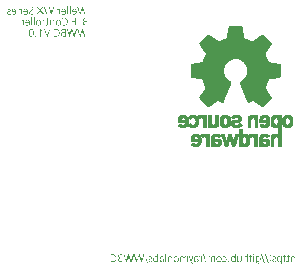
<source format=gbo>
G04*
G04 #@! TF.GenerationSoftware,Altium Limited,Altium Designer,18.1.6 (161)*
G04*
G04 Layer_Color=32896*
%FSLAX44Y44*%
%MOMM*%
G71*
G01*
G75*
%ADD79C,0.0254*%
G36*
X78614Y246342D02*
X78642Y246332D01*
X78660Y246323D01*
X78670Y246314D01*
X80010Y245186D01*
X80038Y245158D01*
X80047Y245131D01*
X80056Y245112D01*
Y245103D01*
X80047Y245066D01*
X80038Y245038D01*
X80029Y245020D01*
Y245010D01*
X79862Y244798D01*
X79834Y244770D01*
X79798Y244761D01*
X79770Y244751D01*
X79742Y244761D01*
X79705Y244779D01*
X79687Y244788D01*
X79502Y244946D01*
X79419Y245020D01*
X79345Y245084D01*
X79280Y245131D01*
X79233Y245168D01*
X79206Y245195D01*
X79197Y245205D01*
X79012Y245362D01*
X78928Y245436D01*
X78854Y245500D01*
X78790Y245556D01*
X78734Y245602D01*
X78697Y245630D01*
X78688Y245639D01*
Y240009D01*
X78679Y239962D01*
X78670Y239935D01*
X78623Y239898D01*
X78586Y239879D01*
X78207D01*
X78170Y239888D01*
X78133Y239898D01*
X78106Y239944D01*
X78087Y239990D01*
Y239999D01*
Y240009D01*
Y246101D01*
Y246166D01*
X78096Y246212D01*
Y246249D01*
X78106Y246277D01*
X78115Y246305D01*
X78124Y246314D01*
X78143Y246323D01*
X78170Y246332D01*
X78235Y246351D01*
X78568D01*
X78614Y246342D01*
D02*
G37*
G36*
X118185Y246323D02*
X118213Y246314D01*
X118222Y246296D01*
X118231Y246286D01*
X118241Y246259D01*
X118250Y246231D01*
X118241Y246212D01*
Y246203D01*
X116466Y240009D01*
X116438Y239953D01*
X116401Y239925D01*
X116364Y239916D01*
X115754D01*
X115698Y239935D01*
X115661Y239962D01*
X115643Y239990D01*
X115633Y240009D01*
X115476Y240536D01*
X115328Y241044D01*
X115254Y241284D01*
X115190Y241516D01*
X115125Y241737D01*
X115070Y241941D01*
X115014Y242135D01*
X114958Y242301D01*
X114922Y242449D01*
X114885Y242579D01*
X114848Y242680D01*
X114829Y242754D01*
X114811Y242801D01*
Y242819D01*
X114663Y243346D01*
X114506Y243855D01*
X114441Y244095D01*
X114367Y244326D01*
X114302Y244548D01*
X114247Y244751D01*
X114191Y244936D01*
X114145Y245112D01*
X114099Y245260D01*
X114062Y245389D01*
X114025Y245491D01*
X114006Y245565D01*
X113988Y245611D01*
Y245630D01*
X112360Y240009D01*
X112333Y239953D01*
X112296Y239925D01*
X112268Y239916D01*
X111667D01*
X111612Y239935D01*
X111584Y239962D01*
X111565Y239990D01*
X111556Y240009D01*
X109753Y246203D01*
X109744Y246240D01*
X109753Y246259D01*
X109762Y246277D01*
Y246286D01*
X109781Y246314D01*
X109809Y246323D01*
X109827Y246332D01*
X110206D01*
X110243Y246323D01*
X110271Y246314D01*
X110289Y246305D01*
X110299Y246296D01*
X110326Y246268D01*
X110345Y246240D01*
X110354Y246212D01*
Y246203D01*
X110511Y245676D01*
X110659Y245158D01*
X110724Y244918D01*
X110789Y244687D01*
X110854Y244465D01*
X110909Y244261D01*
X110964Y244077D01*
X111011Y243910D01*
X111057Y243762D01*
X111094Y243642D01*
X111122Y243540D01*
X111140Y243466D01*
X111149Y243420D01*
X111159Y243402D01*
X111306Y242893D01*
X111445Y242394D01*
X111510Y242153D01*
X111575Y241922D01*
X111639Y241700D01*
X111695Y241497D01*
X111750Y241303D01*
X111797Y241136D01*
X111843Y240979D01*
X111880Y240859D01*
X111908Y240748D01*
X111926Y240674D01*
X111935Y240628D01*
X111945Y240609D01*
X113535Y246166D01*
X113553Y246222D01*
X113581Y246259D01*
X113618Y246296D01*
X113646Y246314D01*
X113701Y246332D01*
X114182D01*
X114237Y246323D01*
X114274Y246314D01*
X114311Y246296D01*
X114321Y246286D01*
X114358Y246249D01*
X114376Y246212D01*
X114395Y246185D01*
Y246166D01*
X114543Y245639D01*
X114690Y245131D01*
X114764Y244890D01*
X114829Y244650D01*
X114894Y244437D01*
X114949Y244234D01*
X115005Y244049D01*
X115060Y243873D01*
X115097Y243725D01*
X115134Y243605D01*
X115171Y243503D01*
X115190Y243429D01*
X115199Y243383D01*
X115208Y243365D01*
X115356Y242856D01*
X115504Y242348D01*
X115578Y242107D01*
X115643Y241876D01*
X115707Y241663D01*
X115772Y241460D01*
X115828Y241266D01*
X115874Y241099D01*
X115920Y240942D01*
X115957Y240813D01*
X115994Y240711D01*
X116012Y240637D01*
X116022Y240591D01*
X116031Y240572D01*
X117593Y246203D01*
X117612Y246249D01*
X117631Y246277D01*
X117677Y246314D01*
X117723Y246332D01*
X118158D01*
X118185Y246323D01*
D02*
G37*
G36*
X109254D02*
X109282Y246314D01*
X109291Y246296D01*
X109300Y246286D01*
X109310Y246259D01*
X109319Y246231D01*
X109310Y246212D01*
Y246203D01*
X107534Y240009D01*
X107507Y239953D01*
X107470Y239925D01*
X107433Y239916D01*
X106822D01*
X106767Y239935D01*
X106730Y239962D01*
X106712Y239990D01*
X106702Y240009D01*
X106545Y240536D01*
X106397Y241044D01*
X106323Y241284D01*
X106258Y241516D01*
X106194Y241737D01*
X106138Y241941D01*
X106083Y242135D01*
X106027Y242301D01*
X105990Y242449D01*
X105953Y242579D01*
X105916Y242680D01*
X105898Y242754D01*
X105879Y242801D01*
Y242819D01*
X105731Y243346D01*
X105574Y243855D01*
X105510Y244095D01*
X105436Y244326D01*
X105371Y244548D01*
X105315Y244751D01*
X105260Y244936D01*
X105214Y245112D01*
X105168Y245260D01*
X105131Y245389D01*
X105093Y245491D01*
X105075Y245565D01*
X105056Y245611D01*
Y245630D01*
X103429Y240009D01*
X103401Y239953D01*
X103365Y239925D01*
X103337Y239916D01*
X102736D01*
X102680Y239935D01*
X102653Y239962D01*
X102634Y239990D01*
X102625Y240009D01*
X100822Y246203D01*
X100813Y246240D01*
X100822Y246259D01*
X100831Y246277D01*
Y246286D01*
X100850Y246314D01*
X100878Y246323D01*
X100896Y246332D01*
X101275D01*
X101312Y246323D01*
X101340Y246314D01*
X101358Y246305D01*
X101368Y246296D01*
X101395Y246268D01*
X101414Y246240D01*
X101423Y246212D01*
Y246203D01*
X101580Y245676D01*
X101728Y245158D01*
X101793Y244918D01*
X101858Y244687D01*
X101922Y244465D01*
X101978Y244261D01*
X102033Y244077D01*
X102079Y243910D01*
X102126Y243762D01*
X102163Y243642D01*
X102190Y243540D01*
X102209Y243466D01*
X102218Y243420D01*
X102227Y243402D01*
X102375Y242893D01*
X102514Y242394D01*
X102579Y242153D01*
X102643Y241922D01*
X102708Y241700D01*
X102764Y241497D01*
X102819Y241303D01*
X102865Y241136D01*
X102912Y240979D01*
X102949Y240859D01*
X102976Y240748D01*
X102995Y240674D01*
X103004Y240628D01*
X103013Y240609D01*
X104604Y246166D01*
X104622Y246222D01*
X104650Y246259D01*
X104687Y246296D01*
X104714Y246314D01*
X104770Y246332D01*
X105251D01*
X105306Y246323D01*
X105343Y246314D01*
X105380Y246296D01*
X105389Y246286D01*
X105426Y246249D01*
X105445Y246212D01*
X105463Y246185D01*
Y246166D01*
X105611Y245639D01*
X105759Y245131D01*
X105833Y244890D01*
X105898Y244650D01*
X105963Y244437D01*
X106018Y244234D01*
X106074Y244049D01*
X106129Y243873D01*
X106166Y243725D01*
X106203Y243605D01*
X106240Y243503D01*
X106258Y243429D01*
X106268Y243383D01*
X106277Y243365D01*
X106425Y242856D01*
X106573Y242348D01*
X106647Y242107D01*
X106712Y241876D01*
X106776Y241663D01*
X106841Y241460D01*
X106896Y241266D01*
X106943Y241099D01*
X106989Y240942D01*
X107026Y240813D01*
X107063Y240711D01*
X107081Y240637D01*
X107091Y240591D01*
X107100Y240572D01*
X108662Y246203D01*
X108681Y246249D01*
X108699Y246277D01*
X108745Y246314D01*
X108792Y246332D01*
X109226D01*
X109254Y246323D01*
D02*
G37*
G36*
X86833D02*
X86861Y246314D01*
X86870Y246296D01*
X86880Y246286D01*
X86889Y246259D01*
X86898Y246231D01*
X86889Y246212D01*
Y246203D01*
X84568Y240036D01*
X84550Y239990D01*
X84531Y239962D01*
X84513Y239944D01*
X84485Y239925D01*
X84448Y239916D01*
X83940D01*
X83893Y239925D01*
X83856Y239935D01*
X83847Y239944D01*
X83838D01*
X83810Y239962D01*
X83792Y239999D01*
X83782Y240027D01*
Y240036D01*
X81406Y246203D01*
X81397Y246240D01*
X81406Y246259D01*
X81416Y246277D01*
Y246286D01*
X81443Y246314D01*
X81471Y246323D01*
X81489Y246332D01*
X81887D01*
X81924Y246323D01*
X81961Y246314D01*
X81980Y246305D01*
X81989Y246296D01*
X82026Y246240D01*
X82044Y246212D01*
Y246203D01*
X82248Y245667D01*
X82442Y245149D01*
X82534Y244899D01*
X82627Y244668D01*
X82710Y244446D01*
X82793Y244234D01*
X82858Y244040D01*
X82932Y243873D01*
X82987Y243716D01*
X83034Y243587D01*
X83070Y243485D01*
X83098Y243411D01*
X83117Y243365D01*
X83126Y243346D01*
X83320Y242819D01*
X83514Y242320D01*
X83597Y242070D01*
X83690Y241839D01*
X83773Y241626D01*
X83847Y241423D01*
X83912Y241229D01*
X83976Y241063D01*
X84032Y240915D01*
X84078Y240785D01*
X84115Y240683D01*
X84143Y240609D01*
X84162Y240563D01*
X84171Y240545D01*
X86214Y246203D01*
X86233Y246249D01*
X86260Y246277D01*
X86306Y246314D01*
X86343Y246332D01*
X86796D01*
X86833Y246323D01*
D02*
G37*
G36*
X91724Y246443D02*
X91974Y246416D01*
X92214Y246369D01*
X92445Y246305D01*
X92658Y246240D01*
X92852Y246157D01*
X93028Y246074D01*
X93194Y245990D01*
X93333Y245907D01*
X93462Y245824D01*
X93574Y245741D01*
X93666Y245676D01*
X93740Y245611D01*
X93786Y245565D01*
X93823Y245537D01*
X93832Y245528D01*
X93989Y245352D01*
X94128Y245158D01*
X94248Y244964D01*
X94350Y244761D01*
X94433Y244557D01*
X94507Y244363D01*
X94572Y244169D01*
X94618Y243984D01*
X94655Y243799D01*
X94683Y243642D01*
X94701Y243494D01*
X94711Y243374D01*
X94720Y243263D01*
X94729Y243189D01*
Y243143D01*
Y243124D01*
X94720Y242847D01*
X94692Y242588D01*
X94664Y242357D01*
X94618Y242163D01*
X94600Y242070D01*
X94581Y241996D01*
X94563Y241932D01*
X94553Y241867D01*
X94535Y241830D01*
X94526Y241793D01*
X94516Y241774D01*
Y241765D01*
X94424Y241543D01*
X94322Y241349D01*
X94211Y241164D01*
X94110Y241016D01*
X94008Y240887D01*
X93934Y240794D01*
X93906Y240757D01*
X93879Y240730D01*
X93869Y240720D01*
X93860Y240711D01*
X93684Y240554D01*
X93499Y240406D01*
X93305Y240286D01*
X93102Y240184D01*
X92908Y240092D01*
X92704Y240018D01*
X92510Y239962D01*
X92325Y239907D01*
X92140Y239870D01*
X91983Y239842D01*
X91835Y239824D01*
X91706Y239814D01*
X91604Y239805D01*
X91521Y239796D01*
X91290D01*
X91142Y239805D01*
X91012Y239814D01*
X90901Y239824D01*
X90809D01*
X90744Y239833D01*
X90698Y239842D01*
X90689D01*
X90467Y239879D01*
X90365Y239907D01*
X90282Y239925D01*
X90208Y239953D01*
X90143Y239962D01*
X90106Y239981D01*
X90097D01*
X90051Y239999D01*
X90023Y240027D01*
X90005Y240055D01*
X89986Y240073D01*
X89977Y240119D01*
Y240138D01*
X89995Y240471D01*
X90005Y240508D01*
X90014Y240526D01*
X90032Y240536D01*
X90134D01*
X90227Y240499D01*
X90328Y240471D01*
X90421Y240443D01*
X90513Y240425D01*
X90596Y240406D01*
X90661Y240397D01*
X90707Y240388D01*
X90726D01*
X90994Y240360D01*
X91114Y240351D01*
X91225D01*
X91318Y240341D01*
X91456D01*
X91687Y240351D01*
X91900Y240369D01*
X92103Y240406D01*
X92288Y240462D01*
X92464Y240517D01*
X92630Y240582D01*
X92778Y240646D01*
X92908Y240720D01*
X93028Y240794D01*
X93130Y240868D01*
X93213Y240933D01*
X93287Y240989D01*
X93342Y241035D01*
X93379Y241072D01*
X93407Y241099D01*
X93416Y241109D01*
X93537Y241257D01*
X93638Y241405D01*
X93731Y241553D01*
X93795Y241691D01*
X93851Y241811D01*
X93897Y241904D01*
X93906Y241941D01*
X93916Y241969D01*
X93925Y241978D01*
Y241987D01*
X93980Y242181D01*
X94017Y242375D01*
X94045Y242570D01*
X94064Y242745D01*
X94073Y242902D01*
Y242967D01*
X94082Y243023D01*
Y243060D01*
Y243097D01*
Y243115D01*
Y243124D01*
X94073Y243355D01*
X94054Y243568D01*
X94017Y243771D01*
X93980Y243956D01*
X93925Y244141D01*
X93869Y244298D01*
X93805Y244456D01*
X93740Y244585D01*
X93684Y244705D01*
X93620Y244816D01*
X93564Y244909D01*
X93509Y244983D01*
X93472Y245047D01*
X93435Y245084D01*
X93416Y245112D01*
X93407Y245121D01*
X93268Y245260D01*
X93111Y245380D01*
X92954Y245482D01*
X92797Y245574D01*
X92630Y245648D01*
X92464Y245713D01*
X92307Y245769D01*
X92159Y245805D01*
X92011Y245842D01*
X91882Y245870D01*
X91761Y245879D01*
X91660Y245898D01*
X91576D01*
X91512Y245907D01*
X91318D01*
X91188Y245898D01*
X91068Y245889D01*
X90966D01*
X90883Y245879D01*
X90828Y245870D01*
X90781Y245861D01*
X90772D01*
X90541Y245824D01*
X90430Y245796D01*
X90337Y245778D01*
X90245Y245750D01*
X90180Y245732D01*
X90143Y245722D01*
X90125Y245713D01*
X90088Y245704D01*
X90060D01*
X90014Y245732D01*
X89995Y245769D01*
Y245778D01*
Y245787D01*
X89977Y246138D01*
Y246185D01*
X89995Y246222D01*
X90032Y246277D01*
X90079Y246296D01*
X90088Y246305D01*
X90097D01*
X90227Y246332D01*
X90328Y246351D01*
X90374Y246360D01*
X90402Y246369D01*
X90430D01*
X90550Y246388D01*
X90652Y246406D01*
X90689D01*
X90726Y246416D01*
X90754D01*
X90874Y246425D01*
X90976Y246434D01*
X91012Y246443D01*
X91077D01*
X91207Y246453D01*
X91456D01*
X91724Y246443D01*
D02*
G37*
G36*
X99648Y246323D02*
X99685D01*
X99713Y246314D01*
X99740Y246305D01*
X99749Y246296D01*
X99759Y246277D01*
X99768Y246249D01*
X99777Y246175D01*
Y246148D01*
Y246111D01*
Y246092D01*
Y246083D01*
Y240166D01*
Y240101D01*
X99768Y240055D01*
Y240018D01*
X99759Y239990D01*
X99749Y239962D01*
Y239953D01*
X99731Y239944D01*
X99703Y239935D01*
X99629Y239925D01*
X99592Y239916D01*
X98483D01*
X98252Y239925D01*
X98039Y239935D01*
X97845Y239962D01*
X97660Y239990D01*
X97484Y240036D01*
X97318Y240082D01*
X97170Y240138D01*
X97031Y240203D01*
X96911Y240267D01*
X96791Y240341D01*
X96689Y240415D01*
X96587Y240489D01*
X96421Y240656D01*
X96292Y240831D01*
X96190Y240998D01*
X96107Y241164D01*
X96051Y241312D01*
X96014Y241451D01*
X95996Y241571D01*
X95977Y241663D01*
Y241691D01*
Y241719D01*
Y241728D01*
Y241737D01*
X95996Y241950D01*
X96033Y242135D01*
X96088Y242301D01*
X96144Y242440D01*
X96208Y242551D01*
X96264Y242634D01*
X96301Y242690D01*
X96319Y242708D01*
X96458Y242847D01*
X96615Y242967D01*
X96782Y243060D01*
X96948Y243143D01*
X97096Y243207D01*
X97151Y243235D01*
X97207Y243254D01*
X97253Y243272D01*
X97290Y243281D01*
X97309Y243291D01*
X97318D01*
X97114Y243346D01*
X96939Y243429D01*
X96791Y243522D01*
X96662Y243633D01*
X96551Y243744D01*
X96458Y243864D01*
X96384Y243993D01*
X96319Y244123D01*
X96273Y244243D01*
X96236Y244354D01*
X96218Y244465D01*
X96199Y244557D01*
X96190Y244641D01*
X96181Y244696D01*
Y244742D01*
Y244751D01*
X96190Y244899D01*
X96199Y245029D01*
X96227Y245158D01*
X96273Y245269D01*
X96366Y245482D01*
X96504Y245667D01*
X96652Y245815D01*
X96828Y245944D01*
X97013Y246055D01*
X97207Y246138D01*
X97401Y246203D01*
X97586Y246249D01*
X97753Y246286D01*
X97910Y246305D01*
X98039Y246323D01*
X98141Y246332D01*
X99602D01*
X99648Y246323D01*
D02*
G37*
G36*
X70940Y246397D02*
X71144Y246360D01*
X71329Y246305D01*
X71495Y246240D01*
X71652Y246157D01*
X71800Y246064D01*
X71920Y245972D01*
X72031Y245870D01*
X72133Y245769D01*
X72216Y245676D01*
X72290Y245584D01*
X72346Y245500D01*
X72392Y245436D01*
X72420Y245380D01*
X72438Y245343D01*
X72447Y245334D01*
X72521Y245168D01*
X72586Y244992D01*
X72688Y244631D01*
X72762Y244261D01*
X72789Y244086D01*
X72808Y243910D01*
X72826Y243753D01*
X72845Y243596D01*
X72854Y243466D01*
Y243346D01*
X72863Y243254D01*
Y243189D01*
Y243143D01*
Y243124D01*
X72854Y242828D01*
X72836Y242551D01*
X72808Y242283D01*
X72771Y242043D01*
X72725Y241811D01*
X72669Y241599D01*
X72604Y241405D01*
X72530Y241229D01*
X72447Y241063D01*
X72364Y240905D01*
X72281Y240767D01*
X72188Y240646D01*
X72096Y240526D01*
X71994Y240425D01*
X71892Y240332D01*
X71791Y240249D01*
X71698Y240184D01*
X71597Y240119D01*
X71403Y240018D01*
X71227Y239944D01*
X71060Y239898D01*
X70922Y239861D01*
X70866Y239851D01*
X70820D01*
X70783Y239842D01*
X70728D01*
X70533Y239851D01*
X70358Y239879D01*
X70182Y239925D01*
X70025Y239981D01*
X69886Y240055D01*
X69748Y240147D01*
X69618Y240249D01*
X69507Y240360D01*
X69396Y240471D01*
X69295Y240600D01*
X69128Y240878D01*
X68989Y241173D01*
X68878Y241488D01*
X68786Y241793D01*
X68721Y242089D01*
X68675Y242366D01*
X68657Y242496D01*
X68647Y242616D01*
X68629Y242727D01*
X68620Y242819D01*
Y242912D01*
X68610Y242986D01*
Y243041D01*
Y243087D01*
Y243115D01*
Y243124D01*
Y243374D01*
X68629Y243614D01*
X68647Y243818D01*
X68666Y244003D01*
X68675Y244086D01*
X68684Y244151D01*
X68694Y244215D01*
X68703Y244271D01*
X68712Y244308D01*
Y244335D01*
X68721Y244354D01*
Y244363D01*
X68767Y244557D01*
X68814Y244742D01*
X68860Y244909D01*
X68906Y245057D01*
X68952Y245168D01*
X68989Y245260D01*
X69008Y245315D01*
X69017Y245334D01*
X69128Y245519D01*
X69248Y245685D01*
X69378Y245833D01*
X69507Y245953D01*
X69655Y246055D01*
X69794Y246148D01*
X69932Y246212D01*
X70071Y246277D01*
X70201Y246314D01*
X70330Y246351D01*
X70441Y246369D01*
X70533Y246388D01*
X70617Y246397D01*
X70672Y246406D01*
X70728D01*
X70940Y246397D01*
D02*
G37*
G36*
X74722Y240360D02*
X74786Y240351D01*
X74879Y240314D01*
X74916Y240286D01*
X74944Y240267D01*
X74962Y240258D01*
X74971Y240249D01*
X75008Y240203D01*
X75036Y240147D01*
X75073Y240046D01*
X75082Y239999D01*
X75092Y239962D01*
Y239944D01*
Y239935D01*
X75082Y239870D01*
X75073Y239814D01*
X75027Y239713D01*
X75008Y239676D01*
X74990Y239657D01*
X74981Y239639D01*
X74971Y239629D01*
X74916Y239583D01*
X74870Y239555D01*
X74768Y239519D01*
X74722Y239509D01*
X74685Y239500D01*
X74657D01*
X74592Y239509D01*
X74528Y239519D01*
X74435Y239565D01*
X74398Y239592D01*
X74370Y239611D01*
X74361Y239620D01*
X74352Y239629D01*
X74306Y239676D01*
X74278Y239731D01*
X74241Y239833D01*
X74232Y239870D01*
X74222Y239907D01*
Y239925D01*
Y239935D01*
X74232Y239999D01*
X74241Y240064D01*
X74287Y240166D01*
X74315Y240203D01*
X74333Y240230D01*
X74343Y240240D01*
X74352Y240249D01*
X74398Y240286D01*
X74454Y240323D01*
X74546Y240351D01*
X74592Y240360D01*
X74629Y240369D01*
X74657D01*
X74722Y240360D01*
D02*
G37*
G36*
X59476Y265388D02*
X59531Y265379D01*
X59624Y265333D01*
X59661Y265305D01*
X59688Y265286D01*
X59698Y265277D01*
X59707Y265268D01*
X59744Y265222D01*
X59772Y265166D01*
X59809Y265074D01*
X59818Y265027D01*
X59827Y265000D01*
Y264981D01*
Y264972D01*
X59818Y264907D01*
X59809Y264852D01*
X59762Y264759D01*
X59744Y264722D01*
X59725Y264694D01*
X59716Y264685D01*
X59707Y264676D01*
X59661Y264639D01*
X59605Y264611D01*
X59513Y264574D01*
X59476Y264565D01*
X59439Y264556D01*
X59411D01*
X59346Y264565D01*
X59291Y264574D01*
X59198Y264621D01*
X59161Y264639D01*
X59134Y264658D01*
X59124Y264667D01*
X59115Y264676D01*
X59069Y264722D01*
X59041Y264778D01*
X59004Y264870D01*
X58995Y264907D01*
X58986Y264944D01*
Y264963D01*
Y264972D01*
X58995Y265037D01*
X59004Y265092D01*
X59050Y265185D01*
X59078Y265222D01*
X59097Y265249D01*
X59106Y265259D01*
X59115Y265268D01*
X59161Y265314D01*
X59208Y265342D01*
X59309Y265379D01*
X59346Y265388D01*
X59383Y265397D01*
X59411D01*
X59476Y265388D01*
D02*
G37*
G36*
X80824Y265046D02*
X80851Y265037D01*
X80861Y265018D01*
X80870Y265009D01*
X80879Y264981D01*
Y264953D01*
X80870Y264935D01*
X80861Y264926D01*
X78780Y262013D01*
X81101Y258768D01*
X81120Y258740D01*
Y258713D01*
X81110Y258694D01*
Y258685D01*
X81083Y258657D01*
X81064Y258648D01*
X81046Y258639D01*
X80556D01*
X80519Y258648D01*
X80500Y258657D01*
X80482Y258666D01*
X80472D01*
X80445Y258694D01*
X80408Y258731D01*
X80389Y258759D01*
X80380Y258768D01*
X78411Y261560D01*
X76515Y258768D01*
X76488Y258722D01*
X76460Y258694D01*
X76404Y258657D01*
X76367Y258639D01*
X75822D01*
X75794Y258648D01*
X75766Y258666D01*
X75757Y258676D01*
X75748Y258685D01*
X75739Y258713D01*
Y258740D01*
X75748Y258759D01*
X75757Y258768D01*
X78013Y262013D01*
X75933Y264926D01*
X75914Y264963D01*
Y264981D01*
X75924Y265000D01*
Y265009D01*
X75942Y265037D01*
X75970Y265046D01*
X75988Y265055D01*
X76451D01*
X76478Y265046D01*
X76515Y265037D01*
X76571Y264990D01*
X76608Y264944D01*
X76626Y264935D01*
Y264926D01*
X78383Y262466D01*
X80130Y264926D01*
X80158Y264972D01*
X80186Y265009D01*
X80204Y265018D01*
X80214Y265027D01*
X80241Y265046D01*
X80269Y265055D01*
X80787D01*
X80824Y265046D01*
D02*
G37*
G36*
X118185D02*
X118213Y265037D01*
X118222Y265018D01*
X118231Y265009D01*
X118241Y264981D01*
X118250Y264953D01*
X118241Y264935D01*
Y264926D01*
X116466Y258731D01*
X116438Y258676D01*
X116401Y258648D01*
X116364Y258639D01*
X115754D01*
X115698Y258657D01*
X115661Y258685D01*
X115643Y258713D01*
X115633Y258731D01*
X115476Y259258D01*
X115328Y259767D01*
X115254Y260007D01*
X115190Y260238D01*
X115125Y260460D01*
X115070Y260664D01*
X115014Y260858D01*
X114958Y261024D01*
X114922Y261172D01*
X114885Y261301D01*
X114848Y261403D01*
X114829Y261477D01*
X114811Y261523D01*
Y261542D01*
X114663Y262069D01*
X114506Y262577D01*
X114441Y262818D01*
X114367Y263049D01*
X114302Y263271D01*
X114247Y263474D01*
X114191Y263659D01*
X114145Y263835D01*
X114099Y263983D01*
X114062Y264112D01*
X114025Y264214D01*
X114006Y264288D01*
X113988Y264334D01*
Y264352D01*
X112360Y258731D01*
X112333Y258676D01*
X112296Y258648D01*
X112268Y258639D01*
X111667D01*
X111612Y258657D01*
X111584Y258685D01*
X111565Y258713D01*
X111556Y258731D01*
X109753Y264926D01*
X109744Y264963D01*
X109753Y264981D01*
X109762Y265000D01*
Y265009D01*
X109781Y265037D01*
X109809Y265046D01*
X109827Y265055D01*
X110206D01*
X110243Y265046D01*
X110271Y265037D01*
X110289Y265027D01*
X110299Y265018D01*
X110326Y264990D01*
X110345Y264963D01*
X110354Y264935D01*
Y264926D01*
X110511Y264399D01*
X110659Y263881D01*
X110724Y263640D01*
X110789Y263409D01*
X110854Y263188D01*
X110909Y262984D01*
X110964Y262799D01*
X111011Y262633D01*
X111057Y262485D01*
X111094Y262365D01*
X111122Y262263D01*
X111140Y262189D01*
X111149Y262143D01*
X111159Y262124D01*
X111306Y261616D01*
X111445Y261117D01*
X111510Y260876D01*
X111575Y260645D01*
X111639Y260423D01*
X111695Y260220D01*
X111750Y260026D01*
X111797Y259859D01*
X111843Y259702D01*
X111880Y259582D01*
X111908Y259471D01*
X111926Y259397D01*
X111935Y259351D01*
X111945Y259332D01*
X113535Y264889D01*
X113553Y264944D01*
X113581Y264981D01*
X113618Y265018D01*
X113646Y265037D01*
X113701Y265055D01*
X114182D01*
X114237Y265046D01*
X114274Y265037D01*
X114311Y265018D01*
X114321Y265009D01*
X114358Y264972D01*
X114376Y264935D01*
X114395Y264907D01*
Y264889D01*
X114543Y264362D01*
X114690Y263853D01*
X114764Y263613D01*
X114829Y263372D01*
X114894Y263160D01*
X114949Y262956D01*
X115005Y262771D01*
X115060Y262596D01*
X115097Y262448D01*
X115134Y262328D01*
X115171Y262226D01*
X115190Y262152D01*
X115199Y262106D01*
X115208Y262087D01*
X115356Y261579D01*
X115504Y261070D01*
X115578Y260830D01*
X115643Y260599D01*
X115707Y260386D01*
X115772Y260183D01*
X115828Y259988D01*
X115874Y259822D01*
X115920Y259665D01*
X115957Y259536D01*
X115994Y259434D01*
X116012Y259360D01*
X116022Y259314D01*
X116031Y259295D01*
X117593Y264926D01*
X117612Y264972D01*
X117631Y265000D01*
X117677Y265037D01*
X117723Y265055D01*
X118158D01*
X118185Y265046D01*
D02*
G37*
G36*
X90005D02*
X90032Y265037D01*
X90042Y265018D01*
X90051Y265009D01*
X90060Y264981D01*
X90069Y264953D01*
X90060Y264935D01*
Y264926D01*
X88285Y258731D01*
X88257Y258676D01*
X88220Y258648D01*
X88183Y258639D01*
X87573D01*
X87518Y258657D01*
X87481Y258685D01*
X87462Y258713D01*
X87453Y258731D01*
X87296Y259258D01*
X87148Y259767D01*
X87074Y260007D01*
X87009Y260238D01*
X86944Y260460D01*
X86889Y260664D01*
X86833Y260858D01*
X86778Y261024D01*
X86741Y261172D01*
X86704Y261301D01*
X86667Y261403D01*
X86649Y261477D01*
X86630Y261523D01*
Y261542D01*
X86482Y262069D01*
X86325Y262577D01*
X86260Y262818D01*
X86186Y263049D01*
X86122Y263271D01*
X86066Y263474D01*
X86011Y263659D01*
X85964Y263835D01*
X85918Y263983D01*
X85881Y264112D01*
X85844Y264214D01*
X85826Y264288D01*
X85807Y264334D01*
Y264352D01*
X84180Y258731D01*
X84152Y258676D01*
X84115Y258648D01*
X84087Y258639D01*
X83486D01*
X83431Y258657D01*
X83403Y258685D01*
X83385Y258713D01*
X83376Y258731D01*
X81573Y264926D01*
X81563Y264963D01*
X81573Y264981D01*
X81582Y265000D01*
Y265009D01*
X81600Y265037D01*
X81628Y265046D01*
X81647Y265055D01*
X82026D01*
X82063Y265046D01*
X82090Y265037D01*
X82109Y265027D01*
X82118Y265018D01*
X82146Y264990D01*
X82164Y264963D01*
X82174Y264935D01*
Y264926D01*
X82331Y264399D01*
X82479Y263881D01*
X82543Y263640D01*
X82608Y263409D01*
X82673Y263188D01*
X82728Y262984D01*
X82784Y262799D01*
X82830Y262633D01*
X82876Y262485D01*
X82913Y262365D01*
X82941Y262263D01*
X82959Y262189D01*
X82969Y262143D01*
X82978Y262124D01*
X83126Y261616D01*
X83265Y261117D01*
X83329Y260876D01*
X83394Y260645D01*
X83459Y260423D01*
X83514Y260220D01*
X83570Y260026D01*
X83616Y259859D01*
X83662Y259702D01*
X83699Y259582D01*
X83727Y259471D01*
X83745Y259397D01*
X83755Y259351D01*
X83764Y259332D01*
X85354Y264889D01*
X85373Y264944D01*
X85400Y264981D01*
X85437Y265018D01*
X85465Y265037D01*
X85521Y265055D01*
X86001D01*
X86057Y265046D01*
X86094Y265037D01*
X86131Y265018D01*
X86140Y265009D01*
X86177Y264972D01*
X86195Y264935D01*
X86214Y264907D01*
Y264889D01*
X86362Y264362D01*
X86510Y263853D01*
X86584Y263613D01*
X86649Y263372D01*
X86713Y263160D01*
X86769Y262956D01*
X86824Y262771D01*
X86880Y262596D01*
X86917Y262448D01*
X86954Y262328D01*
X86991Y262226D01*
X87009Y262152D01*
X87018Y262106D01*
X87028Y262087D01*
X87176Y261579D01*
X87323Y261070D01*
X87397Y260830D01*
X87462Y260599D01*
X87527Y260386D01*
X87592Y260183D01*
X87647Y259988D01*
X87693Y259822D01*
X87739Y259665D01*
X87776Y259536D01*
X87814Y259434D01*
X87832Y259360D01*
X87841Y259314D01*
X87850Y259295D01*
X89413Y264926D01*
X89431Y264972D01*
X89450Y265000D01*
X89496Y265037D01*
X89542Y265055D01*
X89977D01*
X90005Y265046D01*
D02*
G37*
G36*
X107229Y263446D02*
X107386Y263428D01*
X107534Y263391D01*
X107673Y263345D01*
X107793Y263298D01*
X107913Y263234D01*
X108024Y263178D01*
X108126Y263113D01*
X108218Y263049D01*
X108293Y262984D01*
X108366Y262919D01*
X108422Y262873D01*
X108468Y262827D01*
X108496Y262790D01*
X108514Y262771D01*
X108524Y262762D01*
X108616Y262633D01*
X108699Y262494D01*
X108773Y262346D01*
X108838Y262198D01*
X108893Y262050D01*
X108940Y261902D01*
X109004Y261625D01*
X109023Y261496D01*
X109041Y261375D01*
X109051Y261264D01*
X109060Y261172D01*
X109069Y261089D01*
Y261033D01*
Y260996D01*
Y260987D01*
X109060Y260765D01*
X109041Y260553D01*
X109023Y260349D01*
X108986Y260173D01*
X108940Y259998D01*
X108893Y259850D01*
X108847Y259711D01*
X108792Y259582D01*
X108745Y259480D01*
X108699Y259378D01*
X108653Y259304D01*
X108607Y259240D01*
X108570Y259184D01*
X108551Y259147D01*
X108533Y259129D01*
X108524Y259119D01*
X108413Y259009D01*
X108293Y258916D01*
X108172Y258833D01*
X108034Y258759D01*
X107904Y258703D01*
X107766Y258648D01*
X107507Y258574D01*
X107386Y258556D01*
X107275Y258537D01*
X107164Y258519D01*
X107081Y258509D01*
X107007Y258500D01*
X106767D01*
X106647Y258509D01*
X106527Y258519D01*
X106425Y258528D01*
X106351Y258537D01*
X106286Y258546D01*
X106240Y258556D01*
X106231D01*
X106000Y258602D01*
X105898Y258629D01*
X105815Y258657D01*
X105741Y258685D01*
X105676Y258703D01*
X105639Y258722D01*
X105630D01*
X105574Y258759D01*
X105547Y258805D01*
X105537Y258842D01*
Y258851D01*
Y259230D01*
Y259267D01*
X105556Y259286D01*
X105574Y259304D01*
X105630D01*
X105639Y259295D01*
X105648D01*
X105842Y259203D01*
X105944Y259166D01*
X106027Y259138D01*
X106101Y259110D01*
X106157Y259092D01*
X106194Y259083D01*
X106212D01*
X106443Y259046D01*
X106554Y259036D01*
X106647Y259027D01*
X106739Y259018D01*
X106859D01*
X106989Y259027D01*
X107118Y259036D01*
X107229Y259055D01*
X107322Y259083D01*
X107405Y259101D01*
X107460Y259119D01*
X107507Y259129D01*
X107516Y259138D01*
X107618Y259184D01*
X107710Y259240D01*
X107802Y259295D01*
X107876Y259351D01*
X107932Y259406D01*
X107978Y259443D01*
X108006Y259471D01*
X108015Y259480D01*
X108089Y259573D01*
X108154Y259665D01*
X108200Y259757D01*
X108246Y259850D01*
X108283Y259924D01*
X108311Y259988D01*
X108320Y260026D01*
X108329Y260044D01*
X108366Y260173D01*
X108385Y260303D01*
X108403Y260432D01*
X108413Y260562D01*
X108422Y260664D01*
Y260747D01*
Y260802D01*
Y260811D01*
Y260821D01*
X105306D01*
X105260Y260830D01*
X105232Y260839D01*
X105223Y260848D01*
X105214D01*
X105195Y260876D01*
X105186Y260904D01*
Y260922D01*
Y260932D01*
X105177Y260987D01*
Y261042D01*
Y261089D01*
Y261107D01*
X105186Y261292D01*
X105195Y261477D01*
X105214Y261644D01*
X105241Y261801D01*
X105278Y261949D01*
X105315Y262087D01*
X105352Y262208D01*
X105399Y262328D01*
X105436Y262420D01*
X105482Y262513D01*
X105519Y262586D01*
X105547Y262651D01*
X105583Y262698D01*
X105602Y262735D01*
X105611Y262753D01*
X105620Y262762D01*
X105722Y262882D01*
X105824Y262984D01*
X105926Y263077D01*
X106018Y263151D01*
X106101Y263206D01*
X106166Y263243D01*
X106212Y263271D01*
X106231Y263280D01*
X106369Y263335D01*
X106508Y263382D01*
X106647Y263409D01*
X106785Y263437D01*
X106896Y263446D01*
X106989Y263456D01*
X107072D01*
X107229Y263446D01*
D02*
G37*
G36*
X98298D02*
X98455Y263428D01*
X98603Y263391D01*
X98742Y263345D01*
X98862Y263298D01*
X98982Y263234D01*
X99093Y263178D01*
X99195Y263113D01*
X99287Y263049D01*
X99361Y262984D01*
X99435Y262919D01*
X99491Y262873D01*
X99537Y262827D01*
X99565Y262790D01*
X99583Y262771D01*
X99592Y262762D01*
X99685Y262633D01*
X99768Y262494D01*
X99842Y262346D01*
X99907Y262198D01*
X99962Y262050D01*
X100008Y261902D01*
X100073Y261625D01*
X100092Y261496D01*
X100110Y261375D01*
X100119Y261264D01*
X100129Y261172D01*
X100138Y261089D01*
Y261033D01*
Y260996D01*
Y260987D01*
X100129Y260765D01*
X100110Y260553D01*
X100092Y260349D01*
X100055Y260173D01*
X100008Y259998D01*
X99962Y259850D01*
X99916Y259711D01*
X99860Y259582D01*
X99814Y259480D01*
X99768Y259378D01*
X99722Y259304D01*
X99676Y259240D01*
X99639Y259184D01*
X99620Y259147D01*
X99602Y259129D01*
X99592Y259119D01*
X99481Y259009D01*
X99361Y258916D01*
X99241Y258833D01*
X99102Y258759D01*
X98973Y258703D01*
X98834Y258648D01*
X98575Y258574D01*
X98455Y258556D01*
X98344Y258537D01*
X98233Y258519D01*
X98150Y258509D01*
X98076Y258500D01*
X97836D01*
X97716Y258509D01*
X97595Y258519D01*
X97494Y258528D01*
X97420Y258537D01*
X97355Y258546D01*
X97309Y258556D01*
X97299D01*
X97068Y258602D01*
X96967Y258629D01*
X96883Y258657D01*
X96809Y258685D01*
X96745Y258703D01*
X96708Y258722D01*
X96699D01*
X96643Y258759D01*
X96615Y258805D01*
X96606Y258842D01*
Y258851D01*
Y259230D01*
Y259267D01*
X96624Y259286D01*
X96643Y259304D01*
X96699D01*
X96708Y259295D01*
X96717D01*
X96911Y259203D01*
X97013Y259166D01*
X97096Y259138D01*
X97170Y259110D01*
X97226Y259092D01*
X97262Y259083D01*
X97281D01*
X97512Y259046D01*
X97623Y259036D01*
X97716Y259027D01*
X97808Y259018D01*
X97928D01*
X98058Y259027D01*
X98187Y259036D01*
X98298Y259055D01*
X98390Y259083D01*
X98474Y259101D01*
X98529Y259119D01*
X98575Y259129D01*
X98585Y259138D01*
X98686Y259184D01*
X98779Y259240D01*
X98871Y259295D01*
X98945Y259351D01*
X99001Y259406D01*
X99047Y259443D01*
X99075Y259471D01*
X99084Y259480D01*
X99158Y259573D01*
X99222Y259665D01*
X99269Y259757D01*
X99315Y259850D01*
X99352Y259924D01*
X99380Y259988D01*
X99389Y260026D01*
X99398Y260044D01*
X99435Y260173D01*
X99454Y260303D01*
X99472Y260432D01*
X99481Y260562D01*
X99491Y260664D01*
Y260747D01*
Y260802D01*
Y260811D01*
Y260821D01*
X96375D01*
X96329Y260830D01*
X96301Y260839D01*
X96292Y260848D01*
X96282D01*
X96264Y260876D01*
X96255Y260904D01*
Y260922D01*
Y260932D01*
X96245Y260987D01*
Y261042D01*
Y261089D01*
Y261107D01*
X96255Y261292D01*
X96264Y261477D01*
X96282Y261644D01*
X96310Y261801D01*
X96347Y261949D01*
X96384Y262087D01*
X96421Y262208D01*
X96467Y262328D01*
X96504Y262420D01*
X96551Y262513D01*
X96587Y262586D01*
X96615Y262651D01*
X96652Y262698D01*
X96671Y262735D01*
X96680Y262753D01*
X96689Y262762D01*
X96791Y262882D01*
X96893Y262984D01*
X96994Y263077D01*
X97087Y263151D01*
X97170Y263206D01*
X97235Y263243D01*
X97281Y263271D01*
X97299Y263280D01*
X97438Y263335D01*
X97577Y263382D01*
X97716Y263409D01*
X97854Y263437D01*
X97965Y263446D01*
X98058Y263456D01*
X98141D01*
X98298Y263446D01*
D02*
G37*
G36*
X66105D02*
X66262Y263428D01*
X66410Y263391D01*
X66549Y263345D01*
X66669Y263298D01*
X66789Y263234D01*
X66900Y263178D01*
X67002Y263113D01*
X67094Y263049D01*
X67168Y262984D01*
X67242Y262919D01*
X67298Y262873D01*
X67344Y262827D01*
X67371Y262790D01*
X67390Y262771D01*
X67399Y262762D01*
X67492Y262633D01*
X67575Y262494D01*
X67649Y262346D01*
X67713Y262198D01*
X67769Y262050D01*
X67815Y261902D01*
X67880Y261625D01*
X67898Y261496D01*
X67917Y261375D01*
X67926Y261264D01*
X67935Y261172D01*
X67945Y261089D01*
Y261033D01*
Y260996D01*
Y260987D01*
X67935Y260765D01*
X67917Y260553D01*
X67898Y260349D01*
X67861Y260173D01*
X67815Y259998D01*
X67769Y259850D01*
X67723Y259711D01*
X67667Y259582D01*
X67621Y259480D01*
X67575Y259378D01*
X67529Y259304D01*
X67482Y259240D01*
X67445Y259184D01*
X67427Y259147D01*
X67408Y259129D01*
X67399Y259119D01*
X67288Y259009D01*
X67168Y258916D01*
X67048Y258833D01*
X66909Y258759D01*
X66780Y258703D01*
X66641Y258648D01*
X66382Y258574D01*
X66262Y258556D01*
X66151Y258537D01*
X66040Y258519D01*
X65957Y258509D01*
X65883Y258500D01*
X65642D01*
X65522Y258509D01*
X65402Y258519D01*
X65300Y258528D01*
X65226Y258537D01*
X65162Y258546D01*
X65115Y258556D01*
X65106D01*
X64875Y258602D01*
X64773Y258629D01*
X64690Y258657D01*
X64616Y258685D01*
X64552Y258703D01*
X64515Y258722D01*
X64505D01*
X64450Y258759D01*
X64422Y258805D01*
X64413Y258842D01*
Y258851D01*
Y259230D01*
Y259267D01*
X64431Y259286D01*
X64450Y259304D01*
X64505D01*
X64515Y259295D01*
X64524D01*
X64718Y259203D01*
X64820Y259166D01*
X64903Y259138D01*
X64977Y259110D01*
X65032Y259092D01*
X65069Y259083D01*
X65088D01*
X65319Y259046D01*
X65430Y259036D01*
X65522Y259027D01*
X65615Y259018D01*
X65735D01*
X65864Y259027D01*
X65994Y259036D01*
X66105Y259055D01*
X66197Y259083D01*
X66280Y259101D01*
X66336Y259119D01*
X66382Y259129D01*
X66391Y259138D01*
X66493Y259184D01*
X66586Y259240D01*
X66678Y259295D01*
X66752Y259351D01*
X66807Y259406D01*
X66854Y259443D01*
X66881Y259471D01*
X66891Y259480D01*
X66965Y259573D01*
X67029Y259665D01*
X67076Y259757D01*
X67122Y259850D01*
X67159Y259924D01*
X67186Y259988D01*
X67196Y260026D01*
X67205Y260044D01*
X67242Y260173D01*
X67260Y260303D01*
X67279Y260432D01*
X67288Y260562D01*
X67298Y260664D01*
Y260747D01*
Y260802D01*
Y260811D01*
Y260821D01*
X64182D01*
X64135Y260830D01*
X64108Y260839D01*
X64099Y260848D01*
X64089D01*
X64071Y260876D01*
X64061Y260904D01*
Y260922D01*
Y260932D01*
X64052Y260987D01*
Y261042D01*
Y261089D01*
Y261107D01*
X64061Y261292D01*
X64071Y261477D01*
X64089Y261644D01*
X64117Y261801D01*
X64154Y261949D01*
X64191Y262087D01*
X64228Y262208D01*
X64274Y262328D01*
X64311Y262420D01*
X64357Y262513D01*
X64394Y262586D01*
X64422Y262651D01*
X64459Y262698D01*
X64478Y262735D01*
X64487Y262753D01*
X64496Y262762D01*
X64598Y262882D01*
X64700Y262984D01*
X64801Y263077D01*
X64894Y263151D01*
X64977Y263206D01*
X65042Y263243D01*
X65088Y263271D01*
X65106Y263280D01*
X65245Y263335D01*
X65384Y263382D01*
X65522Y263409D01*
X65661Y263437D01*
X65772Y263446D01*
X65864Y263456D01*
X65948D01*
X66105Y263446D01*
D02*
G37*
G36*
X56119D02*
X56277Y263428D01*
X56425Y263391D01*
X56563Y263345D01*
X56684Y263298D01*
X56804Y263234D01*
X56915Y263178D01*
X57016Y263113D01*
X57109Y263049D01*
X57183Y262984D01*
X57257Y262919D01*
X57312Y262873D01*
X57358Y262827D01*
X57386Y262790D01*
X57405Y262771D01*
X57414Y262762D01*
X57506Y262633D01*
X57590Y262494D01*
X57664Y262346D01*
X57728Y262198D01*
X57784Y262050D01*
X57830Y261902D01*
X57895Y261625D01*
X57913Y261496D01*
X57932Y261375D01*
X57941Y261264D01*
X57950Y261172D01*
X57959Y261089D01*
Y261033D01*
Y260996D01*
Y260987D01*
X57950Y260765D01*
X57932Y260553D01*
X57913Y260349D01*
X57876Y260173D01*
X57830Y259998D01*
X57784Y259850D01*
X57737Y259711D01*
X57682Y259582D01*
X57636Y259480D01*
X57590Y259378D01*
X57543Y259304D01*
X57497Y259240D01*
X57460Y259184D01*
X57442Y259147D01*
X57423Y259129D01*
X57414Y259119D01*
X57303Y259009D01*
X57183Y258916D01*
X57063Y258833D01*
X56924Y258759D01*
X56795Y258703D01*
X56656Y258648D01*
X56397Y258574D01*
X56277Y258556D01*
X56166Y258537D01*
X56055Y258519D01*
X55972Y258509D01*
X55898Y258500D01*
X55657D01*
X55537Y258509D01*
X55417Y258519D01*
X55315Y258528D01*
X55241Y258537D01*
X55177Y258546D01*
X55130Y258556D01*
X55121D01*
X54890Y258602D01*
X54788Y258629D01*
X54705Y258657D01*
X54631Y258685D01*
X54566Y258703D01*
X54529Y258722D01*
X54520D01*
X54465Y258759D01*
X54437Y258805D01*
X54428Y258842D01*
Y258851D01*
Y259230D01*
Y259267D01*
X54446Y259286D01*
X54465Y259304D01*
X54520D01*
X54529Y259295D01*
X54538D01*
X54733Y259203D01*
X54834Y259166D01*
X54918Y259138D01*
X54992Y259110D01*
X55047Y259092D01*
X55084Y259083D01*
X55103D01*
X55334Y259046D01*
X55445Y259036D01*
X55537Y259027D01*
X55630Y259018D01*
X55750D01*
X55879Y259027D01*
X56009Y259036D01*
X56119Y259055D01*
X56212Y259083D01*
X56295Y259101D01*
X56351Y259119D01*
X56397Y259129D01*
X56406Y259138D01*
X56508Y259184D01*
X56600Y259240D01*
X56693Y259295D01*
X56767Y259351D01*
X56822Y259406D01*
X56868Y259443D01*
X56896Y259471D01*
X56905Y259480D01*
X56979Y259573D01*
X57044Y259665D01*
X57090Y259757D01*
X57137Y259850D01*
X57174Y259924D01*
X57201Y259988D01*
X57210Y260026D01*
X57220Y260044D01*
X57257Y260173D01*
X57275Y260303D01*
X57294Y260432D01*
X57303Y260562D01*
X57312Y260664D01*
Y260747D01*
Y260802D01*
Y260811D01*
Y260821D01*
X54197D01*
X54150Y260830D01*
X54123Y260839D01*
X54113Y260848D01*
X54104D01*
X54085Y260876D01*
X54076Y260904D01*
Y260922D01*
Y260932D01*
X54067Y260987D01*
Y261042D01*
Y261089D01*
Y261107D01*
X54076Y261292D01*
X54085Y261477D01*
X54104Y261644D01*
X54132Y261801D01*
X54169Y261949D01*
X54206Y262087D01*
X54243Y262208D01*
X54289Y262328D01*
X54326Y262420D01*
X54372Y262513D01*
X54409Y262586D01*
X54437Y262651D01*
X54474Y262698D01*
X54492Y262735D01*
X54502Y262753D01*
X54511Y262762D01*
X54612Y262882D01*
X54714Y262984D01*
X54816Y263077D01*
X54908Y263151D01*
X54992Y263206D01*
X55056Y263243D01*
X55103Y263271D01*
X55121Y263280D01*
X55260Y263335D01*
X55398Y263382D01*
X55537Y263409D01*
X55676Y263437D01*
X55787Y263446D01*
X55879Y263456D01*
X55962D01*
X56119Y263446D01*
D02*
G37*
G36*
X103901Y265527D02*
X103928Y265517D01*
X103966Y265471D01*
X103984Y265425D01*
Y265416D01*
Y265406D01*
Y258768D01*
X103975Y258722D01*
X103966Y258694D01*
X103919Y258657D01*
X103882Y258639D01*
X103485D01*
X103448Y258648D01*
X103411Y258657D01*
X103383Y258703D01*
X103365Y258750D01*
Y258759D01*
Y258768D01*
Y265406D01*
X103374Y265453D01*
X103383Y265480D01*
X103420Y265517D01*
X103466Y265536D01*
X103864D01*
X103901Y265527D01*
D02*
G37*
G36*
X101802D02*
X101830Y265517D01*
X101867Y265471D01*
X101885Y265425D01*
Y265416D01*
Y265406D01*
Y258768D01*
X101876Y258722D01*
X101867Y258694D01*
X101820Y258657D01*
X101784Y258639D01*
X101386D01*
X101349Y258648D01*
X101312Y258657D01*
X101284Y258703D01*
X101266Y258750D01*
Y258759D01*
Y258768D01*
Y265406D01*
X101275Y265453D01*
X101284Y265480D01*
X101321Y265517D01*
X101368Y265536D01*
X101765D01*
X101802Y265527D01*
D02*
G37*
G36*
X93398Y263446D02*
X93537Y263409D01*
X93666Y263354D01*
X93795Y263280D01*
X93906Y263197D01*
X94008Y263104D01*
X94101Y263012D01*
X94184Y262910D01*
X94258Y262799D01*
X94322Y262707D01*
X94378Y262614D01*
X94415Y262531D01*
X94452Y262457D01*
X94480Y262402D01*
X94489Y262365D01*
X94498Y262355D01*
Y263206D01*
X94507Y263252D01*
X94516Y263280D01*
X94553Y263317D01*
X94600Y263335D01*
X94942D01*
X94979Y263326D01*
X95007Y263317D01*
X95043Y263271D01*
X95062Y263225D01*
Y263215D01*
Y263206D01*
X95053Y263049D01*
Y262975D01*
Y262919D01*
Y262864D01*
Y262827D01*
Y262799D01*
Y262790D01*
Y262716D01*
X95043Y262633D01*
Y262466D01*
Y262392D01*
Y262337D01*
Y262300D01*
Y262281D01*
Y258768D01*
X95034Y258722D01*
X95025Y258694D01*
X94979Y258657D01*
X94942Y258639D01*
X94581D01*
X94544Y258648D01*
X94507Y258657D01*
X94480Y258703D01*
X94461Y258750D01*
Y258759D01*
Y258768D01*
Y260950D01*
X94452Y261227D01*
X94424Y261477D01*
X94387Y261690D01*
X94341Y261875D01*
X94322Y261949D01*
X94295Y262023D01*
X94276Y262078D01*
X94258Y262124D01*
X94239Y262171D01*
X94230Y262198D01*
X94221Y262208D01*
Y262217D01*
X94156Y262328D01*
X94091Y262429D01*
X94017Y262513D01*
X93943Y262586D01*
X93860Y262651D01*
X93777Y262698D01*
X93703Y262744D01*
X93629Y262771D01*
X93490Y262818D01*
X93426Y262836D01*
X93370Y262845D01*
X93333Y262855D01*
X93176D01*
X93093Y262845D01*
X93019Y262836D01*
X92963Y262827D01*
X92917Y262818D01*
X92880Y262808D01*
X92862Y262799D01*
X92852D01*
X92815Y262790D01*
X92769D01*
X92741Y262808D01*
X92732Y262836D01*
X92723Y262855D01*
Y262864D01*
Y263234D01*
X92732Y263280D01*
X92741Y263308D01*
X92751Y263326D01*
X92760Y263335D01*
X92788Y263363D01*
X92815Y263382D01*
X92843Y263400D01*
X92852D01*
X93000Y263437D01*
X93120Y263446D01*
X93176Y263456D01*
X93250D01*
X93398Y263446D01*
D02*
G37*
G36*
X61205D02*
X61343Y263409D01*
X61473Y263354D01*
X61602Y263280D01*
X61713Y263197D01*
X61815Y263104D01*
X61907Y263012D01*
X61990Y262910D01*
X62064Y262799D01*
X62129Y262707D01*
X62185Y262614D01*
X62222Y262531D01*
X62259Y262457D01*
X62286Y262402D01*
X62296Y262365D01*
X62305Y262355D01*
Y263206D01*
X62314Y263252D01*
X62323Y263280D01*
X62360Y263317D01*
X62407Y263335D01*
X62749D01*
X62786Y263326D01*
X62813Y263317D01*
X62850Y263271D01*
X62869Y263225D01*
Y263215D01*
Y263206D01*
X62860Y263049D01*
Y262975D01*
Y262919D01*
Y262864D01*
Y262827D01*
Y262799D01*
Y262790D01*
Y262716D01*
X62850Y262633D01*
Y262466D01*
Y262392D01*
Y262337D01*
Y262300D01*
Y262281D01*
Y258768D01*
X62841Y258722D01*
X62832Y258694D01*
X62786Y258657D01*
X62749Y258639D01*
X62388D01*
X62351Y258648D01*
X62314Y258657D01*
X62286Y258703D01*
X62268Y258750D01*
Y258759D01*
Y258768D01*
Y260950D01*
X62259Y261227D01*
X62231Y261477D01*
X62194Y261690D01*
X62148Y261875D01*
X62129Y261949D01*
X62101Y262023D01*
X62083Y262078D01*
X62064Y262124D01*
X62046Y262171D01*
X62037Y262198D01*
X62028Y262208D01*
Y262217D01*
X61963Y262328D01*
X61898Y262429D01*
X61824Y262513D01*
X61750Y262586D01*
X61667Y262651D01*
X61584Y262698D01*
X61510Y262744D01*
X61436Y262771D01*
X61297Y262818D01*
X61232Y262836D01*
X61177Y262845D01*
X61140Y262855D01*
X60983D01*
X60900Y262845D01*
X60826Y262836D01*
X60770Y262827D01*
X60724Y262818D01*
X60687Y262808D01*
X60668Y262799D01*
X60659D01*
X60622Y262790D01*
X60576D01*
X60548Y262808D01*
X60539Y262836D01*
X60530Y262855D01*
Y262864D01*
Y263234D01*
X60539Y263280D01*
X60548Y263308D01*
X60557Y263326D01*
X60567Y263335D01*
X60594Y263363D01*
X60622Y263382D01*
X60650Y263400D01*
X60659D01*
X60807Y263437D01*
X60927Y263446D01*
X60983Y263456D01*
X61057D01*
X61205Y263446D01*
D02*
G37*
G36*
X59633Y263326D02*
X59661Y263317D01*
X59698Y263271D01*
X59716Y263225D01*
Y263215D01*
Y263206D01*
Y258768D01*
X59707Y258722D01*
X59698Y258694D01*
X59651Y258657D01*
X59614Y258639D01*
X59217D01*
X59171Y258648D01*
X59143Y258657D01*
X59106Y258703D01*
X59087Y258750D01*
Y258759D01*
Y258768D01*
Y263206D01*
X59097Y263252D01*
X59106Y263280D01*
X59152Y263317D01*
X59198Y263335D01*
X59596D01*
X59633Y263326D01*
D02*
G37*
G36*
X70607Y265185D02*
X70746Y265175D01*
X70876Y265157D01*
X70996Y265138D01*
X71088Y265111D01*
X71162Y265092D01*
X71208Y265083D01*
X71227Y265074D01*
X71365Y265027D01*
X71486Y264981D01*
X71597Y264926D01*
X71698Y264870D01*
X71782Y264824D01*
X71837Y264787D01*
X71883Y264759D01*
X71892Y264750D01*
X71994Y264667D01*
X72087Y264574D01*
X72161Y264491D01*
X72235Y264408D01*
X72281Y264334D01*
X72327Y264279D01*
X72346Y264242D01*
X72355Y264223D01*
X72410Y264103D01*
X72456Y263973D01*
X72484Y263853D01*
X72512Y263733D01*
X72521Y263631D01*
X72530Y263557D01*
Y263502D01*
Y263493D01*
Y263483D01*
X72521Y263335D01*
X72494Y263197D01*
X72456Y263077D01*
X72410Y262975D01*
X72373Y262892D01*
X72336Y262827D01*
X72309Y262790D01*
X72299Y262771D01*
X72207Y262661D01*
X72105Y262559D01*
X72013Y262466D01*
X71920Y262383D01*
X71837Y262309D01*
X71772Y262263D01*
X71735Y262226D01*
X71717Y262217D01*
X71458Y262041D01*
X71329Y261958D01*
X71218Y261893D01*
X71125Y261838D01*
X71051Y261791D01*
X71005Y261764D01*
X70986Y261754D01*
X70848Y261681D01*
X70718Y261607D01*
X70598Y261542D01*
X70497Y261477D01*
X70413Y261431D01*
X70349Y261394D01*
X70302Y261366D01*
X70293Y261357D01*
X70173Y261274D01*
X70062Y261190D01*
X69970Y261107D01*
X69896Y261033D01*
X69840Y260969D01*
X69794Y260922D01*
X69766Y260885D01*
X69757Y260876D01*
X69692Y260784D01*
X69646Y260691D01*
X69609Y260608D01*
X69590Y260534D01*
X69572Y260469D01*
X69563Y260423D01*
Y260386D01*
Y260377D01*
Y260266D01*
X69581Y260155D01*
X69627Y259961D01*
X69692Y259794D01*
X69766Y259656D01*
X69840Y259545D01*
X69905Y259461D01*
X69951Y259415D01*
X69960Y259397D01*
X69970D01*
X70127Y259286D01*
X70293Y259203D01*
X70469Y259138D01*
X70635Y259101D01*
X70774Y259073D01*
X70838Y259064D01*
X70894D01*
X70931Y259055D01*
X71144D01*
X71282Y259064D01*
X71403Y259073D01*
X71504Y259092D01*
X71587Y259101D01*
X71652Y259110D01*
X71689Y259119D01*
X71708D01*
X71929Y259184D01*
X72031Y259230D01*
X72124Y259267D01*
X72207Y259304D01*
X72262Y259332D01*
X72299Y259351D01*
X72318Y259360D01*
X72355Y259369D01*
X72383D01*
X72401Y259360D01*
X72410D01*
X72438Y259341D01*
X72447Y259304D01*
X72466Y259277D01*
Y259267D01*
X72503Y258879D01*
Y258842D01*
X72494Y258805D01*
X72456Y258759D01*
X72410Y258731D01*
X72401Y258722D01*
X72392D01*
X72253Y258685D01*
X72124Y258648D01*
X72013Y258620D01*
X71911Y258602D01*
X71828Y258583D01*
X71772Y258565D01*
X71726Y258556D01*
X71717D01*
X71486Y258528D01*
X71365Y258509D01*
X71264D01*
X71171Y258500D01*
X71033D01*
X70876Y258509D01*
X70737Y258519D01*
X70598Y258537D01*
X70478Y258565D01*
X70376Y258592D01*
X70302Y258611D01*
X70256Y258620D01*
X70238Y258629D01*
X70099Y258685D01*
X69970Y258740D01*
X69849Y258805D01*
X69748Y258861D01*
X69664Y258907D01*
X69609Y258953D01*
X69563Y258981D01*
X69553Y258990D01*
X69452Y259083D01*
X69350Y259175D01*
X69276Y259267D01*
X69202Y259360D01*
X69156Y259434D01*
X69110Y259499D01*
X69091Y259536D01*
X69082Y259554D01*
X69017Y259683D01*
X68971Y259822D01*
X68943Y259952D01*
X68916Y260072D01*
X68906Y260173D01*
X68897Y260257D01*
Y260312D01*
Y260321D01*
Y260331D01*
X68906Y260451D01*
X68916Y260562D01*
X68934Y260664D01*
X68962Y260756D01*
X68989Y260821D01*
X69008Y260876D01*
X69017Y260913D01*
X69026Y260922D01*
X69137Y261107D01*
X69193Y261190D01*
X69248Y261264D01*
X69295Y261320D01*
X69331Y261366D01*
X69359Y261394D01*
X69369Y261403D01*
X69535Y261560D01*
X69618Y261625D01*
X69692Y261681D01*
X69757Y261727D01*
X69803Y261764D01*
X69840Y261782D01*
X69849Y261791D01*
X70053Y261921D01*
X70145Y261976D01*
X70228Y262032D01*
X70302Y262069D01*
X70358Y262106D01*
X70395Y262124D01*
X70404Y262134D01*
X70561Y262226D01*
X70635Y262272D01*
X70709Y262309D01*
X70774Y262346D01*
X70820Y262365D01*
X70857Y262383D01*
X70866Y262392D01*
X71051Y262503D01*
X71134Y262559D01*
X71199Y262614D01*
X71264Y262651D01*
X71310Y262688D01*
X71338Y262707D01*
X71347Y262716D01*
X71495Y262845D01*
X71560Y262910D01*
X71615Y262966D01*
X71661Y263012D01*
X71689Y263049D01*
X71708Y263077D01*
X71717Y263086D01*
X71763Y263160D01*
X71800Y263243D01*
X71828Y263308D01*
X71846Y263372D01*
X71856Y263428D01*
X71865Y263474D01*
Y263502D01*
Y263511D01*
X71856Y263613D01*
X71846Y263705D01*
X71828Y263789D01*
X71809Y263862D01*
X71791Y263918D01*
X71772Y263964D01*
X71754Y263992D01*
Y264001D01*
X71661Y264149D01*
X71615Y264205D01*
X71560Y264260D01*
X71523Y264297D01*
X71486Y264325D01*
X71467Y264343D01*
X71458Y264352D01*
X71310Y264445D01*
X71162Y264510D01*
X71107Y264537D01*
X71060Y264556D01*
X71024Y264565D01*
X71014D01*
X70820Y264611D01*
X70728Y264621D01*
X70644Y264630D01*
X70570Y264639D01*
X70339D01*
X70228Y264630D01*
X70127Y264621D01*
X70043D01*
X69979Y264611D01*
X69923Y264602D01*
X69896Y264593D01*
X69886D01*
X69711Y264556D01*
X69637Y264528D01*
X69563Y264510D01*
X69507Y264482D01*
X69452Y264463D01*
X69424Y264454D01*
X69415Y264445D01*
X69378Y264426D01*
X69341D01*
X69313Y264436D01*
X69295Y264454D01*
X69276Y264500D01*
X69267Y264510D01*
Y264519D01*
X69193Y264861D01*
Y264898D01*
Y264935D01*
X69230Y264981D01*
X69276Y265009D01*
X69285Y265018D01*
X69295D01*
X69516Y265074D01*
X69609Y265101D01*
X69692Y265120D01*
X69766Y265129D01*
X69822Y265138D01*
X69858Y265148D01*
X69868D01*
X70071Y265175D01*
X70173Y265185D01*
X70256D01*
X70339Y265194D01*
X70459D01*
X70607Y265185D01*
D02*
G37*
G36*
X51913Y263446D02*
X52014Y263428D01*
X52107Y263419D01*
X52181Y263400D01*
X52236Y263382D01*
X52273Y263372D01*
X52283D01*
X52384Y263345D01*
X52477Y263308D01*
X52560Y263262D01*
X52634Y263225D01*
X52689Y263188D01*
X52736Y263160D01*
X52763Y263141D01*
X52773Y263132D01*
X52911Y262993D01*
X52967Y262929D01*
X53013Y262864D01*
X53050Y262808D01*
X53078Y262762D01*
X53096Y262725D01*
X53106Y262716D01*
X53142Y262624D01*
X53170Y262531D01*
X53198Y262439D01*
X53207Y262346D01*
X53216Y262272D01*
X53226Y262217D01*
Y262180D01*
Y262161D01*
X53216Y262059D01*
X53198Y261958D01*
X53179Y261865D01*
X53152Y261791D01*
X53124Y261717D01*
X53096Y261671D01*
X53087Y261634D01*
X53078Y261625D01*
X53013Y261532D01*
X52939Y261449D01*
X52865Y261375D01*
X52791Y261311D01*
X52726Y261264D01*
X52671Y261218D01*
X52625Y261200D01*
X52615Y261190D01*
X52421Y261080D01*
X52329Y261033D01*
X52246Y260996D01*
X52181Y260959D01*
X52125Y260932D01*
X52088Y260913D01*
X52079Y260904D01*
X51876Y260802D01*
X51774Y260756D01*
X51691Y260719D01*
X51626Y260682D01*
X51571Y260654D01*
X51534Y260636D01*
X51525Y260627D01*
X51432Y260571D01*
X51358Y260515D01*
X51284Y260451D01*
X51219Y260395D01*
X51173Y260349D01*
X51136Y260312D01*
X51118Y260284D01*
X51108Y260275D01*
X51053Y260192D01*
X51016Y260118D01*
X50979Y260044D01*
X50960Y259979D01*
X50951Y259924D01*
X50942Y259878D01*
Y259850D01*
Y259841D01*
X50951Y259702D01*
X50988Y259582D01*
X51034Y259471D01*
X51090Y259388D01*
X51155Y259314D01*
X51201Y259267D01*
X51238Y259230D01*
X51247Y259221D01*
X51367Y259147D01*
X51487Y259092D01*
X51617Y259055D01*
X51737Y259027D01*
X51848Y259009D01*
X51931Y258999D01*
X52014D01*
X52227Y259009D01*
X52421Y259036D01*
X52606Y259064D01*
X52773Y259110D01*
X52911Y259147D01*
X52976Y259166D01*
X53022Y259175D01*
X53059Y259193D01*
X53087Y259203D01*
X53106Y259212D01*
X53115D01*
X53152Y259221D01*
X53189D01*
X53207Y259203D01*
X53226Y259184D01*
X53244Y259138D01*
X53253Y259129D01*
Y259119D01*
X53281Y258805D01*
Y258768D01*
X53272Y258731D01*
X53226Y258685D01*
X53189Y258657D01*
X53179Y258648D01*
X53170D01*
X53059Y258620D01*
X52967Y258602D01*
X52930Y258592D01*
X52902D01*
X52884Y258583D01*
X52874D01*
X52773Y258565D01*
X52689Y258546D01*
X52652D01*
X52625Y258537D01*
X52606D01*
X52505Y258528D01*
X52412Y258519D01*
X52375Y258509D01*
X52320D01*
X52199Y258500D01*
X51978D01*
X51746Y258509D01*
X51635Y258528D01*
X51543Y258546D01*
X51460Y258556D01*
X51404Y258574D01*
X51358Y258583D01*
X51349D01*
X51238Y258620D01*
X51136Y258657D01*
X51044Y258703D01*
X50970Y258740D01*
X50905Y258777D01*
X50850Y258805D01*
X50822Y258824D01*
X50813Y258833D01*
X50729Y258898D01*
X50655Y258972D01*
X50591Y259036D01*
X50535Y259101D01*
X50489Y259156D01*
X50461Y259203D01*
X50443Y259230D01*
X50434Y259240D01*
X50387Y259341D01*
X50350Y259443D01*
X50332Y259536D01*
X50313Y259637D01*
X50304Y259720D01*
X50295Y259785D01*
Y259822D01*
Y259841D01*
X50304Y259970D01*
X50323Y260090D01*
X50350Y260201D01*
X50387Y260303D01*
X50424Y260386D01*
X50452Y260442D01*
X50470Y260488D01*
X50480Y260497D01*
X50545Y260608D01*
X50618Y260700D01*
X50702Y260774D01*
X50766Y260839D01*
X50831Y260885D01*
X50877Y260922D01*
X50914Y260941D01*
X50924Y260950D01*
X51034Y261015D01*
X51145Y261070D01*
X51247Y261126D01*
X51330Y261163D01*
X51404Y261200D01*
X51460Y261227D01*
X51497Y261237D01*
X51506Y261246D01*
X51700Y261338D01*
X51793Y261385D01*
X51876Y261431D01*
X51950Y261468D01*
X52005Y261486D01*
X52042Y261505D01*
X52052Y261514D01*
X52162Y261569D01*
X52264Y261634D01*
X52338Y261681D01*
X52403Y261727D01*
X52449Y261773D01*
X52486Y261801D01*
X52505Y261819D01*
X52514Y261828D01*
X52560Y261884D01*
X52588Y261949D01*
X52625Y262050D01*
X52634Y262097D01*
X52643Y262134D01*
Y262152D01*
Y262161D01*
X52634Y262300D01*
X52597Y262420D01*
X52551Y262531D01*
X52486Y262624D01*
X52412Y262698D01*
X52320Y262762D01*
X52236Y262818D01*
X52135Y262855D01*
X52042Y262892D01*
X51950Y262910D01*
X51867Y262929D01*
X51793Y262947D01*
X51728D01*
X51682Y262956D01*
X51525D01*
X51423Y262947D01*
X51340D01*
X51266Y262938D01*
X51201Y262929D01*
X51155D01*
X51127Y262919D01*
X51118D01*
X50951Y262892D01*
X50887Y262873D01*
X50813Y262855D01*
X50766Y262845D01*
X50720Y262827D01*
X50692Y262818D01*
X50683D01*
X50646Y262808D01*
X50600D01*
X50572Y262827D01*
X50554Y262864D01*
X50545Y262892D01*
Y262901D01*
X50517Y263160D01*
Y263206D01*
X50526Y263234D01*
X50535Y263252D01*
X50545Y263262D01*
X50600Y263308D01*
X50628Y263317D01*
X50637D01*
X50813Y263363D01*
X50896Y263382D01*
X50970Y263391D01*
X51034Y263400D01*
X51081Y263409D01*
X51118Y263419D01*
X51127D01*
X51312Y263437D01*
X51413Y263446D01*
X51497Y263456D01*
X51691D01*
X51913Y263446D01*
D02*
G37*
G36*
X98566Y255916D02*
X98816Y255888D01*
X99056Y255842D01*
X99287Y255777D01*
X99500Y255713D01*
X99694Y255630D01*
X99870Y255546D01*
X100036Y255463D01*
X100175Y255380D01*
X100304Y255297D01*
X100415Y255213D01*
X100508Y255149D01*
X100582Y255084D01*
X100628Y255038D01*
X100665Y255010D01*
X100674Y255001D01*
X100831Y254825D01*
X100970Y254631D01*
X101090Y254437D01*
X101192Y254233D01*
X101275Y254030D01*
X101349Y253836D01*
X101414Y253642D01*
X101460Y253457D01*
X101497Y253272D01*
X101525Y253115D01*
X101543Y252967D01*
X101552Y252847D01*
X101562Y252736D01*
X101571Y252662D01*
Y252615D01*
Y252597D01*
X101562Y252320D01*
X101534Y252061D01*
X101506Y251829D01*
X101460Y251635D01*
X101441Y251543D01*
X101423Y251469D01*
X101404Y251404D01*
X101395Y251339D01*
X101377Y251303D01*
X101368Y251266D01*
X101358Y251247D01*
Y251238D01*
X101266Y251016D01*
X101164Y250822D01*
X101053Y250637D01*
X100951Y250489D01*
X100850Y250359D01*
X100776Y250267D01*
X100748Y250230D01*
X100720Y250202D01*
X100711Y250193D01*
X100702Y250184D01*
X100526Y250027D01*
X100341Y249879D01*
X100147Y249758D01*
X99944Y249657D01*
X99749Y249564D01*
X99546Y249490D01*
X99352Y249435D01*
X99167Y249379D01*
X98982Y249342D01*
X98825Y249315D01*
X98677Y249296D01*
X98548Y249287D01*
X98446Y249278D01*
X98363Y249268D01*
X98132D01*
X97984Y249278D01*
X97854Y249287D01*
X97743Y249296D01*
X97651D01*
X97586Y249305D01*
X97540Y249315D01*
X97531D01*
X97309Y249352D01*
X97207Y249379D01*
X97124Y249398D01*
X97050Y249426D01*
X96985Y249435D01*
X96948Y249453D01*
X96939D01*
X96893Y249472D01*
X96865Y249500D01*
X96846Y249527D01*
X96828Y249546D01*
X96819Y249592D01*
Y249611D01*
X96837Y249943D01*
X96846Y249980D01*
X96856Y249999D01*
X96874Y250008D01*
X96976D01*
X97068Y249971D01*
X97170Y249943D01*
X97262Y249916D01*
X97355Y249897D01*
X97438Y249879D01*
X97503Y249869D01*
X97549Y249860D01*
X97568D01*
X97836Y249832D01*
X97956Y249823D01*
X98067D01*
X98159Y249814D01*
X98298D01*
X98529Y249823D01*
X98742Y249842D01*
X98945Y249879D01*
X99130Y249934D01*
X99306Y249990D01*
X99472Y250054D01*
X99620Y250119D01*
X99749Y250193D01*
X99870Y250267D01*
X99971Y250341D01*
X100055Y250406D01*
X100129Y250461D01*
X100184Y250507D01*
X100221Y250544D01*
X100249Y250572D01*
X100258Y250581D01*
X100378Y250729D01*
X100480Y250877D01*
X100572Y251025D01*
X100637Y251164D01*
X100693Y251284D01*
X100739Y251376D01*
X100748Y251413D01*
X100757Y251441D01*
X100766Y251450D01*
Y251460D01*
X100822Y251654D01*
X100859Y251848D01*
X100887Y252042D01*
X100905Y252218D01*
X100914Y252375D01*
Y252440D01*
X100924Y252495D01*
Y252532D01*
Y252569D01*
Y252588D01*
Y252597D01*
X100914Y252828D01*
X100896Y253041D01*
X100859Y253244D01*
X100822Y253429D01*
X100766Y253614D01*
X100711Y253771D01*
X100646Y253928D01*
X100582Y254058D01*
X100526Y254178D01*
X100461Y254289D01*
X100406Y254381D01*
X100351Y254455D01*
X100314Y254520D01*
X100276Y254557D01*
X100258Y254585D01*
X100249Y254594D01*
X100110Y254733D01*
X99953Y254853D01*
X99796Y254954D01*
X99639Y255047D01*
X99472Y255121D01*
X99306Y255186D01*
X99149Y255241D01*
X99001Y255278D01*
X98853Y255315D01*
X98723Y255343D01*
X98603Y255352D01*
X98501Y255371D01*
X98418D01*
X98353Y255380D01*
X98159D01*
X98030Y255371D01*
X97910Y255361D01*
X97808D01*
X97725Y255352D01*
X97669Y255343D01*
X97623Y255334D01*
X97614D01*
X97383Y255297D01*
X97272Y255269D01*
X97179Y255250D01*
X97087Y255223D01*
X97022Y255204D01*
X96985Y255195D01*
X96967Y255186D01*
X96930Y255176D01*
X96902D01*
X96856Y255204D01*
X96837Y255241D01*
Y255250D01*
Y255260D01*
X96819Y255611D01*
Y255657D01*
X96837Y255694D01*
X96874Y255750D01*
X96920Y255768D01*
X96930Y255777D01*
X96939D01*
X97068Y255805D01*
X97170Y255824D01*
X97216Y255833D01*
X97244Y255842D01*
X97272D01*
X97392Y255861D01*
X97494Y255879D01*
X97531D01*
X97568Y255888D01*
X97595D01*
X97716Y255898D01*
X97817Y255907D01*
X97854Y255916D01*
X97919D01*
X98048Y255925D01*
X98298D01*
X98566Y255916D01*
D02*
G37*
G36*
X67760Y254196D02*
X67917Y254178D01*
X68065Y254141D01*
X68204Y254095D01*
X68324Y254049D01*
X68444Y253984D01*
X68555Y253928D01*
X68657Y253864D01*
X68749Y253799D01*
X68823Y253734D01*
X68897Y253669D01*
X68952Y253623D01*
X68999Y253577D01*
X69026Y253540D01*
X69045Y253521D01*
X69054Y253512D01*
X69147Y253383D01*
X69230Y253244D01*
X69304Y253096D01*
X69369Y252948D01*
X69424Y252800D01*
X69470Y252652D01*
X69535Y252375D01*
X69553Y252246D01*
X69572Y252125D01*
X69581Y252014D01*
X69590Y251922D01*
X69600Y251839D01*
Y251783D01*
Y251746D01*
Y251737D01*
X69590Y251515D01*
X69572Y251303D01*
X69553Y251099D01*
X69516Y250924D01*
X69470Y250748D01*
X69424Y250600D01*
X69378Y250461D01*
X69322Y250332D01*
X69276Y250230D01*
X69230Y250128D01*
X69184Y250054D01*
X69137Y249990D01*
X69100Y249934D01*
X69082Y249897D01*
X69063Y249879D01*
X69054Y249869D01*
X68943Y249758D01*
X68823Y249666D01*
X68703Y249583D01*
X68564Y249509D01*
X68435Y249453D01*
X68296Y249398D01*
X68037Y249324D01*
X67917Y249305D01*
X67806Y249287D01*
X67695Y249268D01*
X67612Y249259D01*
X67538Y249250D01*
X67298D01*
X67177Y249259D01*
X67057Y249268D01*
X66955Y249278D01*
X66881Y249287D01*
X66817Y249296D01*
X66771Y249305D01*
X66761D01*
X66530Y249352D01*
X66428Y249379D01*
X66345Y249407D01*
X66271Y249435D01*
X66206Y249453D01*
X66170Y249472D01*
X66160D01*
X66105Y249509D01*
X66077Y249555D01*
X66068Y249592D01*
Y249601D01*
Y249980D01*
Y250017D01*
X66086Y250036D01*
X66105Y250054D01*
X66160D01*
X66170Y250045D01*
X66179D01*
X66373Y249953D01*
X66475Y249916D01*
X66558Y249888D01*
X66632Y249860D01*
X66687Y249842D01*
X66724Y249832D01*
X66743D01*
X66974Y249795D01*
X67085Y249786D01*
X67177Y249777D01*
X67270Y249768D01*
X67390D01*
X67519Y249777D01*
X67649Y249786D01*
X67760Y249805D01*
X67852Y249832D01*
X67935Y249851D01*
X67991Y249869D01*
X68037Y249879D01*
X68046Y249888D01*
X68148Y249934D01*
X68240Y249990D01*
X68333Y250045D01*
X68407Y250101D01*
X68462Y250156D01*
X68509Y250193D01*
X68536Y250221D01*
X68546Y250230D01*
X68620Y250322D01*
X68684Y250415D01*
X68731Y250507D01*
X68777Y250600D01*
X68814Y250674D01*
X68842Y250739D01*
X68851Y250776D01*
X68860Y250794D01*
X68897Y250924D01*
X68916Y251053D01*
X68934Y251182D01*
X68943Y251312D01*
X68952Y251413D01*
Y251497D01*
Y251552D01*
Y251561D01*
Y251571D01*
X65837D01*
X65790Y251580D01*
X65763Y251589D01*
X65753Y251598D01*
X65744D01*
X65726Y251626D01*
X65717Y251654D01*
Y251672D01*
Y251682D01*
X65707Y251737D01*
Y251793D01*
Y251839D01*
Y251857D01*
X65717Y252042D01*
X65726Y252227D01*
X65744Y252393D01*
X65772Y252551D01*
X65809Y252699D01*
X65846Y252837D01*
X65883Y252957D01*
X65929Y253078D01*
X65966Y253170D01*
X66012Y253263D01*
X66049Y253337D01*
X66077Y253401D01*
X66114Y253447D01*
X66132Y253484D01*
X66142Y253503D01*
X66151Y253512D01*
X66253Y253632D01*
X66354Y253734D01*
X66456Y253827D01*
X66549Y253901D01*
X66632Y253956D01*
X66697Y253993D01*
X66743Y254021D01*
X66761Y254030D01*
X66900Y254085D01*
X67039Y254132D01*
X67177Y254159D01*
X67316Y254187D01*
X67427Y254196D01*
X67519Y254206D01*
X67603D01*
X67760Y254196D01*
D02*
G37*
G36*
X84550Y255371D02*
X84578Y255361D01*
X84605Y255315D01*
X84624Y255260D01*
Y255250D01*
Y255241D01*
Y254076D01*
X85437D01*
X85474Y254067D01*
X85502Y254058D01*
X85539Y254011D01*
X85557Y253965D01*
Y253956D01*
Y253947D01*
Y253697D01*
X85548Y253660D01*
X85539Y253632D01*
X85493Y253595D01*
X85456Y253577D01*
X84624D01*
Y250803D01*
Y250665D01*
X84614Y250535D01*
X84605Y250415D01*
X84596Y250304D01*
X84587Y250202D01*
X84578Y250110D01*
X84559Y250036D01*
X84550Y249962D01*
X84522Y249851D01*
X84494Y249777D01*
X84485Y249731D01*
X84476Y249712D01*
X84430Y249629D01*
X84374Y249564D01*
X84309Y249500D01*
X84235Y249444D01*
X84078Y249361D01*
X83921Y249305D01*
X83782Y249278D01*
X83718Y249268D01*
X83653Y249259D01*
X83607Y249250D01*
X83542D01*
X83413Y249259D01*
X83283Y249268D01*
X83163Y249287D01*
X83052Y249315D01*
X82959Y249342D01*
X82895Y249361D01*
X82849Y249370D01*
X82830Y249379D01*
X82784Y249407D01*
X82756Y249435D01*
X82738Y249463D01*
X82728Y249490D01*
X82719Y249537D01*
Y249546D01*
Y249555D01*
X82738Y249777D01*
X82747Y249814D01*
X82756Y249832D01*
X82775Y249842D01*
X82784D01*
X82812Y249851D01*
X82858D01*
X82969Y249814D01*
X83070Y249795D01*
X83163Y249777D01*
X83246Y249758D01*
X83311D01*
X83357Y249749D01*
X83403D01*
X83514Y249758D01*
X83607Y249786D01*
X83690Y249823D01*
X83764Y249869D01*
X83829Y249925D01*
X83875Y249990D01*
X83949Y250138D01*
X83995Y250276D01*
X84023Y250396D01*
X84032Y250443D01*
Y250480D01*
Y250507D01*
Y250517D01*
Y253577D01*
X83070D01*
X83034Y253586D01*
X82997Y253595D01*
X82969Y253642D01*
X82950Y253679D01*
Y253688D01*
Y253697D01*
Y253947D01*
X82959Y253993D01*
X82969Y254021D01*
X83006Y254058D01*
X83052Y254076D01*
X84032D01*
Y255241D01*
Y255287D01*
X84051Y255324D01*
X84069Y255343D01*
X84087Y255361D01*
X84124Y255380D01*
X84513D01*
X84550Y255371D01*
D02*
G37*
G36*
X118120Y255796D02*
X118158D01*
X118185Y255787D01*
X118213Y255777D01*
X118222Y255768D01*
X118231Y255750D01*
X118241Y255722D01*
X118250Y255648D01*
Y255620D01*
Y255583D01*
Y255565D01*
Y255555D01*
Y249638D01*
Y249574D01*
X118241Y249527D01*
Y249490D01*
X118231Y249463D01*
X118222Y249435D01*
Y249426D01*
X118204Y249416D01*
X118176Y249407D01*
X118102Y249398D01*
X118065Y249389D01*
X116956D01*
X116725Y249398D01*
X116512Y249407D01*
X116318Y249435D01*
X116133Y249463D01*
X115957Y249509D01*
X115791Y249555D01*
X115643Y249611D01*
X115504Y249675D01*
X115384Y249740D01*
X115264Y249814D01*
X115162Y249888D01*
X115060Y249962D01*
X114894Y250128D01*
X114764Y250304D01*
X114663Y250470D01*
X114579Y250637D01*
X114524Y250785D01*
X114487Y250924D01*
X114468Y251044D01*
X114450Y251136D01*
Y251164D01*
Y251192D01*
Y251201D01*
Y251210D01*
X114468Y251423D01*
X114506Y251608D01*
X114561Y251774D01*
X114616Y251913D01*
X114681Y252024D01*
X114737Y252107D01*
X114774Y252162D01*
X114792Y252181D01*
X114931Y252320D01*
X115088Y252440D01*
X115254Y252532D01*
X115421Y252615D01*
X115569Y252680D01*
X115624Y252708D01*
X115680Y252726D01*
X115726Y252745D01*
X115763Y252754D01*
X115781Y252763D01*
X115791D01*
X115587Y252819D01*
X115412Y252902D01*
X115264Y252994D01*
X115134Y253105D01*
X115023Y253216D01*
X114931Y253337D01*
X114857Y253466D01*
X114792Y253595D01*
X114746Y253716D01*
X114709Y253827D01*
X114690Y253937D01*
X114672Y254030D01*
X114663Y254113D01*
X114653Y254169D01*
Y254215D01*
Y254224D01*
X114663Y254372D01*
X114672Y254501D01*
X114700Y254631D01*
X114746Y254742D01*
X114838Y254954D01*
X114977Y255139D01*
X115125Y255287D01*
X115301Y255417D01*
X115485Y255528D01*
X115680Y255611D01*
X115874Y255676D01*
X116059Y255722D01*
X116225Y255759D01*
X116382Y255777D01*
X116512Y255796D01*
X116614Y255805D01*
X118074D01*
X118120Y255796D01*
D02*
G37*
G36*
X112906D02*
X112934Y255787D01*
X112971Y255740D01*
X112989Y255694D01*
Y255685D01*
Y255676D01*
Y249722D01*
Y249638D01*
Y249583D01*
Y249546D01*
Y249537D01*
X112980Y249490D01*
X112971Y249463D01*
X112952Y249444D01*
Y249435D01*
X112924Y249416D01*
X112897Y249407D01*
X112869Y249398D01*
X112860D01*
X112804Y249389D01*
X109855D01*
X109818Y249398D01*
X109781Y249407D01*
X109753Y249453D01*
X109735Y249500D01*
Y249509D01*
Y249518D01*
Y249805D01*
X109744Y249851D01*
X109753Y249879D01*
X109790Y249916D01*
X109837Y249934D01*
X112351D01*
Y255676D01*
X112360Y255722D01*
X112370Y255750D01*
X112407Y255787D01*
X112453Y255805D01*
X112869D01*
X112906Y255796D01*
D02*
G37*
G36*
X88433Y254196D02*
X88618Y254178D01*
X88775Y254150D01*
X88914Y254122D01*
X89025Y254085D01*
X89099Y254058D01*
X89145Y254039D01*
X89163Y254030D01*
X89284Y253956D01*
X89395Y253873D01*
X89496Y253780D01*
X89579Y253688D01*
X89653Y253614D01*
X89700Y253549D01*
X89736Y253503D01*
X89746Y253484D01*
Y253956D01*
X89755Y254002D01*
X89764Y254030D01*
X89801Y254067D01*
X89847Y254085D01*
X90180D01*
X90217Y254076D01*
X90245Y254067D01*
X90264Y254058D01*
X90273Y254049D01*
X90291Y254021D01*
X90301Y253993D01*
Y253965D01*
Y253956D01*
X90291Y253817D01*
X90282Y253688D01*
Y253632D01*
Y253595D01*
Y253568D01*
Y253558D01*
Y253475D01*
X90273Y253383D01*
Y253281D01*
Y253189D01*
Y253105D01*
Y253041D01*
Y252994D01*
Y252976D01*
Y249518D01*
X90264Y249472D01*
X90254Y249444D01*
X90208Y249407D01*
X90171Y249389D01*
X89801D01*
X89764Y249398D01*
X89727Y249407D01*
X89700Y249453D01*
X89681Y249500D01*
Y249509D01*
Y249518D01*
Y252218D01*
X89663Y252467D01*
X89626Y252689D01*
X89561Y252874D01*
X89496Y253031D01*
X89431Y253152D01*
X89367Y253235D01*
X89330Y253290D01*
X89311Y253309D01*
X89237Y253383D01*
X89154Y253438D01*
X88988Y253540D01*
X88812Y253614D01*
X88636Y253660D01*
X88479Y253688D01*
X88414Y253697D01*
X88350D01*
X88303Y253706D01*
X88239D01*
X88054Y253688D01*
X87897Y253651D01*
X87758Y253595D01*
X87638Y253540D01*
X87555Y253475D01*
X87490Y253420D01*
X87444Y253383D01*
X87434Y253364D01*
X87388Y253300D01*
X87342Y253216D01*
X87268Y253050D01*
X87222Y252865D01*
X87185Y252680D01*
X87166Y252504D01*
X87157Y252430D01*
X87148Y252366D01*
Y252310D01*
Y252273D01*
Y252246D01*
Y252236D01*
Y249518D01*
X87139Y249472D01*
X87129Y249444D01*
X87083Y249407D01*
X87046Y249389D01*
X86676D01*
X86639Y249398D01*
X86602Y249407D01*
X86575Y249453D01*
X86556Y249500D01*
Y249509D01*
Y249518D01*
Y252375D01*
Y252532D01*
X86575Y252680D01*
X86593Y252819D01*
X86621Y252957D01*
X86649Y253078D01*
X86685Y253189D01*
X86722Y253281D01*
X86760Y253374D01*
X86806Y253457D01*
X86843Y253531D01*
X86880Y253586D01*
X86907Y253632D01*
X86935Y253679D01*
X86954Y253706D01*
X86963Y253716D01*
X86972Y253725D01*
X87055Y253808D01*
X87148Y253882D01*
X87240Y253947D01*
X87342Y254002D01*
X87545Y254085D01*
X87749Y254150D01*
X87934Y254178D01*
X88017Y254187D01*
X88082Y254196D01*
X88137Y254206D01*
X88220D01*
X88433Y254196D01*
D02*
G37*
G36*
X80204D02*
X80343Y254159D01*
X80472Y254104D01*
X80602Y254030D01*
X80713Y253947D01*
X80815Y253854D01*
X80907Y253762D01*
X80990Y253660D01*
X81064Y253549D01*
X81129Y253457D01*
X81184Y253364D01*
X81221Y253281D01*
X81258Y253207D01*
X81286Y253152D01*
X81295Y253115D01*
X81305Y253105D01*
Y253956D01*
X81314Y254002D01*
X81323Y254030D01*
X81360Y254067D01*
X81406Y254085D01*
X81748D01*
X81785Y254076D01*
X81813Y254067D01*
X81850Y254021D01*
X81868Y253974D01*
Y253965D01*
Y253956D01*
X81859Y253799D01*
Y253725D01*
Y253669D01*
Y253614D01*
Y253577D01*
Y253549D01*
Y253540D01*
Y253466D01*
X81850Y253383D01*
Y253216D01*
Y253142D01*
Y253087D01*
Y253050D01*
Y253031D01*
Y249518D01*
X81841Y249472D01*
X81832Y249444D01*
X81785Y249407D01*
X81748Y249389D01*
X81388D01*
X81351Y249398D01*
X81314Y249407D01*
X81286Y249453D01*
X81268Y249500D01*
Y249509D01*
Y249518D01*
Y251700D01*
X81258Y251977D01*
X81231Y252227D01*
X81194Y252440D01*
X81147Y252625D01*
X81129Y252699D01*
X81101Y252773D01*
X81083Y252828D01*
X81064Y252874D01*
X81046Y252920D01*
X81036Y252948D01*
X81027Y252957D01*
Y252967D01*
X80962Y253078D01*
X80898Y253179D01*
X80824Y253263D01*
X80750Y253337D01*
X80667Y253401D01*
X80583Y253447D01*
X80509Y253494D01*
X80435Y253521D01*
X80297Y253568D01*
X80232Y253586D01*
X80177Y253595D01*
X80140Y253605D01*
X79982D01*
X79899Y253595D01*
X79825Y253586D01*
X79770Y253577D01*
X79724Y253568D01*
X79687Y253558D01*
X79668Y253549D01*
X79659D01*
X79622Y253540D01*
X79576D01*
X79548Y253558D01*
X79539Y253586D01*
X79529Y253605D01*
Y253614D01*
Y253984D01*
X79539Y254030D01*
X79548Y254058D01*
X79557Y254076D01*
X79566Y254085D01*
X79594Y254113D01*
X79622Y254132D01*
X79650Y254150D01*
X79659D01*
X79807Y254187D01*
X79927Y254196D01*
X79982Y254206D01*
X80056D01*
X80204Y254196D01*
D02*
G37*
G36*
X73363Y256277D02*
X73390Y256267D01*
X73427Y256221D01*
X73446Y256175D01*
Y256166D01*
Y256157D01*
Y249518D01*
X73437Y249472D01*
X73427Y249444D01*
X73381Y249407D01*
X73344Y249389D01*
X72947D01*
X72910Y249398D01*
X72873Y249407D01*
X72845Y249453D01*
X72826Y249500D01*
Y249509D01*
Y249518D01*
Y256157D01*
X72836Y256203D01*
X72845Y256230D01*
X72882Y256267D01*
X72928Y256286D01*
X73326D01*
X73363Y256277D01*
D02*
G37*
G36*
X71264D02*
X71292Y256267D01*
X71329Y256221D01*
X71347Y256175D01*
Y256166D01*
Y256157D01*
Y249518D01*
X71338Y249472D01*
X71329Y249444D01*
X71282Y249407D01*
X71245Y249389D01*
X70848D01*
X70811Y249398D01*
X70774Y249407D01*
X70746Y249453D01*
X70728Y249500D01*
Y249509D01*
Y249518D01*
Y256157D01*
X70737Y256203D01*
X70746Y256230D01*
X70783Y256267D01*
X70829Y256286D01*
X71227D01*
X71264Y256277D01*
D02*
G37*
G36*
X62860Y254196D02*
X62998Y254159D01*
X63128Y254104D01*
X63257Y254030D01*
X63368Y253947D01*
X63470Y253854D01*
X63562Y253762D01*
X63646Y253660D01*
X63719Y253549D01*
X63784Y253457D01*
X63840Y253364D01*
X63877Y253281D01*
X63914Y253207D01*
X63941Y253152D01*
X63951Y253115D01*
X63960Y253105D01*
Y253956D01*
X63969Y254002D01*
X63978Y254030D01*
X64015Y254067D01*
X64061Y254085D01*
X64404D01*
X64441Y254076D01*
X64468Y254067D01*
X64505Y254021D01*
X64524Y253974D01*
Y253965D01*
Y253956D01*
X64515Y253799D01*
Y253725D01*
Y253669D01*
Y253614D01*
Y253577D01*
Y253549D01*
Y253540D01*
Y253466D01*
X64505Y253383D01*
Y253216D01*
Y253142D01*
Y253087D01*
Y253050D01*
Y253031D01*
Y249518D01*
X64496Y249472D01*
X64487Y249444D01*
X64441Y249407D01*
X64404Y249389D01*
X64043D01*
X64006Y249398D01*
X63969Y249407D01*
X63941Y249453D01*
X63923Y249500D01*
Y249509D01*
Y249518D01*
Y251700D01*
X63914Y251977D01*
X63886Y252227D01*
X63849Y252440D01*
X63803Y252625D01*
X63784Y252699D01*
X63756Y252773D01*
X63738Y252828D01*
X63719Y252874D01*
X63701Y252920D01*
X63692Y252948D01*
X63682Y252957D01*
Y252967D01*
X63618Y253078D01*
X63553Y253179D01*
X63479Y253263D01*
X63405Y253337D01*
X63322Y253401D01*
X63239Y253447D01*
X63165Y253494D01*
X63091Y253521D01*
X62952Y253568D01*
X62887Y253586D01*
X62832Y253595D01*
X62795Y253605D01*
X62638D01*
X62554Y253595D01*
X62481Y253586D01*
X62425Y253577D01*
X62379Y253568D01*
X62342Y253558D01*
X62323Y253549D01*
X62314D01*
X62277Y253540D01*
X62231D01*
X62203Y253558D01*
X62194Y253586D01*
X62185Y253605D01*
Y253614D01*
Y253984D01*
X62194Y254030D01*
X62203Y254058D01*
X62212Y254076D01*
X62222Y254085D01*
X62249Y254113D01*
X62277Y254132D01*
X62305Y254150D01*
X62314D01*
X62462Y254187D01*
X62582Y254196D01*
X62638Y254206D01*
X62712D01*
X62860Y254196D01*
D02*
G37*
G36*
X108607Y255814D02*
X108644D01*
X108672Y255805D01*
X108699Y255796D01*
X108708Y255787D01*
X108718Y255768D01*
X108727Y255740D01*
X108736Y255676D01*
Y255620D01*
Y255602D01*
Y255592D01*
Y249629D01*
Y249564D01*
X108727Y249518D01*
Y249481D01*
X108718Y249453D01*
X108708Y249426D01*
Y249416D01*
X108690Y249407D01*
X108662Y249398D01*
X108579Y249389D01*
X108551Y249379D01*
X105389D01*
X105352Y249389D01*
X105315Y249398D01*
X105288Y249444D01*
X105269Y249490D01*
Y249500D01*
Y249509D01*
Y249805D01*
X105278Y249851D01*
X105288Y249879D01*
X105325Y249916D01*
X105371Y249934D01*
X108098D01*
Y252430D01*
X105620D01*
X105583Y252440D01*
X105547Y252449D01*
X105519Y252495D01*
X105500Y252532D01*
Y252541D01*
Y252551D01*
Y252856D01*
X105510Y252902D01*
X105519Y252930D01*
X105556Y252967D01*
X105602Y252985D01*
X108098D01*
Y255278D01*
X105491D01*
X105454Y255287D01*
X105417Y255297D01*
X105389Y255343D01*
X105371Y255380D01*
Y255389D01*
Y255398D01*
Y255694D01*
X105380Y255740D01*
X105389Y255768D01*
X105426Y255805D01*
X105473Y255824D01*
X108561D01*
X108607Y255814D01*
D02*
G37*
G36*
X93869Y254196D02*
X94064Y254178D01*
X94239Y254132D01*
X94396Y254085D01*
X94553Y254030D01*
X94692Y253965D01*
X94812Y253901D01*
X94933Y253827D01*
X95034Y253753D01*
X95118Y253688D01*
X95191Y253623D01*
X95256Y253568D01*
X95302Y253521D01*
X95339Y253484D01*
X95358Y253457D01*
X95367Y253447D01*
X95460Y253318D01*
X95543Y253179D01*
X95617Y253041D01*
X95672Y252902D01*
X95728Y252754D01*
X95774Y252615D01*
X95839Y252338D01*
X95857Y252209D01*
X95876Y252098D01*
X95885Y251996D01*
X95894Y251903D01*
X95903Y251829D01*
Y251774D01*
Y251737D01*
Y251728D01*
X95894Y251543D01*
X95885Y251367D01*
X95857Y251201D01*
X95829Y251062D01*
X95811Y250942D01*
X95783Y250849D01*
X95774Y250822D01*
Y250794D01*
X95765Y250785D01*
Y250776D01*
X95709Y250618D01*
X95635Y250470D01*
X95570Y250341D01*
X95506Y250230D01*
X95450Y250138D01*
X95404Y250064D01*
X95376Y250027D01*
X95367Y250008D01*
X95247Y249888D01*
X95127Y249777D01*
X94997Y249675D01*
X94886Y249601D01*
X94785Y249537D01*
X94711Y249490D01*
X94655Y249463D01*
X94637Y249453D01*
X94470Y249389D01*
X94304Y249333D01*
X94147Y249296D01*
X93999Y249278D01*
X93869Y249259D01*
X93768Y249250D01*
X93675D01*
X93481Y249259D01*
X93296Y249278D01*
X93139Y249315D01*
X93000Y249352D01*
X92880Y249389D01*
X92797Y249426D01*
X92741Y249444D01*
X92723Y249453D01*
X92566Y249537D01*
X92427Y249629D01*
X92307Y249722D01*
X92196Y249805D01*
X92113Y249888D01*
X92048Y249953D01*
X92002Y249990D01*
X91993Y250008D01*
X91909Y250138D01*
X91826Y250267D01*
X91761Y250396D01*
X91706Y250517D01*
X91660Y250618D01*
X91632Y250702D01*
X91613Y250757D01*
X91604Y250766D01*
Y250776D01*
X91558Y250942D01*
X91521Y251108D01*
X91493Y251275D01*
X91475Y251423D01*
X91466Y251543D01*
X91456Y251645D01*
Y251682D01*
Y251709D01*
Y251719D01*
Y251728D01*
X91466Y251922D01*
X91475Y252098D01*
X91503Y252273D01*
X91539Y252430D01*
X91576Y252588D01*
X91623Y252726D01*
X91678Y252856D01*
X91724Y252976D01*
X91771Y253087D01*
X91826Y253179D01*
X91872Y253253D01*
X91909Y253327D01*
X91946Y253374D01*
X91965Y253420D01*
X91983Y253438D01*
X91993Y253447D01*
X92113Y253577D01*
X92233Y253697D01*
X92353Y253790D01*
X92464Y253873D01*
X92566Y253937D01*
X92640Y253974D01*
X92695Y254002D01*
X92704Y254011D01*
X92714D01*
X92871Y254076D01*
X93037Y254122D01*
X93204Y254159D01*
X93352Y254178D01*
X93481Y254196D01*
X93583Y254206D01*
X93675D01*
X93869Y254196D01*
D02*
G37*
G36*
X77042D02*
X77236Y254178D01*
X77412Y254132D01*
X77569Y254085D01*
X77726Y254030D01*
X77865Y253965D01*
X77985Y253901D01*
X78106Y253827D01*
X78207Y253753D01*
X78291Y253688D01*
X78365Y253623D01*
X78429Y253568D01*
X78475Y253521D01*
X78512Y253484D01*
X78531Y253457D01*
X78540Y253447D01*
X78633Y253318D01*
X78716Y253179D01*
X78790Y253041D01*
X78845Y252902D01*
X78901Y252754D01*
X78947Y252615D01*
X79012Y252338D01*
X79030Y252209D01*
X79049Y252098D01*
X79058Y251996D01*
X79067Y251903D01*
X79076Y251829D01*
Y251774D01*
Y251737D01*
Y251728D01*
X79067Y251543D01*
X79058Y251367D01*
X79030Y251201D01*
X79002Y251062D01*
X78984Y250942D01*
X78956Y250849D01*
X78947Y250822D01*
Y250794D01*
X78938Y250785D01*
Y250776D01*
X78882Y250618D01*
X78808Y250470D01*
X78744Y250341D01*
X78679Y250230D01*
X78623Y250138D01*
X78577Y250064D01*
X78549Y250027D01*
X78540Y250008D01*
X78420Y249888D01*
X78300Y249777D01*
X78170Y249675D01*
X78059Y249601D01*
X77958Y249537D01*
X77884Y249490D01*
X77828Y249463D01*
X77810Y249453D01*
X77643Y249389D01*
X77477Y249333D01*
X77320Y249296D01*
X77172Y249278D01*
X77042Y249259D01*
X76941Y249250D01*
X76848D01*
X76654Y249259D01*
X76469Y249278D01*
X76312Y249315D01*
X76173Y249352D01*
X76053Y249389D01*
X75970Y249426D01*
X75914Y249444D01*
X75896Y249453D01*
X75739Y249537D01*
X75600Y249629D01*
X75480Y249722D01*
X75369Y249805D01*
X75286Y249888D01*
X75221Y249953D01*
X75175Y249990D01*
X75166Y250008D01*
X75082Y250138D01*
X74999Y250267D01*
X74934Y250396D01*
X74879Y250517D01*
X74833Y250618D01*
X74805Y250702D01*
X74786Y250757D01*
X74777Y250766D01*
Y250776D01*
X74731Y250942D01*
X74694Y251108D01*
X74666Y251275D01*
X74648Y251423D01*
X74639Y251543D01*
X74629Y251645D01*
Y251682D01*
Y251709D01*
Y251719D01*
Y251728D01*
X74639Y251922D01*
X74648Y252098D01*
X74675Y252273D01*
X74712Y252430D01*
X74749Y252588D01*
X74796Y252726D01*
X74851Y252856D01*
X74897Y252976D01*
X74944Y253087D01*
X74999Y253179D01*
X75045Y253253D01*
X75082Y253327D01*
X75119Y253374D01*
X75138Y253420D01*
X75156Y253438D01*
X75166Y253447D01*
X75286Y253577D01*
X75406Y253697D01*
X75526Y253790D01*
X75637Y253873D01*
X75739Y253937D01*
X75813Y253974D01*
X75868Y254002D01*
X75877Y254011D01*
X75887D01*
X76044Y254076D01*
X76210Y254122D01*
X76377Y254159D01*
X76525Y254178D01*
X76654Y254196D01*
X76756Y254206D01*
X76848D01*
X77042Y254196D01*
D02*
G37*
G36*
X259107Y55849D02*
X259163Y55840D01*
X259255Y55794D01*
X259292Y55766D01*
X259320Y55747D01*
X259329Y55738D01*
X259339Y55729D01*
X259376Y55683D01*
X259403Y55627D01*
X259440Y55535D01*
X259450Y55489D01*
X259459Y55461D01*
Y55442D01*
Y55433D01*
X259450Y55368D01*
X259440Y55313D01*
X259394Y55220D01*
X259376Y55184D01*
X259357Y55156D01*
X259348Y55146D01*
X259339Y55137D01*
X259292Y55100D01*
X259237Y55072D01*
X259144Y55036D01*
X259107Y55026D01*
X259070Y55017D01*
X259043D01*
X258978Y55026D01*
X258923Y55036D01*
X258830Y55082D01*
X258793Y55100D01*
X258765Y55119D01*
X258756Y55128D01*
X258747Y55137D01*
X258701Y55184D01*
X258673Y55239D01*
X258636Y55331D01*
X258627Y55368D01*
X258617Y55405D01*
Y55424D01*
Y55433D01*
X258627Y55498D01*
X258636Y55553D01*
X258682Y55646D01*
X258710Y55683D01*
X258728Y55711D01*
X258738Y55720D01*
X258747Y55729D01*
X258793Y55775D01*
X258839Y55803D01*
X258941Y55840D01*
X258978Y55849D01*
X259015Y55858D01*
X259043D01*
X259107Y55849D01*
D02*
G37*
G36*
X273253Y54740D02*
X273318Y54730D01*
X273383Y54703D01*
X273429Y54675D01*
X273475Y54647D01*
X273503Y54629D01*
X273521Y54610D01*
X273531Y54601D01*
X273577Y54545D01*
X273614Y54481D01*
X273642Y54425D01*
X273660Y54370D01*
X273669Y54324D01*
X273678Y54287D01*
Y54259D01*
Y54250D01*
X273669Y54176D01*
X273651Y54111D01*
X273632Y54046D01*
X273605Y54000D01*
X273577Y53954D01*
X273549Y53926D01*
X273540Y53908D01*
X273531Y53898D01*
X273475Y53852D01*
X273410Y53815D01*
X273355Y53797D01*
X273300Y53778D01*
X273253Y53769D01*
X273216Y53760D01*
X273179D01*
X273105Y53769D01*
X273041Y53778D01*
X272939Y53834D01*
X272893Y53852D01*
X272865Y53880D01*
X272846Y53889D01*
X272837Y53898D01*
X272791Y53954D01*
X272754Y54019D01*
X272726Y54074D01*
X272708Y54130D01*
X272698Y54176D01*
X272689Y54213D01*
Y54240D01*
Y54250D01*
X272698Y54324D01*
X272708Y54388D01*
X272736Y54453D01*
X272763Y54499D01*
X272791Y54545D01*
X272810Y54573D01*
X272828Y54592D01*
X272837Y54601D01*
X272893Y54647D01*
X272948Y54684D01*
X273013Y54712D01*
X273059Y54730D01*
X273105Y54740D01*
X273142Y54749D01*
X273179D01*
X273253Y54740D01*
D02*
G37*
G36*
X294167Y55997D02*
X294195Y55988D01*
X294231Y55942D01*
X294250Y55895D01*
Y55886D01*
Y55877D01*
Y49229D01*
X294241Y49183D01*
X294231Y49155D01*
X294185Y49118D01*
X294148Y49100D01*
X293778D01*
X293741Y49109D01*
X293704Y49118D01*
X293677Y49165D01*
X293658Y49211D01*
Y49220D01*
Y49229D01*
Y52123D01*
X293640Y52336D01*
X293603Y52521D01*
X293538Y52678D01*
X293473Y52817D01*
X293409Y52918D01*
X293344Y52992D01*
X293307Y53039D01*
X293288Y53057D01*
X293131Y53168D01*
X292956Y53251D01*
X292780Y53316D01*
X292604Y53353D01*
X292438Y53381D01*
X292373Y53390D01*
X292318D01*
X292262Y53399D01*
X292197D01*
X292022Y53390D01*
X291948Y53371D01*
X291883Y53362D01*
X291828Y53344D01*
X291791Y53325D01*
X291763Y53316D01*
X291754D01*
X291680Y53288D01*
X291615Y53242D01*
X291560Y53205D01*
X291504Y53159D01*
X291467Y53122D01*
X291439Y53085D01*
X291421Y53066D01*
X291412Y53057D01*
X291365Y52983D01*
X291319Y52909D01*
X291254Y52752D01*
X291227Y52687D01*
X291208Y52632D01*
X291199Y52595D01*
Y52585D01*
X291171Y52474D01*
X291153Y52354D01*
X291143Y52234D01*
X291134Y52123D01*
X291125Y52031D01*
Y51957D01*
Y51901D01*
Y51892D01*
Y51883D01*
Y49229D01*
X291116Y49183D01*
X291106Y49155D01*
X291060Y49118D01*
X291023Y49100D01*
X290653D01*
X290616Y49109D01*
X290579Y49118D01*
X290552Y49165D01*
X290533Y49211D01*
Y49220D01*
Y49229D01*
Y51901D01*
Y52086D01*
X290552Y52253D01*
X290570Y52410D01*
X290598Y52558D01*
X290626Y52696D01*
X290663Y52817D01*
X290690Y52927D01*
X290727Y53029D01*
X290764Y53112D01*
X290801Y53196D01*
X290838Y53251D01*
X290866Y53307D01*
X290894Y53344D01*
X290912Y53381D01*
X290922Y53390D01*
X290931Y53399D01*
X291005Y53492D01*
X291097Y53566D01*
X291190Y53630D01*
X291282Y53686D01*
X291495Y53778D01*
X291689Y53834D01*
X291874Y53871D01*
X291957Y53880D01*
X292022Y53889D01*
X292077Y53898D01*
X292160D01*
X292355Y53889D01*
X292530Y53880D01*
X292678Y53861D01*
X292808Y53834D01*
X292919Y53806D01*
X292993Y53787D01*
X293039Y53778D01*
X293057Y53769D01*
X293187Y53713D01*
X293307Y53649D01*
X293409Y53584D01*
X293492Y53519D01*
X293566Y53454D01*
X293612Y53408D01*
X293649Y53371D01*
X293658Y53362D01*
Y55877D01*
X293668Y55923D01*
X293677Y55951D01*
X293714Y55988D01*
X293760Y56006D01*
X294130D01*
X294167Y55997D01*
D02*
G37*
G36*
X254004D02*
X254032Y55988D01*
X254069Y55942D01*
X254087Y55895D01*
Y55886D01*
Y55877D01*
Y49229D01*
X254078Y49183D01*
X254069Y49155D01*
X254022Y49118D01*
X253985Y49100D01*
X253616D01*
X253579Y49109D01*
X253542Y49118D01*
X253514Y49165D01*
X253495Y49211D01*
Y49220D01*
Y49229D01*
Y52123D01*
X253477Y52336D01*
X253440Y52521D01*
X253375Y52678D01*
X253311Y52817D01*
X253246Y52918D01*
X253181Y52992D01*
X253144Y53039D01*
X253126Y53057D01*
X252968Y53168D01*
X252793Y53251D01*
X252617Y53316D01*
X252441Y53353D01*
X252275Y53381D01*
X252210Y53390D01*
X252155D01*
X252099Y53399D01*
X252035D01*
X251859Y53390D01*
X251785Y53371D01*
X251720Y53362D01*
X251665Y53344D01*
X251628Y53325D01*
X251600Y53316D01*
X251591D01*
X251517Y53288D01*
X251452Y53242D01*
X251397Y53205D01*
X251341Y53159D01*
X251304Y53122D01*
X251276Y53085D01*
X251258Y53066D01*
X251249Y53057D01*
X251203Y52983D01*
X251156Y52909D01*
X251091Y52752D01*
X251064Y52687D01*
X251045Y52632D01*
X251036Y52595D01*
Y52585D01*
X251008Y52474D01*
X250990Y52354D01*
X250981Y52234D01*
X250971Y52123D01*
X250962Y52031D01*
Y51957D01*
Y51901D01*
Y51892D01*
Y51883D01*
Y49229D01*
X250953Y49183D01*
X250944Y49155D01*
X250897Y49118D01*
X250860Y49100D01*
X250491D01*
X250454Y49109D01*
X250417Y49118D01*
X250389Y49165D01*
X250370Y49211D01*
Y49220D01*
Y49229D01*
Y51901D01*
Y52086D01*
X250389Y52253D01*
X250407Y52410D01*
X250435Y52558D01*
X250463Y52696D01*
X250500Y52817D01*
X250528Y52927D01*
X250564Y53029D01*
X250602Y53112D01*
X250639Y53196D01*
X250676Y53251D01*
X250703Y53307D01*
X250731Y53344D01*
X250749Y53381D01*
X250759Y53390D01*
X250768Y53399D01*
X250842Y53492D01*
X250934Y53566D01*
X251027Y53630D01*
X251119Y53686D01*
X251332Y53778D01*
X251526Y53834D01*
X251711Y53871D01*
X251794Y53880D01*
X251859Y53889D01*
X251914Y53898D01*
X251998D01*
X252192Y53889D01*
X252367Y53880D01*
X252515Y53861D01*
X252645Y53834D01*
X252756Y53806D01*
X252830Y53787D01*
X252876Y53778D01*
X252894Y53769D01*
X253024Y53713D01*
X253144Y53649D01*
X253246Y53584D01*
X253329Y53519D01*
X253403Y53454D01*
X253449Y53408D01*
X253486Y53371D01*
X253495Y53362D01*
Y55877D01*
X253505Y55923D01*
X253514Y55951D01*
X253551Y55988D01*
X253597Y56006D01*
X253967D01*
X254004Y55997D01*
D02*
G37*
G36*
X263111Y53889D02*
X263277Y53871D01*
X263434Y53843D01*
X263564Y53815D01*
X263675Y53787D01*
X263758Y53760D01*
X263804Y53741D01*
X263823Y53732D01*
X263952Y53667D01*
X264072Y53584D01*
X264174Y53510D01*
X264266Y53427D01*
X264340Y53362D01*
X264387Y53307D01*
X264424Y53270D01*
X264433Y53251D01*
X264516Y53131D01*
X264581Y53001D01*
X264646Y52872D01*
X264692Y52743D01*
X264729Y52641D01*
X264757Y52548D01*
X264766Y52493D01*
X264775Y52484D01*
Y52474D01*
X264812Y52299D01*
X264830Y52123D01*
X264849Y51947D01*
X264867Y51790D01*
Y51652D01*
X264877Y51587D01*
Y51541D01*
Y51494D01*
Y51467D01*
Y51448D01*
Y51439D01*
X264867Y51263D01*
X264849Y51088D01*
X264830Y50940D01*
X264793Y50801D01*
X264766Y50690D01*
X264747Y50607D01*
X264729Y50551D01*
X264720Y50542D01*
Y50533D01*
X264655Y50385D01*
X264590Y50256D01*
X264516Y50135D01*
X264451Y50034D01*
X264387Y49950D01*
X264340Y49895D01*
X264303Y49849D01*
X264294Y49840D01*
X264193Y49738D01*
X264082Y49655D01*
X263980Y49581D01*
X263878Y49516D01*
X263795Y49470D01*
X263730Y49433D01*
X263684Y49414D01*
X263666Y49405D01*
X263527Y49349D01*
X263388Y49313D01*
X263249Y49285D01*
X263129Y49266D01*
X263028Y49257D01*
X262944Y49248D01*
X262870D01*
X262695Y49257D01*
X262538Y49275D01*
X262390Y49313D01*
X262260Y49349D01*
X262159Y49387D01*
X262075Y49423D01*
X262029Y49442D01*
X262011Y49451D01*
X261872Y49534D01*
X261752Y49627D01*
X261650Y49719D01*
X261567Y49812D01*
X261502Y49904D01*
X261456Y49969D01*
X261428Y50015D01*
X261419Y50034D01*
X261447Y49738D01*
X261511Y49479D01*
X261576Y49257D01*
X261622Y49165D01*
X261659Y49072D01*
X261696Y48998D01*
X261733Y48924D01*
X261770Y48869D01*
X261798Y48822D01*
X261826Y48776D01*
X261844Y48748D01*
X261853Y48739D01*
X261863Y48730D01*
X261937Y48647D01*
X262029Y48573D01*
X262122Y48508D01*
X262214Y48453D01*
X262408Y48369D01*
X262602Y48314D01*
X262778Y48277D01*
X262852Y48268D01*
X262917Y48259D01*
X262972Y48249D01*
X263176D01*
X263305Y48259D01*
X263416Y48277D01*
X263518Y48286D01*
X263592Y48305D01*
X263656Y48314D01*
X263693Y48323D01*
X263712D01*
X263934Y48379D01*
X264045Y48416D01*
X264137Y48453D01*
X264220Y48480D01*
X264285Y48508D01*
X264322Y48517D01*
X264340Y48527D01*
X264377Y48545D01*
X264424D01*
X264433Y48527D01*
X264451Y48499D01*
Y48490D01*
Y48480D01*
X264479Y48101D01*
Y48064D01*
X264470Y48037D01*
X264442Y47990D01*
X264415Y47972D01*
X264396Y47963D01*
X264266Y47926D01*
X264137Y47889D01*
X264026Y47861D01*
X263934Y47842D01*
X263850Y47824D01*
X263795Y47815D01*
X263749Y47806D01*
X263739D01*
X263508Y47778D01*
X263388Y47759D01*
X263286D01*
X263194Y47750D01*
X263055D01*
X262861Y47759D01*
X262676Y47778D01*
X262519Y47806D01*
X262380Y47842D01*
X262260Y47870D01*
X262177Y47898D01*
X262122Y47916D01*
X262103Y47926D01*
X261955Y47990D01*
X261816Y48074D01*
X261696Y48157D01*
X261604Y48231D01*
X261521Y48305D01*
X261456Y48360D01*
X261419Y48397D01*
X261410Y48416D01*
X261308Y48536D01*
X261225Y48665D01*
X261151Y48795D01*
X261086Y48915D01*
X261040Y49026D01*
X261012Y49109D01*
X260994Y49165D01*
X260984Y49174D01*
Y49183D01*
X260938Y49349D01*
X260901Y49525D01*
X260873Y49701D01*
X260855Y49858D01*
X260846Y49987D01*
X260836Y50098D01*
Y50135D01*
Y50163D01*
Y50182D01*
Y50191D01*
Y53667D01*
X260846Y53713D01*
X260855Y53741D01*
X260892Y53778D01*
X260938Y53797D01*
X261280D01*
X261326Y53787D01*
X261354Y53778D01*
X261391Y53732D01*
X261410Y53686D01*
Y53676D01*
Y53667D01*
X261391Y53196D01*
X261521Y53334D01*
X261650Y53445D01*
X261770Y53547D01*
X261881Y53621D01*
X261974Y53676D01*
X262038Y53713D01*
X262085Y53732D01*
X262103Y53741D01*
X262242Y53797D01*
X262380Y53834D01*
X262519Y53861D01*
X262639Y53880D01*
X262750Y53889D01*
X262843Y53898D01*
X262917D01*
X263111Y53889D01*
D02*
G37*
G36*
X243538Y56025D02*
X243566Y56016D01*
X243603Y55969D01*
X243621Y55923D01*
Y55914D01*
Y55905D01*
Y49220D01*
X243612Y49174D01*
X243603Y49146D01*
X243556Y49109D01*
X243519Y49091D01*
X243159D01*
X243122Y49100D01*
X243085Y49109D01*
X243057Y49155D01*
X243039Y49202D01*
Y49211D01*
Y49220D01*
Y49886D01*
X242946Y49729D01*
X242835Y49599D01*
X242724Y49479D01*
X242604Y49377D01*
X242484Y49294D01*
X242355Y49220D01*
X242225Y49165D01*
X242105Y49118D01*
X241994Y49081D01*
X241883Y49054D01*
X241791Y49035D01*
X241698Y49026D01*
X241633Y49017D01*
X241578Y49007D01*
X241532D01*
X241347Y49017D01*
X241180Y49044D01*
X241032Y49072D01*
X240903Y49118D01*
X240801Y49155D01*
X240718Y49183D01*
X240672Y49211D01*
X240653Y49220D01*
X240524Y49303D01*
X240404Y49387D01*
X240302Y49479D01*
X240210Y49562D01*
X240135Y49636D01*
X240089Y49701D01*
X240052Y49738D01*
X240043Y49756D01*
X239960Y49886D01*
X239886Y50015D01*
X239830Y50145D01*
X239775Y50274D01*
X239738Y50376D01*
X239710Y50459D01*
X239701Y50514D01*
X239692Y50524D01*
Y50533D01*
X239655Y50699D01*
X239627Y50866D01*
X239608Y51032D01*
X239599Y51171D01*
X239590Y51291D01*
Y51384D01*
Y51420D01*
Y51448D01*
Y51458D01*
Y51467D01*
X239599Y51689D01*
X239608Y51901D01*
X239636Y52095D01*
X239673Y52280D01*
X239720Y52447D01*
X239766Y52604D01*
X239830Y52752D01*
X239895Y52891D01*
X239960Y53011D01*
X240043Y53131D01*
X240117Y53233D01*
X240200Y53325D01*
X240376Y53492D01*
X240561Y53621D01*
X240746Y53723D01*
X240921Y53797D01*
X241079Y53852D01*
X241227Y53889D01*
X241356Y53908D01*
X241448Y53926D01*
X241532D01*
X241707Y53917D01*
X241874Y53889D01*
X242031Y53852D01*
X242160Y53815D01*
X242271Y53778D01*
X242345Y53741D01*
X242401Y53713D01*
X242410Y53704D01*
X242419D01*
X242558Y53621D01*
X242687Y53528D01*
X242789Y53436D01*
X242882Y53344D01*
X242946Y53260D01*
X243002Y53196D01*
X243029Y53159D01*
X243039Y53140D01*
Y55905D01*
X243048Y55951D01*
X243057Y55979D01*
X243094Y56016D01*
X243140Y56034D01*
X243501D01*
X243538Y56025D01*
D02*
G37*
G36*
X177885D02*
X177913Y56016D01*
X177950Y55969D01*
X177968Y55923D01*
Y55914D01*
Y55905D01*
Y49220D01*
X177959Y49174D01*
X177950Y49146D01*
X177903Y49109D01*
X177866Y49091D01*
X177506D01*
X177469Y49100D01*
X177432Y49109D01*
X177404Y49155D01*
X177386Y49202D01*
Y49211D01*
Y49220D01*
Y49886D01*
X177293Y49729D01*
X177182Y49599D01*
X177071Y49479D01*
X176951Y49377D01*
X176831Y49294D01*
X176701Y49220D01*
X176572Y49165D01*
X176452Y49118D01*
X176341Y49081D01*
X176230Y49054D01*
X176138Y49035D01*
X176045Y49026D01*
X175980Y49017D01*
X175925Y49007D01*
X175879D01*
X175694Y49017D01*
X175527Y49044D01*
X175379Y49072D01*
X175250Y49118D01*
X175148Y49155D01*
X175065Y49183D01*
X175019Y49211D01*
X175000Y49220D01*
X174871Y49303D01*
X174751Y49387D01*
X174649Y49479D01*
X174557Y49562D01*
X174482Y49636D01*
X174436Y49701D01*
X174399Y49738D01*
X174390Y49756D01*
X174307Y49886D01*
X174233Y50015D01*
X174177Y50145D01*
X174122Y50274D01*
X174085Y50376D01*
X174057Y50459D01*
X174048Y50514D01*
X174039Y50524D01*
Y50533D01*
X174002Y50699D01*
X173974Y50866D01*
X173955Y51032D01*
X173946Y51171D01*
X173937Y51291D01*
Y51384D01*
Y51420D01*
Y51448D01*
Y51458D01*
Y51467D01*
X173946Y51689D01*
X173955Y51901D01*
X173983Y52095D01*
X174020Y52280D01*
X174067Y52447D01*
X174113Y52604D01*
X174177Y52752D01*
X174242Y52891D01*
X174307Y53011D01*
X174390Y53131D01*
X174464Y53233D01*
X174547Y53325D01*
X174723Y53492D01*
X174908Y53621D01*
X175093Y53723D01*
X175268Y53797D01*
X175426Y53852D01*
X175574Y53889D01*
X175703Y53908D01*
X175795Y53926D01*
X175879D01*
X176054Y53917D01*
X176221Y53889D01*
X176378Y53852D01*
X176507Y53815D01*
X176618Y53778D01*
X176692Y53741D01*
X176748Y53713D01*
X176757Y53704D01*
X176766D01*
X176905Y53621D01*
X177034Y53528D01*
X177136Y53436D01*
X177228Y53344D01*
X177293Y53260D01*
X177349Y53196D01*
X177376Y53159D01*
X177386Y53140D01*
Y55905D01*
X177395Y55951D01*
X177404Y55979D01*
X177441Y56016D01*
X177487Y56034D01*
X177848D01*
X177885Y56025D01*
D02*
G37*
G36*
X210614Y53908D02*
X210744Y53898D01*
X210855Y53880D01*
X210947Y53871D01*
X211012Y53852D01*
X211058Y53843D01*
X211077D01*
X211206Y53815D01*
X211326Y53778D01*
X211428Y53741D01*
X211530Y53704D01*
X211613Y53676D01*
X211668Y53649D01*
X211705Y53630D01*
X211724Y53621D01*
X211761Y53593D01*
X211789Y53566D01*
X211826Y53501D01*
X211844Y53454D01*
Y53445D01*
Y53436D01*
Y53103D01*
X211835Y53075D01*
X211826Y53066D01*
X211816Y53048D01*
X211770D01*
X211751Y53057D01*
X211733Y53066D01*
X211724D01*
X211604Y53131D01*
X211493Y53186D01*
X211382Y53233D01*
X211280Y53270D01*
X211187Y53297D01*
X211123Y53316D01*
X211086Y53334D01*
X211067D01*
X210799Y53381D01*
X210679Y53399D01*
X210559Y53408D01*
X210466Y53418D01*
X210319D01*
X210115Y53408D01*
X209939Y53371D01*
X209801Y53325D01*
X209690Y53279D01*
X209606Y53223D01*
X209542Y53177D01*
X209505Y53140D01*
X209496Y53131D01*
X209412Y53011D01*
X209348Y52881D01*
X209311Y52743D01*
X209274Y52604D01*
X209255Y52484D01*
X209246Y52391D01*
Y52354D01*
Y52327D01*
Y52308D01*
Y52299D01*
Y52040D01*
X209588D01*
X209810Y52031D01*
X210013Y52021D01*
X210208Y52003D01*
X210374Y51985D01*
X210531Y51966D01*
X210679Y51947D01*
X210799Y51929D01*
X210919Y51901D01*
X211012Y51883D01*
X211095Y51864D01*
X211160Y51846D01*
X211215Y51827D01*
X211252Y51818D01*
X211271Y51809D01*
X211280D01*
X211456Y51726D01*
X211613Y51633D01*
X211742Y51541D01*
X211853Y51448D01*
X211936Y51365D01*
X211992Y51300D01*
X212029Y51254D01*
X212038Y51236D01*
X212121Y51088D01*
X212186Y50931D01*
X212223Y50783D01*
X212260Y50644D01*
X212278Y50514D01*
X212288Y50422D01*
Y50385D01*
Y50357D01*
Y50339D01*
Y50329D01*
X212278Y50163D01*
X212269Y50080D01*
X212251Y50015D01*
X212241Y49950D01*
X212232Y49904D01*
X212223Y49876D01*
Y49867D01*
X212158Y49710D01*
X212121Y49645D01*
X212084Y49590D01*
X212057Y49534D01*
X212029Y49497D01*
X212020Y49479D01*
X212010Y49470D01*
X211927Y49377D01*
X211835Y49303D01*
X211733Y49239D01*
X211631Y49174D01*
X211419Y49081D01*
X211215Y49026D01*
X211021Y48989D01*
X210938Y48980D01*
X210864Y48970D01*
X210809Y48961D01*
X210725D01*
X210540Y48970D01*
X210365Y48998D01*
X210208Y49044D01*
X210069Y49091D01*
X209949Y49128D01*
X209865Y49174D01*
X209810Y49202D01*
X209792Y49211D01*
X209643Y49313D01*
X209514Y49414D01*
X209403Y49534D01*
X209320Y49636D01*
X209255Y49738D01*
X209209Y49812D01*
X209181Y49867D01*
X209172Y49876D01*
Y49229D01*
X209163Y49183D01*
X209153Y49155D01*
X209107Y49118D01*
X209070Y49100D01*
X208738D01*
X208701Y49109D01*
X208664Y49118D01*
X208636Y49165D01*
X208617Y49211D01*
Y49220D01*
Y49229D01*
X208626Y49368D01*
X208636Y49488D01*
X208645Y49534D01*
Y49571D01*
Y49599D01*
Y49608D01*
X208654Y49766D01*
Y49849D01*
Y49923D01*
Y49987D01*
Y50034D01*
Y50071D01*
Y50080D01*
Y52253D01*
Y52400D01*
X208673Y52548D01*
X208691Y52678D01*
X208719Y52798D01*
X208747Y52909D01*
X208784Y53011D01*
X208811Y53103D01*
X208848Y53186D01*
X208885Y53260D01*
X208922Y53325D01*
X208959Y53381D01*
X208987Y53427D01*
X209015Y53454D01*
X209033Y53482D01*
X209043Y53501D01*
X209052D01*
X209135Y53575D01*
X209218Y53639D01*
X209422Y53741D01*
X209625Y53815D01*
X209838Y53861D01*
X210023Y53898D01*
X210106Y53908D01*
X210180D01*
X210235Y53917D01*
X210466D01*
X210614Y53908D01*
D02*
G37*
G36*
X181343D02*
X181472Y53898D01*
X181583Y53880D01*
X181676Y53871D01*
X181740Y53852D01*
X181786Y53843D01*
X181805D01*
X181935Y53815D01*
X182055Y53778D01*
X182156Y53741D01*
X182258Y53704D01*
X182341Y53676D01*
X182397Y53649D01*
X182434Y53630D01*
X182452Y53621D01*
X182489Y53593D01*
X182517Y53566D01*
X182554Y53501D01*
X182572Y53454D01*
Y53445D01*
Y53436D01*
Y53103D01*
X182563Y53075D01*
X182554Y53066D01*
X182545Y53048D01*
X182498D01*
X182480Y53057D01*
X182461Y53066D01*
X182452D01*
X182332Y53131D01*
X182221Y53186D01*
X182110Y53233D01*
X182008Y53270D01*
X181916Y53297D01*
X181851Y53316D01*
X181814Y53334D01*
X181796D01*
X181528Y53381D01*
X181408Y53399D01*
X181287Y53408D01*
X181195Y53418D01*
X181047D01*
X180844Y53408D01*
X180668Y53371D01*
X180529Y53325D01*
X180418Y53279D01*
X180335Y53223D01*
X180270Y53177D01*
X180233Y53140D01*
X180224Y53131D01*
X180141Y53011D01*
X180076Y52881D01*
X180039Y52743D01*
X180002Y52604D01*
X179984Y52484D01*
X179974Y52391D01*
Y52354D01*
Y52327D01*
Y52308D01*
Y52299D01*
Y52040D01*
X180317D01*
X180538Y52031D01*
X180742Y52021D01*
X180936Y52003D01*
X181102Y51985D01*
X181259Y51966D01*
X181408Y51947D01*
X181528Y51929D01*
X181648Y51901D01*
X181740Y51883D01*
X181824Y51864D01*
X181888Y51846D01*
X181944Y51827D01*
X181981Y51818D01*
X181999Y51809D01*
X182008D01*
X182184Y51726D01*
X182341Y51633D01*
X182471Y51541D01*
X182582Y51448D01*
X182665Y51365D01*
X182720Y51300D01*
X182757Y51254D01*
X182767Y51236D01*
X182850Y51088D01*
X182915Y50931D01*
X182952Y50783D01*
X182988Y50644D01*
X183007Y50514D01*
X183016Y50422D01*
Y50385D01*
Y50357D01*
Y50339D01*
Y50329D01*
X183007Y50163D01*
X182998Y50080D01*
X182979Y50015D01*
X182970Y49950D01*
X182961Y49904D01*
X182952Y49876D01*
Y49867D01*
X182887Y49710D01*
X182850Y49645D01*
X182813Y49590D01*
X182785Y49534D01*
X182757Y49497D01*
X182748Y49479D01*
X182739Y49470D01*
X182656Y49377D01*
X182563Y49303D01*
X182461Y49239D01*
X182360Y49174D01*
X182147Y49081D01*
X181944Y49026D01*
X181749Y48989D01*
X181666Y48980D01*
X181592Y48970D01*
X181537Y48961D01*
X181454D01*
X181269Y48970D01*
X181093Y48998D01*
X180936Y49044D01*
X180797Y49091D01*
X180677Y49128D01*
X180594Y49174D01*
X180538Y49202D01*
X180520Y49211D01*
X180372Y49313D01*
X180243Y49414D01*
X180132Y49534D01*
X180048Y49636D01*
X179984Y49738D01*
X179937Y49812D01*
X179910Y49867D01*
X179900Y49876D01*
Y49229D01*
X179891Y49183D01*
X179882Y49155D01*
X179836Y49118D01*
X179799Y49100D01*
X179466D01*
X179429Y49109D01*
X179392Y49118D01*
X179364Y49165D01*
X179346Y49211D01*
Y49220D01*
Y49229D01*
X179355Y49368D01*
X179364Y49488D01*
X179373Y49534D01*
Y49571D01*
Y49599D01*
Y49608D01*
X179383Y49766D01*
Y49849D01*
Y49923D01*
Y49987D01*
Y50034D01*
Y50071D01*
Y50080D01*
Y52253D01*
Y52400D01*
X179401Y52548D01*
X179420Y52678D01*
X179447Y52798D01*
X179475Y52909D01*
X179512Y53011D01*
X179540Y53103D01*
X179577Y53186D01*
X179614Y53260D01*
X179651Y53325D01*
X179688Y53381D01*
X179715Y53427D01*
X179743Y53454D01*
X179762Y53482D01*
X179771Y53501D01*
X179780D01*
X179863Y53575D01*
X179947Y53639D01*
X180150Y53741D01*
X180354Y53815D01*
X180566Y53861D01*
X180751Y53898D01*
X180834Y53908D01*
X180908D01*
X180964Y53917D01*
X181195D01*
X181343Y53908D01*
D02*
G37*
G36*
X224483Y53889D02*
X224640Y53871D01*
X224788Y53834D01*
X224908Y53806D01*
X225000Y53769D01*
X225074Y53732D01*
X225121Y53713D01*
X225139Y53704D01*
X225259Y53630D01*
X225361Y53547D01*
X225453Y53464D01*
X225527Y53381D01*
X225592Y53307D01*
X225638Y53251D01*
X225666Y53214D01*
X225675Y53196D01*
Y53667D01*
X225685Y53713D01*
X225694Y53741D01*
X225731Y53778D01*
X225777Y53797D01*
X226119D01*
X226156Y53787D01*
X226184Y53778D01*
X226221Y53732D01*
X226239Y53686D01*
Y53676D01*
Y53667D01*
X226230Y53528D01*
X226221Y53399D01*
X226212Y53344D01*
Y53307D01*
Y53279D01*
Y53270D01*
Y53186D01*
X226202Y53085D01*
Y52992D01*
Y52900D01*
Y52817D01*
Y52752D01*
Y52706D01*
Y52687D01*
Y49229D01*
X226193Y49183D01*
X226184Y49155D01*
X226138Y49118D01*
X226101Y49100D01*
X225740D01*
X225703Y49109D01*
X225666Y49118D01*
X225638Y49165D01*
X225620Y49211D01*
Y49220D01*
Y49229D01*
Y52012D01*
X225601Y52234D01*
X225564Y52428D01*
X225518Y52604D01*
X225453Y52743D01*
X225389Y52863D01*
X225343Y52946D01*
X225306Y52992D01*
X225287Y53011D01*
X225148Y53140D01*
X225000Y53233D01*
X224843Y53307D01*
X224695Y53353D01*
X224557Y53381D01*
X224455Y53390D01*
X224409Y53399D01*
X224353D01*
X224178Y53390D01*
X224020Y53344D01*
X223882Y53288D01*
X223771Y53214D01*
X223669Y53122D01*
X223595Y53020D01*
X223521Y52918D01*
X223475Y52807D01*
X223429Y52696D01*
X223401Y52585D01*
X223373Y52484D01*
X223364Y52391D01*
X223355Y52317D01*
X223346Y52262D01*
Y52216D01*
Y52206D01*
Y49229D01*
X223336Y49183D01*
X223327Y49155D01*
X223281Y49118D01*
X223244Y49100D01*
X222883D01*
X222837Y49109D01*
X222809Y49118D01*
X222772Y49165D01*
X222754Y49211D01*
Y49220D01*
Y49229D01*
Y51689D01*
Y51818D01*
X222745Y51938D01*
X222735Y52049D01*
X222726Y52142D01*
X222708Y52225D01*
X222698Y52290D01*
X222689Y52327D01*
Y52345D01*
X222652Y52456D01*
X222615Y52567D01*
X222569Y52659D01*
X222532Y52733D01*
X222495Y52798D01*
X222467Y52854D01*
X222449Y52881D01*
X222439Y52891D01*
X222375Y52974D01*
X222301Y53048D01*
X222227Y53112D01*
X222162Y53159D01*
X222107Y53205D01*
X222060Y53233D01*
X222033Y53251D01*
X222023Y53260D01*
X221931Y53307D01*
X221838Y53344D01*
X221746Y53362D01*
X221663Y53381D01*
X221589Y53390D01*
X221533Y53399D01*
X221478D01*
X221302Y53390D01*
X221145Y53344D01*
X221016Y53288D01*
X220905Y53214D01*
X220803Y53122D01*
X220720Y53020D01*
X220655Y52918D01*
X220600Y52807D01*
X220563Y52696D01*
X220535Y52585D01*
X220507Y52484D01*
X220498Y52391D01*
X220489Y52317D01*
X220479Y52262D01*
Y52216D01*
Y52206D01*
Y49220D01*
X220470Y49183D01*
X220461Y49155D01*
X220415Y49118D01*
X220378Y49100D01*
X220036D01*
X219989Y49109D01*
X219962Y49118D01*
X219925Y49165D01*
X219906Y49211D01*
Y49220D01*
Y49229D01*
Y52336D01*
Y52456D01*
X219925Y52567D01*
X219943Y52669D01*
X219962Y52752D01*
X219980Y52826D01*
X219999Y52891D01*
X220008Y52927D01*
X220017Y52937D01*
X220063Y53039D01*
X220110Y53140D01*
X220156Y53223D01*
X220202Y53297D01*
X220248Y53353D01*
X220285Y53399D01*
X220304Y53427D01*
X220313Y53436D01*
X220387Y53510D01*
X220470Y53575D01*
X220544Y53639D01*
X220618Y53686D01*
X220683Y53723D01*
X220738Y53750D01*
X220775Y53760D01*
X220784Y53769D01*
X220886Y53815D01*
X220997Y53843D01*
X221099Y53871D01*
X221191Y53880D01*
X221275Y53889D01*
X221339Y53898D01*
X221395D01*
X221589Y53889D01*
X221765Y53861D01*
X221922Y53815D01*
X222060Y53769D01*
X222171Y53723D01*
X222255Y53676D01*
X222310Y53649D01*
X222319Y53639D01*
X222328D01*
X222467Y53538D01*
X222587Y53418D01*
X222689Y53288D01*
X222772Y53168D01*
X222837Y53057D01*
X222874Y52974D01*
X222892Y52937D01*
X222902Y52909D01*
X222911Y52900D01*
Y52891D01*
X222957Y53066D01*
X223022Y53214D01*
X223105Y53344D01*
X223188Y53445D01*
X223262Y53528D01*
X223327Y53593D01*
X223373Y53630D01*
X223392Y53639D01*
X223540Y53723D01*
X223697Y53787D01*
X223854Y53834D01*
X223993Y53871D01*
X224122Y53889D01*
X224215Y53898D01*
X224307D01*
X224483Y53889D01*
D02*
G37*
G36*
X201424D02*
X201581Y53871D01*
X201729Y53834D01*
X201849Y53806D01*
X201942Y53769D01*
X202016Y53732D01*
X202062Y53713D01*
X202081Y53704D01*
X202201Y53630D01*
X202302Y53547D01*
X202395Y53464D01*
X202469Y53381D01*
X202534Y53307D01*
X202580Y53251D01*
X202608Y53214D01*
X202617Y53196D01*
Y53667D01*
X202626Y53713D01*
X202635Y53741D01*
X202672Y53778D01*
X202719Y53797D01*
X203061D01*
X203098Y53787D01*
X203125Y53778D01*
X203162Y53732D01*
X203181Y53686D01*
Y53676D01*
Y53667D01*
X203172Y53528D01*
X203162Y53399D01*
X203153Y53344D01*
Y53307D01*
Y53279D01*
Y53270D01*
Y53186D01*
X203144Y53085D01*
Y52992D01*
Y52900D01*
Y52817D01*
Y52752D01*
Y52706D01*
Y52687D01*
Y49229D01*
X203135Y49183D01*
X203125Y49155D01*
X203079Y49118D01*
X203042Y49100D01*
X202682D01*
X202645Y49109D01*
X202608Y49118D01*
X202580Y49165D01*
X202561Y49211D01*
Y49220D01*
Y49229D01*
Y52012D01*
X202543Y52234D01*
X202506Y52428D01*
X202460Y52604D01*
X202395Y52743D01*
X202330Y52863D01*
X202284Y52946D01*
X202247Y52992D01*
X202229Y53011D01*
X202090Y53140D01*
X201942Y53233D01*
X201785Y53307D01*
X201637Y53353D01*
X201498Y53381D01*
X201396Y53390D01*
X201350Y53399D01*
X201295D01*
X201119Y53390D01*
X200962Y53344D01*
X200823Y53288D01*
X200712Y53214D01*
X200611Y53122D01*
X200537Y53020D01*
X200463Y52918D01*
X200416Y52807D01*
X200370Y52696D01*
X200342Y52585D01*
X200315Y52484D01*
X200306Y52391D01*
X200296Y52317D01*
X200287Y52262D01*
Y52216D01*
Y52206D01*
Y49229D01*
X200278Y49183D01*
X200268Y49155D01*
X200222Y49118D01*
X200185Y49100D01*
X199825D01*
X199778Y49109D01*
X199751Y49118D01*
X199714Y49165D01*
X199695Y49211D01*
Y49220D01*
Y49229D01*
Y51689D01*
Y51818D01*
X199686Y51938D01*
X199677Y52049D01*
X199667Y52142D01*
X199649Y52225D01*
X199640Y52290D01*
X199631Y52327D01*
Y52345D01*
X199594Y52456D01*
X199557Y52567D01*
X199510Y52659D01*
X199473Y52733D01*
X199436Y52798D01*
X199409Y52854D01*
X199390Y52881D01*
X199381Y52891D01*
X199316Y52974D01*
X199242Y53048D01*
X199168Y53112D01*
X199104Y53159D01*
X199048Y53205D01*
X199002Y53233D01*
X198974Y53251D01*
X198965Y53260D01*
X198872Y53307D01*
X198780Y53344D01*
X198687Y53362D01*
X198604Y53381D01*
X198530Y53390D01*
X198475Y53399D01*
X198419D01*
X198244Y53390D01*
X198086Y53344D01*
X197957Y53288D01*
X197846Y53214D01*
X197744Y53122D01*
X197661Y53020D01*
X197596Y52918D01*
X197541Y52807D01*
X197504Y52696D01*
X197476Y52585D01*
X197449Y52484D01*
X197439Y52391D01*
X197430Y52317D01*
X197421Y52262D01*
Y52216D01*
Y52206D01*
Y49220D01*
X197412Y49183D01*
X197402Y49155D01*
X197356Y49118D01*
X197319Y49100D01*
X196977D01*
X196931Y49109D01*
X196903Y49118D01*
X196866Y49165D01*
X196848Y49211D01*
Y49220D01*
Y49229D01*
Y52336D01*
Y52456D01*
X196866Y52567D01*
X196885Y52669D01*
X196903Y52752D01*
X196922Y52826D01*
X196940Y52891D01*
X196949Y52927D01*
X196959Y52937D01*
X197005Y53039D01*
X197051Y53140D01*
X197097Y53223D01*
X197143Y53297D01*
X197190Y53353D01*
X197227Y53399D01*
X197245Y53427D01*
X197254Y53436D01*
X197328Y53510D01*
X197412Y53575D01*
X197486Y53639D01*
X197560Y53686D01*
X197624Y53723D01*
X197680Y53750D01*
X197717Y53760D01*
X197726Y53769D01*
X197828Y53815D01*
X197939Y53843D01*
X198040Y53871D01*
X198133Y53880D01*
X198216Y53889D01*
X198281Y53898D01*
X198336D01*
X198530Y53889D01*
X198706Y53861D01*
X198863Y53815D01*
X199002Y53769D01*
X199113Y53723D01*
X199196Y53676D01*
X199251Y53649D01*
X199261Y53639D01*
X199270D01*
X199409Y53538D01*
X199529Y53418D01*
X199631Y53288D01*
X199714Y53168D01*
X199778Y53057D01*
X199815Y52974D01*
X199834Y52937D01*
X199843Y52909D01*
X199852Y52900D01*
Y52891D01*
X199899Y53066D01*
X199963Y53214D01*
X200047Y53344D01*
X200130Y53445D01*
X200204Y53528D01*
X200268Y53593D01*
X200315Y53630D01*
X200333Y53639D01*
X200481Y53723D01*
X200638Y53787D01*
X200795Y53834D01*
X200934Y53871D01*
X201064Y53889D01*
X201156Y53898D01*
X201248D01*
X201424Y53889D01*
D02*
G37*
G36*
X207720Y53787D02*
X207739Y53778D01*
X207757Y53760D01*
Y53750D01*
X207767Y53723D01*
Y53695D01*
X207757Y53676D01*
Y53667D01*
X207610Y53279D01*
X207471Y52900D01*
X207406Y52715D01*
X207341Y52539D01*
X207286Y52382D01*
X207230Y52225D01*
X207175Y52086D01*
X207129Y51957D01*
X207092Y51846D01*
X207055Y51753D01*
X207027Y51679D01*
X207008Y51624D01*
X206990Y51587D01*
Y51578D01*
X206842Y51189D01*
X206703Y50810D01*
X206574Y50459D01*
X206509Y50302D01*
X206454Y50145D01*
X206408Y50006D01*
X206352Y49876D01*
X206315Y49766D01*
X206278Y49673D01*
X206250Y49590D01*
X206232Y49534D01*
X206213Y49497D01*
Y49488D01*
X206250Y49359D01*
X206297Y49239D01*
X206334Y49137D01*
X206371Y49044D01*
X206398Y48970D01*
X206426Y48906D01*
X206435Y48869D01*
X206444Y48860D01*
X206491Y48767D01*
X206528Y48684D01*
X206565Y48610D01*
X206593Y48554D01*
X206620Y48517D01*
X206639Y48490D01*
X206657Y48471D01*
Y48462D01*
X206722Y48397D01*
X206796Y48351D01*
X206861Y48323D01*
X206879Y48314D01*
X206888D01*
X206999Y48277D01*
X207110Y48259D01*
X207157Y48249D01*
X207221D01*
X207351Y48259D01*
X207452Y48277D01*
X207489Y48286D01*
X207517Y48295D01*
X207535Y48305D01*
X207545D01*
X207582Y48314D01*
X207600D01*
X207637Y48295D01*
X207647Y48268D01*
Y48249D01*
X207674Y47953D01*
Y47916D01*
X207665Y47889D01*
X207637Y47842D01*
X207600Y47824D01*
X207582Y47815D01*
X207480Y47796D01*
X207397Y47778D01*
X207351Y47769D01*
X207332D01*
X207249Y47759D01*
X207101D01*
X206953Y47769D01*
X206879Y47787D01*
X206824Y47796D01*
X206777Y47815D01*
X206731Y47824D01*
X206713Y47833D01*
X206703D01*
X206565Y47898D01*
X206454Y47972D01*
X206408Y48009D01*
X206380Y48027D01*
X206361Y48046D01*
X206352Y48055D01*
X206269Y48166D01*
X206195Y48268D01*
X206158Y48314D01*
X206139Y48351D01*
X206130Y48379D01*
X206121Y48388D01*
X206038Y48536D01*
X205964Y48684D01*
X205936Y48739D01*
X205917Y48786D01*
X205899Y48822D01*
Y48832D01*
X204096Y53667D01*
X204087Y53704D01*
Y53723D01*
X204096Y53741D01*
Y53750D01*
X204115Y53778D01*
X204133Y53787D01*
X204152Y53797D01*
X204540D01*
X204586Y53787D01*
X204623Y53778D01*
X204679Y53732D01*
X204706Y53686D01*
X204716Y53676D01*
Y53667D01*
X204836Y53344D01*
X204947Y53039D01*
X205049Y52752D01*
X205095Y52622D01*
X205141Y52493D01*
X205178Y52382D01*
X205215Y52290D01*
X205252Y52197D01*
X205270Y52123D01*
X205298Y52068D01*
X205317Y52021D01*
X205326Y51994D01*
Y51985D01*
X205437Y51689D01*
X205539Y51384D01*
X205640Y51106D01*
X205696Y50967D01*
X205742Y50847D01*
X205779Y50727D01*
X205816Y50625D01*
X205853Y50533D01*
X205881Y50450D01*
X205908Y50385D01*
X205917Y50339D01*
X205936Y50311D01*
Y50302D01*
X207110Y53667D01*
X207129Y53713D01*
X207157Y53741D01*
X207212Y53778D01*
X207258Y53797D01*
X207693D01*
X207720Y53787D01*
D02*
G37*
G36*
X273253Y50820D02*
X273318Y50810D01*
X273383Y50783D01*
X273429Y50755D01*
X273475Y50727D01*
X273503Y50709D01*
X273521Y50690D01*
X273531Y50681D01*
X273577Y50625D01*
X273614Y50561D01*
X273642Y50505D01*
X273660Y50450D01*
X273669Y50403D01*
X273678Y50367D01*
Y50339D01*
Y50329D01*
X273669Y50256D01*
X273651Y50191D01*
X273632Y50126D01*
X273605Y50080D01*
X273577Y50034D01*
X273549Y50006D01*
X273540Y49987D01*
X273531Y49978D01*
X273475Y49932D01*
X273410Y49895D01*
X273355Y49876D01*
X273300Y49858D01*
X273253Y49849D01*
X273216Y49840D01*
X273179D01*
X273105Y49849D01*
X273041Y49858D01*
X272939Y49914D01*
X272893Y49932D01*
X272865Y49960D01*
X272846Y49969D01*
X272837Y49978D01*
X272791Y50034D01*
X272754Y50098D01*
X272726Y50154D01*
X272708Y50209D01*
X272698Y50256D01*
X272689Y50293D01*
Y50320D01*
Y50329D01*
X272698Y50403D01*
X272708Y50468D01*
X272736Y50533D01*
X272763Y50579D01*
X272791Y50625D01*
X272810Y50653D01*
X272828Y50672D01*
X272837Y50681D01*
X272893Y50727D01*
X272948Y50764D01*
X273013Y50792D01*
X273059Y50810D01*
X273105Y50820D01*
X273142Y50829D01*
X273179D01*
X273253Y50820D01*
D02*
G37*
G36*
X166254Y55507D02*
X166282Y55498D01*
X166291Y55479D01*
X166300Y55470D01*
X166309Y55442D01*
X166319Y55415D01*
X166309Y55396D01*
Y55387D01*
X164534Y49192D01*
X164506Y49137D01*
X164470Y49109D01*
X164433Y49100D01*
X163822D01*
X163767Y49118D01*
X163730Y49146D01*
X163711Y49174D01*
X163702Y49192D01*
X163545Y49719D01*
X163397Y50228D01*
X163323Y50468D01*
X163258Y50699D01*
X163194Y50921D01*
X163138Y51125D01*
X163083Y51319D01*
X163027Y51485D01*
X162990Y51633D01*
X162953Y51763D01*
X162916Y51864D01*
X162898Y51938D01*
X162879Y51985D01*
Y52003D01*
X162731Y52530D01*
X162574Y53039D01*
X162509Y53279D01*
X162435Y53510D01*
X162371Y53732D01*
X162315Y53935D01*
X162260Y54120D01*
X162214Y54296D01*
X162167Y54444D01*
X162130Y54573D01*
X162093Y54675D01*
X162075Y54749D01*
X162056Y54795D01*
Y54814D01*
X160429Y49192D01*
X160401Y49137D01*
X160364Y49109D01*
X160337Y49100D01*
X159736D01*
X159680Y49118D01*
X159653Y49146D01*
X159634Y49174D01*
X159625Y49192D01*
X157822Y55387D01*
X157813Y55424D01*
X157822Y55442D01*
X157831Y55461D01*
Y55470D01*
X157850Y55498D01*
X157877Y55507D01*
X157896Y55516D01*
X158275D01*
X158312Y55507D01*
X158340Y55498D01*
X158358Y55489D01*
X158367Y55479D01*
X158395Y55452D01*
X158414Y55424D01*
X158423Y55396D01*
Y55387D01*
X158580Y54860D01*
X158728Y54342D01*
X158793Y54102D01*
X158857Y53871D01*
X158922Y53649D01*
X158978Y53445D01*
X159033Y53260D01*
X159079Y53094D01*
X159126Y52946D01*
X159163Y52826D01*
X159190Y52724D01*
X159209Y52650D01*
X159218Y52604D01*
X159227Y52585D01*
X159375Y52077D01*
X159514Y51578D01*
X159579Y51337D01*
X159643Y51106D01*
X159708Y50884D01*
X159763Y50681D01*
X159819Y50487D01*
X159865Y50320D01*
X159911Y50163D01*
X159948Y50043D01*
X159976Y49932D01*
X159995Y49858D01*
X160004Y49812D01*
X160013Y49793D01*
X161603Y55350D01*
X161622Y55405D01*
X161650Y55442D01*
X161687Y55479D01*
X161714Y55498D01*
X161770Y55516D01*
X162251D01*
X162306Y55507D01*
X162343Y55498D01*
X162380Y55479D01*
X162389Y55470D01*
X162426Y55433D01*
X162445Y55396D01*
X162463Y55368D01*
Y55350D01*
X162611Y54823D01*
X162759Y54314D01*
X162833Y54074D01*
X162898Y53834D01*
X162962Y53621D01*
X163018Y53418D01*
X163073Y53233D01*
X163129Y53057D01*
X163166Y52909D01*
X163203Y52789D01*
X163240Y52687D01*
X163258Y52613D01*
X163268Y52567D01*
X163277Y52548D01*
X163425Y52040D01*
X163573Y51531D01*
X163647Y51291D01*
X163711Y51060D01*
X163776Y50847D01*
X163841Y50644D01*
X163896Y50450D01*
X163943Y50283D01*
X163989Y50126D01*
X164026Y49997D01*
X164063Y49895D01*
X164081Y49821D01*
X164090Y49775D01*
X164100Y49756D01*
X165662Y55387D01*
X165681Y55433D01*
X165699Y55461D01*
X165745Y55498D01*
X165792Y55516D01*
X166226D01*
X166254Y55507D01*
D02*
G37*
G36*
X157323D02*
X157350Y55498D01*
X157360Y55479D01*
X157369Y55470D01*
X157378Y55442D01*
X157387Y55415D01*
X157378Y55396D01*
Y55387D01*
X155603Y49192D01*
X155575Y49137D01*
X155538Y49109D01*
X155501Y49100D01*
X154891D01*
X154836Y49118D01*
X154799Y49146D01*
X154780Y49174D01*
X154771Y49192D01*
X154614Y49719D01*
X154466Y50228D01*
X154392Y50468D01*
X154327Y50699D01*
X154262Y50921D01*
X154207Y51125D01*
X154151Y51319D01*
X154096Y51485D01*
X154059Y51633D01*
X154022Y51763D01*
X153985Y51864D01*
X153967Y51938D01*
X153948Y51985D01*
Y52003D01*
X153800Y52530D01*
X153643Y53039D01*
X153578Y53279D01*
X153504Y53510D01*
X153440Y53732D01*
X153384Y53935D01*
X153329Y54120D01*
X153282Y54296D01*
X153236Y54444D01*
X153199Y54573D01*
X153162Y54675D01*
X153144Y54749D01*
X153125Y54795D01*
Y54814D01*
X151498Y49192D01*
X151470Y49137D01*
X151433Y49109D01*
X151405Y49100D01*
X150805D01*
X150749Y49118D01*
X150721Y49146D01*
X150703Y49174D01*
X150694Y49192D01*
X148891Y55387D01*
X148881Y55424D01*
X148891Y55442D01*
X148900Y55461D01*
Y55470D01*
X148918Y55498D01*
X148946Y55507D01*
X148965Y55516D01*
X149344D01*
X149381Y55507D01*
X149408Y55498D01*
X149427Y55489D01*
X149436Y55479D01*
X149464Y55452D01*
X149482Y55424D01*
X149492Y55396D01*
Y55387D01*
X149649Y54860D01*
X149797Y54342D01*
X149861Y54102D01*
X149926Y53871D01*
X149991Y53649D01*
X150046Y53445D01*
X150102Y53260D01*
X150148Y53094D01*
X150194Y52946D01*
X150231Y52826D01*
X150259Y52724D01*
X150278Y52650D01*
X150287Y52604D01*
X150296Y52585D01*
X150444Y52077D01*
X150583Y51578D01*
X150647Y51337D01*
X150712Y51106D01*
X150777Y50884D01*
X150832Y50681D01*
X150888Y50487D01*
X150934Y50320D01*
X150980Y50163D01*
X151017Y50043D01*
X151045Y49932D01*
X151063Y49858D01*
X151073Y49812D01*
X151082Y49793D01*
X152672Y55350D01*
X152691Y55405D01*
X152718Y55442D01*
X152755Y55479D01*
X152783Y55498D01*
X152839Y55516D01*
X153319D01*
X153375Y55507D01*
X153412Y55498D01*
X153449Y55479D01*
X153458Y55470D01*
X153495Y55433D01*
X153513Y55396D01*
X153532Y55368D01*
Y55350D01*
X153680Y54823D01*
X153828Y54314D01*
X153902Y54074D01*
X153967Y53834D01*
X154031Y53621D01*
X154087Y53418D01*
X154142Y53233D01*
X154198Y53057D01*
X154235Y52909D01*
X154272Y52789D01*
X154309Y52687D01*
X154327Y52613D01*
X154336Y52567D01*
X154346Y52548D01*
X154494Y52040D01*
X154641Y51531D01*
X154715Y51291D01*
X154780Y51060D01*
X154845Y50847D01*
X154910Y50644D01*
X154965Y50450D01*
X155011Y50283D01*
X155057Y50126D01*
X155094Y49997D01*
X155132Y49895D01*
X155150Y49821D01*
X155159Y49775D01*
X155168Y49756D01*
X156731Y55387D01*
X156749Y55433D01*
X156768Y55461D01*
X156814Y55498D01*
X156860Y55516D01*
X157295D01*
X157323Y55507D01*
D02*
G37*
G36*
X139793Y55627D02*
X140043Y55599D01*
X140283Y55553D01*
X140514Y55489D01*
X140727Y55424D01*
X140921Y55341D01*
X141097Y55257D01*
X141263Y55174D01*
X141402Y55091D01*
X141531Y55008D01*
X141642Y54925D01*
X141735Y54860D01*
X141809Y54795D01*
X141855Y54749D01*
X141892Y54721D01*
X141901Y54712D01*
X142058Y54536D01*
X142197Y54342D01*
X142317Y54148D01*
X142419Y53945D01*
X142502Y53741D01*
X142576Y53547D01*
X142641Y53353D01*
X142687Y53168D01*
X142724Y52983D01*
X142752Y52826D01*
X142770Y52678D01*
X142779Y52558D01*
X142789Y52447D01*
X142798Y52373D01*
Y52327D01*
Y52308D01*
X142789Y52031D01*
X142761Y51772D01*
X142733Y51541D01*
X142687Y51347D01*
X142668Y51254D01*
X142650Y51180D01*
X142631Y51115D01*
X142622Y51051D01*
X142604Y51014D01*
X142594Y50977D01*
X142585Y50958D01*
Y50949D01*
X142493Y50727D01*
X142391Y50533D01*
X142280Y50348D01*
X142178Y50200D01*
X142077Y50071D01*
X142003Y49978D01*
X141975Y49941D01*
X141947Y49914D01*
X141938Y49904D01*
X141929Y49895D01*
X141753Y49738D01*
X141568Y49590D01*
X141374Y49470D01*
X141171Y49368D01*
X140976Y49275D01*
X140773Y49202D01*
X140579Y49146D01*
X140394Y49091D01*
X140209Y49054D01*
X140052Y49026D01*
X139904Y49007D01*
X139775Y48998D01*
X139673Y48989D01*
X139590Y48980D01*
X139359D01*
X139211Y48989D01*
X139081Y48998D01*
X138970Y49007D01*
X138878D01*
X138813Y49017D01*
X138767Y49026D01*
X138757D01*
X138536Y49063D01*
X138434Y49091D01*
X138351Y49109D01*
X138277Y49137D01*
X138212Y49146D01*
X138175Y49165D01*
X138166D01*
X138120Y49183D01*
X138092Y49211D01*
X138073Y49239D01*
X138055Y49257D01*
X138046Y49303D01*
Y49322D01*
X138064Y49655D01*
X138073Y49692D01*
X138083Y49710D01*
X138101Y49719D01*
X138203D01*
X138295Y49682D01*
X138397Y49655D01*
X138489Y49627D01*
X138582Y49608D01*
X138665Y49590D01*
X138730Y49581D01*
X138776Y49571D01*
X138794D01*
X139063Y49544D01*
X139183Y49534D01*
X139294D01*
X139386Y49525D01*
X139525D01*
X139756Y49534D01*
X139969Y49553D01*
X140172Y49590D01*
X140357Y49645D01*
X140533Y49701D01*
X140699Y49766D01*
X140847Y49830D01*
X140976Y49904D01*
X141097Y49978D01*
X141198Y50052D01*
X141282Y50117D01*
X141355Y50172D01*
X141411Y50219D01*
X141448Y50256D01*
X141476Y50283D01*
X141485Y50293D01*
X141605Y50441D01*
X141707Y50588D01*
X141799Y50736D01*
X141864Y50875D01*
X141919Y50995D01*
X141966Y51088D01*
X141975Y51125D01*
X141984Y51152D01*
X141994Y51162D01*
Y51171D01*
X142049Y51365D01*
X142086Y51559D01*
X142114Y51753D01*
X142132Y51929D01*
X142141Y52086D01*
Y52151D01*
X142151Y52206D01*
Y52243D01*
Y52280D01*
Y52299D01*
Y52308D01*
X142141Y52539D01*
X142123Y52752D01*
X142086Y52955D01*
X142049Y53140D01*
X141994Y53325D01*
X141938Y53482D01*
X141873Y53639D01*
X141809Y53769D01*
X141753Y53889D01*
X141688Y54000D01*
X141633Y54092D01*
X141577Y54166D01*
X141540Y54231D01*
X141503Y54268D01*
X141485Y54296D01*
X141476Y54305D01*
X141337Y54444D01*
X141180Y54564D01*
X141023Y54666D01*
X140865Y54758D01*
X140699Y54832D01*
X140533Y54897D01*
X140375Y54952D01*
X140228Y54989D01*
X140080Y55026D01*
X139950Y55054D01*
X139830Y55063D01*
X139728Y55082D01*
X139645D01*
X139580Y55091D01*
X139386D01*
X139257Y55082D01*
X139137Y55072D01*
X139035D01*
X138952Y55063D01*
X138896Y55054D01*
X138850Y55045D01*
X138841D01*
X138610Y55008D01*
X138499Y54980D01*
X138406Y54962D01*
X138314Y54934D01*
X138249Y54915D01*
X138212Y54906D01*
X138194Y54897D01*
X138156Y54888D01*
X138129D01*
X138083Y54915D01*
X138064Y54952D01*
Y54962D01*
Y54971D01*
X138046Y55322D01*
Y55368D01*
X138064Y55405D01*
X138101Y55461D01*
X138147Y55479D01*
X138156Y55489D01*
X138166D01*
X138295Y55516D01*
X138397Y55535D01*
X138443Y55544D01*
X138471Y55553D01*
X138499D01*
X138619Y55572D01*
X138721Y55590D01*
X138757D01*
X138794Y55599D01*
X138822D01*
X138942Y55609D01*
X139044Y55618D01*
X139081Y55627D01*
X139146D01*
X139275Y55637D01*
X139525D01*
X139793Y55627D01*
D02*
G37*
G36*
X233867Y53889D02*
X234052Y53871D01*
X234218Y53834D01*
X234357Y53806D01*
X234477Y53769D01*
X234570Y53732D01*
X234625Y53713D01*
X234634Y53704D01*
X234644D01*
X234801Y53630D01*
X234939Y53547D01*
X235060Y53464D01*
X235171Y53381D01*
X235263Y53307D01*
X235328Y53251D01*
X235365Y53214D01*
X235383Y53196D01*
X235494Y53066D01*
X235587Y52937D01*
X235670Y52807D01*
X235735Y52687D01*
X235790Y52576D01*
X235827Y52493D01*
X235846Y52438D01*
X235855Y52428D01*
Y52419D01*
X235910Y52253D01*
X235947Y52077D01*
X235984Y51911D01*
X236003Y51763D01*
X236012Y51633D01*
X236021Y51531D01*
Y51494D01*
Y51467D01*
Y51448D01*
Y51439D01*
X236012Y51245D01*
X235993Y51069D01*
X235975Y50903D01*
X235938Y50764D01*
X235910Y50635D01*
X235892Y50551D01*
X235882Y50514D01*
X235873Y50487D01*
X235864Y50477D01*
Y50468D01*
X235799Y50302D01*
X235725Y50154D01*
X235651Y50024D01*
X235587Y49914D01*
X235522Y49821D01*
X235466Y49747D01*
X235429Y49710D01*
X235420Y49692D01*
X235300Y49581D01*
X235180Y49479D01*
X235069Y49387D01*
X234949Y49313D01*
X234856Y49257D01*
X234773Y49211D01*
X234727Y49183D01*
X234708Y49174D01*
X234542Y49109D01*
X234375Y49063D01*
X234218Y49026D01*
X234070Y49007D01*
X233941Y48989D01*
X233839Y48980D01*
X233516D01*
X233414Y48989D01*
X233257D01*
X233211Y48998D01*
X233164D01*
X232979Y49017D01*
X232896Y49026D01*
X232822Y49035D01*
X232757Y49044D01*
X232702D01*
X232665Y49054D01*
X232656D01*
X232610Y49072D01*
X232582Y49091D01*
X232563Y49118D01*
X232545Y49146D01*
X232536Y49192D01*
Y49202D01*
Y49211D01*
X232563Y49525D01*
X232573Y49553D01*
X232591Y49571D01*
X232637Y49590D01*
X232702D01*
X232878Y49553D01*
X232952Y49534D01*
X233026Y49516D01*
X233081Y49507D01*
X233118D01*
X233146Y49497D01*
X233155D01*
X233229Y49488D01*
X233312D01*
X233479Y49479D01*
X233654D01*
X233802Y49488D01*
X233941Y49507D01*
X234061Y49525D01*
X234172Y49562D01*
X234265Y49590D01*
X234329Y49608D01*
X234366Y49627D01*
X234385Y49636D01*
X234496Y49701D01*
X234597Y49766D01*
X234690Y49840D01*
X234773Y49904D01*
X234838Y49969D01*
X234884Y50015D01*
X234912Y50052D01*
X234921Y50061D01*
X234995Y50172D01*
X235069Y50274D01*
X235124Y50385D01*
X235171Y50477D01*
X235217Y50561D01*
X235245Y50635D01*
X235254Y50672D01*
X235263Y50690D01*
X235300Y50829D01*
X235328Y50958D01*
X235346Y51088D01*
X235355Y51199D01*
X235365Y51300D01*
X235374Y51374D01*
Y51420D01*
Y51439D01*
X235365Y51596D01*
X235355Y51744D01*
X235337Y51873D01*
X235319Y51994D01*
X235300Y52086D01*
X235282Y52160D01*
X235263Y52206D01*
Y52225D01*
X235217Y52354D01*
X235161Y52474D01*
X235106Y52576D01*
X235050Y52669D01*
X235004Y52743D01*
X234967Y52798D01*
X234939Y52835D01*
X234930Y52844D01*
X234838Y52937D01*
X234745Y53020D01*
X234653Y53094D01*
X234560Y53149D01*
X234486Y53196D01*
X234422Y53223D01*
X234385Y53242D01*
X234366Y53251D01*
X234237Y53297D01*
X234107Y53334D01*
X233978Y53362D01*
X233848Y53381D01*
X233747Y53390D01*
X233664Y53399D01*
X233590D01*
X233414Y53390D01*
X233340D01*
X233266Y53381D01*
X233211Y53371D01*
X233174D01*
X233146Y53362D01*
X233137D01*
X232979Y53334D01*
X232906Y53325D01*
X232831Y53307D01*
X232776Y53297D01*
X232730Y53288D01*
X232702Y53279D01*
X232628D01*
X232582Y53307D01*
X232563Y53334D01*
Y53353D01*
X232536Y53630D01*
Y53676D01*
X232545Y53713D01*
X232591Y53760D01*
X232628Y53787D01*
X232637Y53797D01*
X232647D01*
X232841Y53834D01*
X232933Y53843D01*
X233007Y53852D01*
X233063Y53861D01*
X233118Y53871D01*
X233155D01*
X233331Y53889D01*
X233423D01*
X233497Y53898D01*
X233673D01*
X233867Y53889D01*
D02*
G37*
G36*
X288527Y55082D02*
X288555Y55072D01*
X288582Y55026D01*
X288601Y54971D01*
Y54962D01*
Y54952D01*
Y53787D01*
X289415D01*
X289452Y53778D01*
X289479Y53769D01*
X289516Y53723D01*
X289535Y53676D01*
Y53667D01*
Y53658D01*
Y53408D01*
X289526Y53371D01*
X289516Y53344D01*
X289470Y53307D01*
X289433Y53288D01*
X288601D01*
Y50514D01*
Y50376D01*
X288592Y50246D01*
X288582Y50126D01*
X288573Y50015D01*
X288564Y49914D01*
X288555Y49821D01*
X288536Y49747D01*
X288527Y49673D01*
X288499Y49562D01*
X288472Y49488D01*
X288462Y49442D01*
X288453Y49423D01*
X288407Y49340D01*
X288351Y49275D01*
X288287Y49211D01*
X288213Y49155D01*
X288055Y49072D01*
X287898Y49017D01*
X287760Y48989D01*
X287695Y48980D01*
X287630Y48970D01*
X287584Y48961D01*
X287519D01*
X287390Y48970D01*
X287260Y48980D01*
X287140Y48998D01*
X287029Y49026D01*
X286937Y49054D01*
X286872Y49072D01*
X286826Y49081D01*
X286807Y49091D01*
X286761Y49118D01*
X286733Y49146D01*
X286715Y49174D01*
X286706Y49202D01*
X286696Y49248D01*
Y49257D01*
Y49266D01*
X286715Y49488D01*
X286724Y49525D01*
X286733Y49544D01*
X286752Y49553D01*
X286761D01*
X286789Y49562D01*
X286835D01*
X286946Y49525D01*
X287048Y49507D01*
X287140Y49488D01*
X287223Y49470D01*
X287288D01*
X287334Y49460D01*
X287381D01*
X287491Y49470D01*
X287584Y49497D01*
X287667Y49534D01*
X287741Y49581D01*
X287806Y49636D01*
X287852Y49701D01*
X287926Y49849D01*
X287972Y49987D01*
X288000Y50108D01*
X288009Y50154D01*
Y50191D01*
Y50219D01*
Y50228D01*
Y53288D01*
X287048D01*
X287011Y53297D01*
X286974Y53307D01*
X286946Y53353D01*
X286928Y53390D01*
Y53399D01*
Y53408D01*
Y53658D01*
X286937Y53704D01*
X286946Y53732D01*
X286983Y53769D01*
X287029Y53787D01*
X288009D01*
Y54952D01*
Y54998D01*
X288028Y55036D01*
X288046Y55054D01*
X288065Y55072D01*
X288102Y55091D01*
X288490D01*
X288527Y55082D01*
D02*
G37*
G36*
X285374D02*
X285402Y55072D01*
X285430Y55026D01*
X285448Y54971D01*
Y54962D01*
Y54952D01*
Y53787D01*
X286262D01*
X286299Y53778D01*
X286327Y53769D01*
X286364Y53723D01*
X286382Y53676D01*
Y53667D01*
Y53658D01*
Y53408D01*
X286373Y53371D01*
X286364Y53344D01*
X286317Y53307D01*
X286280Y53288D01*
X285448D01*
Y50514D01*
Y50376D01*
X285439Y50246D01*
X285430Y50126D01*
X285420Y50015D01*
X285411Y49914D01*
X285402Y49821D01*
X285383Y49747D01*
X285374Y49673D01*
X285347Y49562D01*
X285319Y49488D01*
X285310Y49442D01*
X285300Y49423D01*
X285254Y49340D01*
X285199Y49275D01*
X285134Y49211D01*
X285060Y49155D01*
X284903Y49072D01*
X284746Y49017D01*
X284607Y48989D01*
X284542Y48980D01*
X284477Y48970D01*
X284431Y48961D01*
X284366D01*
X284237Y48970D01*
X284108Y48980D01*
X283987Y48998D01*
X283876Y49026D01*
X283784Y49054D01*
X283719Y49072D01*
X283673Y49081D01*
X283655Y49091D01*
X283608Y49118D01*
X283581Y49146D01*
X283562Y49174D01*
X283553Y49202D01*
X283544Y49248D01*
Y49257D01*
Y49266D01*
X283562Y49488D01*
X283571Y49525D01*
X283581Y49544D01*
X283599Y49553D01*
X283608D01*
X283636Y49562D01*
X283682D01*
X283793Y49525D01*
X283895Y49507D01*
X283987Y49488D01*
X284071Y49470D01*
X284135D01*
X284181Y49460D01*
X284228D01*
X284339Y49470D01*
X284431Y49497D01*
X284514Y49534D01*
X284588Y49581D01*
X284653Y49636D01*
X284699Y49701D01*
X284773Y49849D01*
X284820Y49987D01*
X284847Y50108D01*
X284856Y50154D01*
Y50191D01*
Y50219D01*
Y50228D01*
Y53288D01*
X283895D01*
X283858Y53297D01*
X283821Y53307D01*
X283793Y53353D01*
X283775Y53390D01*
Y53399D01*
Y53408D01*
Y53658D01*
X283784Y53704D01*
X283793Y53732D01*
X283830Y53769D01*
X283876Y53787D01*
X284856D01*
Y54952D01*
Y54998D01*
X284875Y55036D01*
X284893Y55054D01*
X284912Y55072D01*
X284949Y55091D01*
X285337D01*
X285374Y55082D01*
D02*
G37*
G36*
X256778D02*
X256805Y55072D01*
X256833Y55026D01*
X256852Y54971D01*
Y54962D01*
Y54952D01*
Y53787D01*
X257665D01*
X257702Y53778D01*
X257730Y53769D01*
X257767Y53723D01*
X257785Y53676D01*
Y53667D01*
Y53658D01*
Y53408D01*
X257776Y53371D01*
X257767Y53344D01*
X257721Y53307D01*
X257684Y53288D01*
X256852D01*
Y50514D01*
Y50376D01*
X256842Y50246D01*
X256833Y50126D01*
X256824Y50015D01*
X256815Y49914D01*
X256805Y49821D01*
X256787Y49747D01*
X256778Y49673D01*
X256750Y49562D01*
X256722Y49488D01*
X256713Y49442D01*
X256704Y49423D01*
X256657Y49340D01*
X256602Y49275D01*
X256537Y49211D01*
X256463Y49155D01*
X256306Y49072D01*
X256149Y49017D01*
X256010Y48989D01*
X255945Y48980D01*
X255881Y48970D01*
X255835Y48961D01*
X255770D01*
X255640Y48970D01*
X255511Y48980D01*
X255391Y48998D01*
X255280Y49026D01*
X255187Y49054D01*
X255123Y49072D01*
X255076Y49081D01*
X255058Y49091D01*
X255012Y49118D01*
X254984Y49146D01*
X254965Y49174D01*
X254956Y49202D01*
X254947Y49248D01*
Y49257D01*
Y49266D01*
X254965Y49488D01*
X254975Y49525D01*
X254984Y49544D01*
X255002Y49553D01*
X255012D01*
X255039Y49562D01*
X255086D01*
X255197Y49525D01*
X255298Y49507D01*
X255391Y49488D01*
X255474Y49470D01*
X255539D01*
X255585Y49460D01*
X255631D01*
X255742Y49470D01*
X255835Y49497D01*
X255918Y49534D01*
X255992Y49581D01*
X256056Y49636D01*
X256103Y49701D01*
X256177Y49849D01*
X256223Y49987D01*
X256251Y50108D01*
X256260Y50154D01*
Y50191D01*
Y50219D01*
Y50228D01*
Y53288D01*
X255298D01*
X255261Y53297D01*
X255224Y53307D01*
X255197Y53353D01*
X255178Y53390D01*
Y53399D01*
Y53408D01*
Y53658D01*
X255187Y53704D01*
X255197Y53732D01*
X255234Y53769D01*
X255280Y53787D01*
X256260D01*
Y54952D01*
Y54998D01*
X256278Y55036D01*
X256297Y55054D01*
X256315Y55072D01*
X256352Y55091D01*
X256741D01*
X256778Y55082D01*
D02*
G37*
G36*
X248743Y53787D02*
X248771Y53778D01*
X248808Y53732D01*
X248826Y53686D01*
Y53676D01*
Y53667D01*
Y50773D01*
X248817Y50607D01*
X248808Y50459D01*
X248789Y50311D01*
X248752Y50172D01*
X248715Y50052D01*
X248678Y49932D01*
X248577Y49729D01*
X248447Y49553D01*
X248318Y49405D01*
X248170Y49285D01*
X248013Y49192D01*
X247865Y49109D01*
X247717Y49054D01*
X247588Y49017D01*
X247458Y48989D01*
X247356Y48970D01*
X247273Y48961D01*
X247208D01*
X247005Y48970D01*
X246820Y48998D01*
X246654Y49035D01*
X246515Y49081D01*
X246404Y49118D01*
X246321Y49155D01*
X246275Y49183D01*
X246256Y49192D01*
X246117Y49294D01*
X245997Y49405D01*
X245896Y49534D01*
X245812Y49655D01*
X245738Y49766D01*
X245692Y49858D01*
X245674Y49895D01*
X245655Y49923D01*
X245646Y49932D01*
Y49229D01*
X245637Y49183D01*
X245627Y49155D01*
X245581Y49118D01*
X245544Y49100D01*
X245221D01*
X245174Y49109D01*
X245147Y49118D01*
X245110Y49165D01*
X245091Y49211D01*
Y49220D01*
Y49229D01*
X245100Y49396D01*
Y49470D01*
Y49534D01*
X245110Y49590D01*
Y49636D01*
Y49664D01*
Y49673D01*
Y49849D01*
Y49932D01*
Y50015D01*
Y50080D01*
Y50135D01*
Y50172D01*
Y50182D01*
Y53667D01*
X245119Y53713D01*
X245128Y53741D01*
X245165Y53778D01*
X245211Y53797D01*
X245581D01*
X245618Y53787D01*
X245646Y53778D01*
X245683Y53732D01*
X245701Y53686D01*
Y53676D01*
Y53667D01*
Y51263D01*
Y51125D01*
X245711Y50995D01*
X245729Y50875D01*
X245748Y50773D01*
X245766Y50690D01*
X245775Y50616D01*
X245785Y50579D01*
X245794Y50561D01*
X245831Y50441D01*
X245877Y50339D01*
X245923Y50237D01*
X245970Y50154D01*
X246007Y50080D01*
X246043Y50034D01*
X246062Y49997D01*
X246071Y49987D01*
X246136Y49895D01*
X246210Y49821D01*
X246293Y49756D01*
X246358Y49701D01*
X246423Y49655D01*
X246469Y49627D01*
X246506Y49608D01*
X246515Y49599D01*
X246617Y49553D01*
X246718Y49516D01*
X246820Y49497D01*
X246912Y49479D01*
X246987Y49470D01*
X247051Y49460D01*
X247107D01*
X247301Y49479D01*
X247477Y49525D01*
X247634Y49599D01*
X247754Y49692D01*
X247865Y49802D01*
X247957Y49923D01*
X248031Y50061D01*
X248096Y50200D01*
X248142Y50329D01*
X248179Y50468D01*
X248198Y50588D01*
X248216Y50699D01*
X248225Y50792D01*
X248235Y50866D01*
Y50912D01*
Y50931D01*
Y53667D01*
X248244Y53713D01*
X248253Y53741D01*
X248290Y53778D01*
X248336Y53797D01*
X248706D01*
X248743Y53787D01*
D02*
G37*
G36*
X259265D02*
X259292Y53778D01*
X259329Y53732D01*
X259348Y53686D01*
Y53676D01*
Y53667D01*
Y49229D01*
X259339Y49183D01*
X259329Y49155D01*
X259283Y49118D01*
X259246Y49100D01*
X258849D01*
X258802Y49109D01*
X258775Y49118D01*
X258738Y49165D01*
X258719Y49211D01*
Y49220D01*
Y49229D01*
Y53667D01*
X258728Y53713D01*
X258738Y53741D01*
X258784Y53778D01*
X258830Y53797D01*
X259228D01*
X259265Y53787D01*
D02*
G37*
G36*
X213416Y53908D02*
X213554Y53871D01*
X213684Y53815D01*
X213813Y53741D01*
X213924Y53658D01*
X214026Y53566D01*
X214118Y53473D01*
X214202Y53371D01*
X214276Y53260D01*
X214340Y53168D01*
X214396Y53075D01*
X214433Y52992D01*
X214470Y52918D01*
X214498Y52863D01*
X214507Y52826D01*
X214516Y52817D01*
Y53667D01*
X214525Y53713D01*
X214534Y53741D01*
X214571Y53778D01*
X214618Y53797D01*
X214960D01*
X214997Y53787D01*
X215025Y53778D01*
X215061Y53732D01*
X215080Y53686D01*
Y53676D01*
Y53667D01*
X215071Y53510D01*
Y53436D01*
Y53381D01*
Y53325D01*
Y53288D01*
Y53260D01*
Y53251D01*
Y53177D01*
X215061Y53094D01*
Y52927D01*
Y52854D01*
Y52798D01*
Y52761D01*
Y52743D01*
Y49229D01*
X215052Y49183D01*
X215043Y49155D01*
X214997Y49118D01*
X214960Y49100D01*
X214599D01*
X214562Y49109D01*
X214525Y49118D01*
X214498Y49165D01*
X214479Y49211D01*
Y49220D01*
Y49229D01*
Y51411D01*
X214470Y51689D01*
X214442Y51938D01*
X214405Y52151D01*
X214359Y52336D01*
X214340Y52410D01*
X214313Y52484D01*
X214294Y52539D01*
X214276Y52585D01*
X214257Y52632D01*
X214248Y52659D01*
X214239Y52669D01*
Y52678D01*
X214174Y52789D01*
X214109Y52891D01*
X214035Y52974D01*
X213961Y53048D01*
X213878Y53112D01*
X213795Y53159D01*
X213721Y53205D01*
X213647Y53233D01*
X213508Y53279D01*
X213444Y53297D01*
X213388Y53307D01*
X213351Y53316D01*
X213194D01*
X213111Y53307D01*
X213037Y53297D01*
X212981Y53288D01*
X212935Y53279D01*
X212898Y53270D01*
X212880Y53260D01*
X212870D01*
X212833Y53251D01*
X212787D01*
X212759Y53270D01*
X212750Y53297D01*
X212741Y53316D01*
Y53325D01*
Y53695D01*
X212750Y53741D01*
X212759Y53769D01*
X212768Y53787D01*
X212778Y53797D01*
X212806Y53824D01*
X212833Y53843D01*
X212861Y53861D01*
X212870D01*
X213018Y53898D01*
X213138Y53908D01*
X213194Y53917D01*
X213268D01*
X213416Y53908D01*
D02*
G37*
G36*
X188166D02*
X188351Y53889D01*
X188508Y53861D01*
X188647Y53834D01*
X188758Y53797D01*
X188832Y53769D01*
X188878Y53750D01*
X188896Y53741D01*
X189017Y53667D01*
X189128Y53584D01*
X189229Y53492D01*
X189312Y53399D01*
X189386Y53325D01*
X189433Y53260D01*
X189470Y53214D01*
X189479Y53196D01*
Y53667D01*
X189488Y53713D01*
X189497Y53741D01*
X189534Y53778D01*
X189581Y53797D01*
X189913D01*
X189950Y53787D01*
X189978Y53778D01*
X189997Y53769D01*
X190006Y53760D01*
X190024Y53732D01*
X190034Y53704D01*
Y53676D01*
Y53667D01*
X190024Y53528D01*
X190015Y53399D01*
Y53344D01*
Y53307D01*
Y53279D01*
Y53270D01*
Y53186D01*
X190006Y53094D01*
Y52992D01*
Y52900D01*
Y52817D01*
Y52752D01*
Y52706D01*
Y52687D01*
Y49229D01*
X189997Y49183D01*
X189987Y49155D01*
X189941Y49118D01*
X189904Y49100D01*
X189534D01*
X189497Y49109D01*
X189460Y49118D01*
X189433Y49165D01*
X189414Y49211D01*
Y49220D01*
Y49229D01*
Y51929D01*
X189396Y52179D01*
X189359Y52400D01*
X189294Y52585D01*
X189229Y52743D01*
X189165Y52863D01*
X189100Y52946D01*
X189063Y53001D01*
X189044Y53020D01*
X188970Y53094D01*
X188887Y53149D01*
X188721Y53251D01*
X188545Y53325D01*
X188369Y53371D01*
X188212Y53399D01*
X188148Y53408D01*
X188083D01*
X188037Y53418D01*
X187972D01*
X187787Y53399D01*
X187630Y53362D01*
X187491Y53307D01*
X187371Y53251D01*
X187288Y53186D01*
X187223Y53131D01*
X187177Y53094D01*
X187167Y53075D01*
X187121Y53011D01*
X187075Y52927D01*
X187001Y52761D01*
X186955Y52576D01*
X186918Y52391D01*
X186899Y52216D01*
X186890Y52142D01*
X186881Y52077D01*
Y52021D01*
Y51985D01*
Y51957D01*
Y51947D01*
Y49229D01*
X186872Y49183D01*
X186862Y49155D01*
X186816Y49118D01*
X186779Y49100D01*
X186409D01*
X186372Y49109D01*
X186335Y49118D01*
X186308Y49165D01*
X186289Y49211D01*
Y49220D01*
Y49229D01*
Y52086D01*
Y52243D01*
X186308Y52391D01*
X186326Y52530D01*
X186354Y52669D01*
X186382Y52789D01*
X186419Y52900D01*
X186456Y52992D01*
X186493Y53085D01*
X186539Y53168D01*
X186576Y53242D01*
X186613Y53297D01*
X186640Y53344D01*
X186668Y53390D01*
X186687Y53418D01*
X186696Y53427D01*
X186705Y53436D01*
X186788Y53519D01*
X186881Y53593D01*
X186973Y53658D01*
X187075Y53713D01*
X187278Y53797D01*
X187482Y53861D01*
X187667Y53889D01*
X187750Y53898D01*
X187815Y53908D01*
X187870Y53917D01*
X187953D01*
X188166Y53908D01*
D02*
G37*
G36*
X184662Y55988D02*
X184690Y55979D01*
X184727Y55932D01*
X184745Y55886D01*
Y55877D01*
Y55868D01*
Y49229D01*
X184736Y49183D01*
X184727Y49155D01*
X184680Y49118D01*
X184643Y49100D01*
X184246D01*
X184209Y49109D01*
X184172Y49118D01*
X184144Y49165D01*
X184126Y49211D01*
Y49220D01*
Y49229D01*
Y55868D01*
X184135Y55914D01*
X184144Y55942D01*
X184181Y55979D01*
X184227Y55997D01*
X184625D01*
X184662Y55988D01*
D02*
G37*
G36*
X147717Y55507D02*
X147753D01*
X147781Y55498D01*
X147809Y55489D01*
X147818Y55479D01*
X147827Y55461D01*
X147837Y55433D01*
X147846Y55359D01*
Y55331D01*
Y55294D01*
Y55276D01*
Y55267D01*
Y49349D01*
Y49285D01*
X147837Y49239D01*
Y49202D01*
X147827Y49174D01*
X147818Y49146D01*
Y49137D01*
X147800Y49128D01*
X147772Y49118D01*
X147698Y49109D01*
X147661Y49100D01*
X146552D01*
X146320Y49109D01*
X146108Y49118D01*
X145914Y49146D01*
X145729Y49174D01*
X145553Y49220D01*
X145387Y49266D01*
X145239Y49322D01*
X145100Y49387D01*
X144980Y49451D01*
X144860Y49525D01*
X144758Y49599D01*
X144656Y49673D01*
X144490Y49840D01*
X144360Y50015D01*
X144259Y50182D01*
X144175Y50348D01*
X144120Y50496D01*
X144083Y50635D01*
X144065Y50755D01*
X144046Y50847D01*
Y50875D01*
Y50903D01*
Y50912D01*
Y50921D01*
X144065Y51134D01*
X144101Y51319D01*
X144157Y51485D01*
X144212Y51624D01*
X144277Y51735D01*
X144333Y51818D01*
X144370Y51873D01*
X144388Y51892D01*
X144527Y52031D01*
X144684Y52151D01*
X144850Y52243D01*
X145017Y52327D01*
X145165Y52391D01*
X145220Y52419D01*
X145276Y52438D01*
X145322Y52456D01*
X145359Y52465D01*
X145377Y52474D01*
X145387D01*
X145183Y52530D01*
X145007Y52613D01*
X144860Y52706D01*
X144730Y52817D01*
X144619Y52927D01*
X144527Y53048D01*
X144453Y53177D01*
X144388Y53307D01*
X144342Y53427D01*
X144305Y53538D01*
X144286Y53649D01*
X144268Y53741D01*
X144259Y53824D01*
X144249Y53880D01*
Y53926D01*
Y53935D01*
X144259Y54083D01*
X144268Y54213D01*
X144296Y54342D01*
X144342Y54453D01*
X144434Y54666D01*
X144573Y54851D01*
X144721Y54998D01*
X144897Y55128D01*
X145082Y55239D01*
X145276Y55322D01*
X145470Y55387D01*
X145655Y55433D01*
X145821Y55470D01*
X145978Y55489D01*
X146108Y55507D01*
X146209Y55516D01*
X147670D01*
X147717Y55507D01*
D02*
G37*
G36*
X276462Y53908D02*
X276563Y53889D01*
X276656Y53880D01*
X276730Y53861D01*
X276785Y53843D01*
X276822Y53834D01*
X276831D01*
X276933Y53806D01*
X277026Y53769D01*
X277109Y53723D01*
X277183Y53686D01*
X277238Y53649D01*
X277284Y53621D01*
X277312Y53602D01*
X277321Y53593D01*
X277460Y53454D01*
X277516Y53390D01*
X277562Y53325D01*
X277599Y53270D01*
X277626Y53223D01*
X277645Y53186D01*
X277654Y53177D01*
X277691Y53085D01*
X277719Y52992D01*
X277747Y52900D01*
X277756Y52807D01*
X277765Y52733D01*
X277774Y52678D01*
Y52641D01*
Y52622D01*
X277765Y52521D01*
X277747Y52419D01*
X277728Y52327D01*
X277700Y52253D01*
X277673Y52179D01*
X277645Y52132D01*
X277636Y52095D01*
X277626Y52086D01*
X277562Y51994D01*
X277488Y51911D01*
X277414Y51837D01*
X277340Y51772D01*
X277275Y51726D01*
X277220Y51679D01*
X277173Y51661D01*
X277164Y51652D01*
X276970Y51541D01*
X276877Y51494D01*
X276794Y51458D01*
X276730Y51420D01*
X276674Y51393D01*
X276637Y51374D01*
X276628Y51365D01*
X276425Y51263D01*
X276323Y51217D01*
X276240Y51180D01*
X276175Y51143D01*
X276119Y51115D01*
X276082Y51097D01*
X276073Y51088D01*
X275981Y51032D01*
X275907Y50977D01*
X275833Y50912D01*
X275768Y50856D01*
X275722Y50810D01*
X275685Y50773D01*
X275666Y50746D01*
X275657Y50736D01*
X275602Y50653D01*
X275565Y50579D01*
X275528Y50505D01*
X275509Y50441D01*
X275500Y50385D01*
X275491Y50339D01*
Y50311D01*
Y50302D01*
X275500Y50163D01*
X275537Y50043D01*
X275583Y49932D01*
X275639Y49849D01*
X275703Y49775D01*
X275750Y49729D01*
X275786Y49692D01*
X275796Y49682D01*
X275916Y49608D01*
X276036Y49553D01*
X276166Y49516D01*
X276286Y49488D01*
X276397Y49470D01*
X276480Y49460D01*
X276563D01*
X276776Y49470D01*
X276970Y49497D01*
X277155Y49525D01*
X277321Y49571D01*
X277460Y49608D01*
X277525Y49627D01*
X277571Y49636D01*
X277608Y49655D01*
X277636Y49664D01*
X277654Y49673D01*
X277663D01*
X277700Y49682D01*
X277737D01*
X277756Y49664D01*
X277774Y49645D01*
X277793Y49599D01*
X277802Y49590D01*
Y49581D01*
X277830Y49266D01*
Y49229D01*
X277821Y49192D01*
X277774Y49146D01*
X277737Y49118D01*
X277728Y49109D01*
X277719D01*
X277608Y49081D01*
X277516Y49063D01*
X277479Y49054D01*
X277451D01*
X277432Y49044D01*
X277423D01*
X277321Y49026D01*
X277238Y49007D01*
X277201D01*
X277173Y48998D01*
X277155D01*
X277053Y48989D01*
X276961Y48980D01*
X276924Y48970D01*
X276868D01*
X276748Y48961D01*
X276526D01*
X276295Y48970D01*
X276184Y48989D01*
X276092Y49007D01*
X276008Y49017D01*
X275953Y49035D01*
X275907Y49044D01*
X275898D01*
X275786Y49081D01*
X275685Y49118D01*
X275592Y49165D01*
X275518Y49202D01*
X275454Y49239D01*
X275398Y49266D01*
X275371Y49285D01*
X275361Y49294D01*
X275278Y49359D01*
X275204Y49433D01*
X275139Y49497D01*
X275084Y49562D01*
X275038Y49618D01*
X275010Y49664D01*
X274991Y49692D01*
X274982Y49701D01*
X274936Y49802D01*
X274899Y49904D01*
X274881Y49997D01*
X274862Y50098D01*
X274853Y50182D01*
X274844Y50246D01*
Y50283D01*
Y50302D01*
X274853Y50431D01*
X274871Y50551D01*
X274899Y50662D01*
X274936Y50764D01*
X274973Y50847D01*
X275001Y50903D01*
X275019Y50949D01*
X275028Y50958D01*
X275093Y51069D01*
X275167Y51162D01*
X275250Y51236D01*
X275315Y51300D01*
X275380Y51347D01*
X275426Y51384D01*
X275463Y51402D01*
X275472Y51411D01*
X275583Y51476D01*
X275694Y51531D01*
X275796Y51587D01*
X275879Y51624D01*
X275953Y51661D01*
X276008Y51689D01*
X276045Y51698D01*
X276055Y51707D01*
X276249Y51800D01*
X276341Y51846D01*
X276425Y51892D01*
X276499Y51929D01*
X276554Y51947D01*
X276591Y51966D01*
X276600Y51975D01*
X276711Y52031D01*
X276813Y52095D01*
X276887Y52142D01*
X276952Y52188D01*
X276998Y52234D01*
X277035Y52262D01*
X277053Y52280D01*
X277062Y52290D01*
X277109Y52345D01*
X277136Y52410D01*
X277173Y52512D01*
X277183Y52558D01*
X277192Y52595D01*
Y52613D01*
Y52622D01*
X277183Y52761D01*
X277146Y52881D01*
X277099Y52992D01*
X277035Y53085D01*
X276961Y53159D01*
X276868Y53223D01*
X276785Y53279D01*
X276683Y53316D01*
X276591Y53353D01*
X276499Y53371D01*
X276415Y53390D01*
X276341Y53408D01*
X276277D01*
X276230Y53418D01*
X276073D01*
X275972Y53408D01*
X275888D01*
X275814Y53399D01*
X275750Y53390D01*
X275703D01*
X275676Y53381D01*
X275666D01*
X275500Y53353D01*
X275435Y53334D01*
X275361Y53316D01*
X275315Y53307D01*
X275269Y53288D01*
X275241Y53279D01*
X275232D01*
X275195Y53270D01*
X275149D01*
X275121Y53288D01*
X275102Y53325D01*
X275093Y53353D01*
Y53362D01*
X275065Y53621D01*
Y53667D01*
X275075Y53695D01*
X275084Y53713D01*
X275093Y53723D01*
X275149Y53769D01*
X275176Y53778D01*
X275186D01*
X275361Y53824D01*
X275445Y53843D01*
X275518Y53852D01*
X275583Y53861D01*
X275629Y53871D01*
X275666Y53880D01*
X275676D01*
X275861Y53898D01*
X275962Y53908D01*
X276045Y53917D01*
X276240D01*
X276462Y53908D01*
D02*
G37*
G36*
X229808D02*
X230002Y53889D01*
X230178Y53843D01*
X230335Y53797D01*
X230492Y53741D01*
X230631Y53676D01*
X230751Y53612D01*
X230871Y53538D01*
X230973Y53464D01*
X231056Y53399D01*
X231130Y53334D01*
X231195Y53279D01*
X231241Y53233D01*
X231278Y53196D01*
X231297Y53168D01*
X231306Y53159D01*
X231398Y53029D01*
X231482Y52891D01*
X231556Y52752D01*
X231611Y52613D01*
X231667Y52465D01*
X231713Y52327D01*
X231777Y52049D01*
X231796Y51920D01*
X231814Y51809D01*
X231824Y51707D01*
X231833Y51615D01*
X231842Y51541D01*
Y51485D01*
Y51448D01*
Y51439D01*
X231833Y51254D01*
X231824Y51078D01*
X231796Y50912D01*
X231768Y50773D01*
X231750Y50653D01*
X231722Y50561D01*
X231713Y50533D01*
Y50505D01*
X231703Y50496D01*
Y50487D01*
X231648Y50329D01*
X231574Y50182D01*
X231509Y50052D01*
X231445Y49941D01*
X231389Y49849D01*
X231343Y49775D01*
X231315Y49738D01*
X231306Y49719D01*
X231186Y49599D01*
X231066Y49488D01*
X230936Y49387D01*
X230825Y49313D01*
X230723Y49248D01*
X230650Y49202D01*
X230594Y49174D01*
X230576Y49165D01*
X230409Y49100D01*
X230243Y49044D01*
X230086Y49007D01*
X229938Y48989D01*
X229808Y48970D01*
X229706Y48961D01*
X229614D01*
X229420Y48970D01*
X229235Y48989D01*
X229078Y49026D01*
X228939Y49063D01*
X228819Y49100D01*
X228736Y49137D01*
X228680Y49155D01*
X228662Y49165D01*
X228505Y49248D01*
X228366Y49340D01*
X228246Y49433D01*
X228135Y49516D01*
X228051Y49599D01*
X227987Y49664D01*
X227941Y49701D01*
X227931Y49719D01*
X227848Y49849D01*
X227765Y49978D01*
X227700Y50108D01*
X227645Y50228D01*
X227598Y50329D01*
X227571Y50413D01*
X227552Y50468D01*
X227543Y50477D01*
Y50487D01*
X227497Y50653D01*
X227460Y50820D01*
X227432Y50986D01*
X227414Y51134D01*
X227404Y51254D01*
X227395Y51356D01*
Y51393D01*
Y51420D01*
Y51430D01*
Y51439D01*
X227404Y51633D01*
X227414Y51809D01*
X227441Y51985D01*
X227478Y52142D01*
X227515Y52299D01*
X227561Y52438D01*
X227617Y52567D01*
X227663Y52687D01*
X227709Y52798D01*
X227765Y52891D01*
X227811Y52965D01*
X227848Y53039D01*
X227885Y53085D01*
X227904Y53131D01*
X227922Y53149D01*
X227931Y53159D01*
X228051Y53288D01*
X228172Y53408D01*
X228292Y53501D01*
X228403Y53584D01*
X228505Y53649D01*
X228578Y53686D01*
X228634Y53713D01*
X228643Y53723D01*
X228652D01*
X228810Y53787D01*
X228976Y53834D01*
X229142Y53871D01*
X229290Y53889D01*
X229420Y53908D01*
X229522Y53917D01*
X229614D01*
X229808Y53908D01*
D02*
G37*
G36*
X193602D02*
X193797Y53889D01*
X193972Y53843D01*
X194129Y53797D01*
X194287Y53741D01*
X194425Y53676D01*
X194545Y53612D01*
X194666Y53538D01*
X194767Y53464D01*
X194851Y53399D01*
X194925Y53334D01*
X194989Y53279D01*
X195035Y53233D01*
X195072Y53196D01*
X195091Y53168D01*
X195100Y53159D01*
X195193Y53029D01*
X195276Y52891D01*
X195350Y52752D01*
X195405Y52613D01*
X195461Y52465D01*
X195507Y52327D01*
X195572Y52049D01*
X195590Y51920D01*
X195609Y51809D01*
X195618Y51707D01*
X195627Y51615D01*
X195636Y51541D01*
Y51485D01*
Y51448D01*
Y51439D01*
X195627Y51254D01*
X195618Y51078D01*
X195590Y50912D01*
X195562Y50773D01*
X195544Y50653D01*
X195516Y50561D01*
X195507Y50533D01*
Y50505D01*
X195498Y50496D01*
Y50487D01*
X195442Y50329D01*
X195368Y50182D01*
X195304Y50052D01*
X195239Y49941D01*
X195183Y49849D01*
X195137Y49775D01*
X195109Y49738D01*
X195100Y49719D01*
X194980Y49599D01*
X194860Y49488D01*
X194730Y49387D01*
X194619Y49313D01*
X194518Y49248D01*
X194444Y49202D01*
X194388Y49174D01*
X194370Y49165D01*
X194203Y49100D01*
X194037Y49044D01*
X193880Y49007D01*
X193732Y48989D01*
X193602Y48970D01*
X193501Y48961D01*
X193408D01*
X193214Y48970D01*
X193029Y48989D01*
X192872Y49026D01*
X192733Y49063D01*
X192613Y49100D01*
X192530Y49137D01*
X192474Y49155D01*
X192456Y49165D01*
X192299Y49248D01*
X192160Y49340D01*
X192040Y49433D01*
X191929Y49516D01*
X191846Y49599D01*
X191781Y49664D01*
X191735Y49701D01*
X191726Y49719D01*
X191642Y49849D01*
X191559Y49978D01*
X191494Y50108D01*
X191439Y50228D01*
X191393Y50329D01*
X191365Y50413D01*
X191346Y50468D01*
X191337Y50477D01*
Y50487D01*
X191291Y50653D01*
X191254Y50820D01*
X191226Y50986D01*
X191208Y51134D01*
X191199Y51254D01*
X191189Y51356D01*
Y51393D01*
Y51420D01*
Y51430D01*
Y51439D01*
X191199Y51633D01*
X191208Y51809D01*
X191236Y51985D01*
X191273Y52142D01*
X191310Y52299D01*
X191356Y52438D01*
X191411Y52567D01*
X191457Y52687D01*
X191504Y52798D01*
X191559Y52891D01*
X191605Y52965D01*
X191642Y53039D01*
X191679Y53085D01*
X191698Y53131D01*
X191716Y53149D01*
X191726Y53159D01*
X191846Y53288D01*
X191966Y53408D01*
X192086Y53501D01*
X192197Y53584D01*
X192299Y53649D01*
X192373Y53686D01*
X192428Y53713D01*
X192437Y53723D01*
X192447D01*
X192604Y53787D01*
X192770Y53834D01*
X192937Y53871D01*
X193085Y53889D01*
X193214Y53908D01*
X193316Y53917D01*
X193408D01*
X193602Y53908D01*
D02*
G37*
G36*
X171690D02*
X171792Y53889D01*
X171884Y53880D01*
X171959Y53861D01*
X172014Y53843D01*
X172051Y53834D01*
X172060D01*
X172162Y53806D01*
X172254Y53769D01*
X172337Y53723D01*
X172411Y53686D01*
X172467Y53649D01*
X172513Y53621D01*
X172541Y53602D01*
X172550Y53593D01*
X172689Y53454D01*
X172744Y53390D01*
X172791Y53325D01*
X172827Y53270D01*
X172855Y53223D01*
X172874Y53186D01*
X172883Y53177D01*
X172920Y53085D01*
X172948Y52992D01*
X172976Y52900D01*
X172985Y52807D01*
X172994Y52733D01*
X173003Y52678D01*
Y52641D01*
Y52622D01*
X172994Y52521D01*
X172976Y52419D01*
X172957Y52327D01*
X172929Y52253D01*
X172901Y52179D01*
X172874Y52132D01*
X172864Y52095D01*
X172855Y52086D01*
X172791Y51994D01*
X172717Y51911D01*
X172643Y51837D01*
X172569Y51772D01*
X172504Y51726D01*
X172449Y51679D01*
X172402Y51661D01*
X172393Y51652D01*
X172199Y51541D01*
X172106Y51494D01*
X172023Y51458D01*
X171959Y51420D01*
X171903Y51393D01*
X171866Y51374D01*
X171857Y51365D01*
X171653Y51263D01*
X171552Y51217D01*
X171468Y51180D01*
X171404Y51143D01*
X171348Y51115D01*
X171311Y51097D01*
X171302Y51088D01*
X171210Y51032D01*
X171136Y50977D01*
X171062Y50912D01*
X170997Y50856D01*
X170951Y50810D01*
X170914Y50773D01*
X170895Y50746D01*
X170886Y50736D01*
X170830Y50653D01*
X170793Y50579D01*
X170756Y50505D01*
X170738Y50441D01*
X170729Y50385D01*
X170720Y50339D01*
Y50311D01*
Y50302D01*
X170729Y50163D01*
X170766Y50043D01*
X170812Y49932D01*
X170868Y49849D01*
X170932Y49775D01*
X170978Y49729D01*
X171015Y49692D01*
X171025Y49682D01*
X171145Y49608D01*
X171265Y49553D01*
X171395Y49516D01*
X171515Y49488D01*
X171626Y49470D01*
X171709Y49460D01*
X171792D01*
X172005Y49470D01*
X172199Y49497D01*
X172384Y49525D01*
X172550Y49571D01*
X172689Y49608D01*
X172754Y49627D01*
X172800Y49636D01*
X172837Y49655D01*
X172864Y49664D01*
X172883Y49673D01*
X172892D01*
X172929Y49682D01*
X172966D01*
X172985Y49664D01*
X173003Y49645D01*
X173022Y49599D01*
X173031Y49590D01*
Y49581D01*
X173059Y49266D01*
Y49229D01*
X173049Y49192D01*
X173003Y49146D01*
X172966Y49118D01*
X172957Y49109D01*
X172948D01*
X172837Y49081D01*
X172744Y49063D01*
X172707Y49054D01*
X172680D01*
X172661Y49044D01*
X172652D01*
X172550Y49026D01*
X172467Y49007D01*
X172430D01*
X172402Y48998D01*
X172384D01*
X172282Y48989D01*
X172190Y48980D01*
X172153Y48970D01*
X172097D01*
X171977Y48961D01*
X171755D01*
X171524Y48970D01*
X171413Y48989D01*
X171320Y49007D01*
X171237Y49017D01*
X171182Y49035D01*
X171136Y49044D01*
X171126D01*
X171015Y49081D01*
X170914Y49118D01*
X170821Y49165D01*
X170747Y49202D01*
X170683Y49239D01*
X170627Y49266D01*
X170599Y49285D01*
X170590Y49294D01*
X170507Y49359D01*
X170433Y49433D01*
X170368Y49497D01*
X170313Y49562D01*
X170266Y49618D01*
X170239Y49664D01*
X170220Y49692D01*
X170211Y49701D01*
X170165Y49802D01*
X170128Y49904D01*
X170109Y49997D01*
X170091Y50098D01*
X170082Y50182D01*
X170072Y50246D01*
Y50283D01*
Y50302D01*
X170082Y50431D01*
X170100Y50551D01*
X170128Y50662D01*
X170165Y50764D01*
X170202Y50847D01*
X170229Y50903D01*
X170248Y50949D01*
X170257Y50958D01*
X170322Y51069D01*
X170396Y51162D01*
X170479Y51236D01*
X170544Y51300D01*
X170609Y51347D01*
X170655Y51384D01*
X170692Y51402D01*
X170701Y51411D01*
X170812Y51476D01*
X170923Y51531D01*
X171025Y51587D01*
X171108Y51624D01*
X171182Y51661D01*
X171237Y51689D01*
X171274Y51698D01*
X171283Y51707D01*
X171478Y51800D01*
X171570Y51846D01*
X171653Y51892D01*
X171727Y51929D01*
X171783Y51947D01*
X171820Y51966D01*
X171829Y51975D01*
X171940Y52031D01*
X172042Y52095D01*
X172116Y52142D01*
X172180Y52188D01*
X172227Y52234D01*
X172264Y52262D01*
X172282Y52280D01*
X172291Y52290D01*
X172337Y52345D01*
X172365Y52410D01*
X172402Y52512D01*
X172411Y52558D01*
X172421Y52595D01*
Y52613D01*
Y52622D01*
X172411Y52761D01*
X172374Y52881D01*
X172328Y52992D01*
X172264Y53085D01*
X172190Y53159D01*
X172097Y53223D01*
X172014Y53279D01*
X171912Y53316D01*
X171820Y53353D01*
X171727Y53371D01*
X171644Y53390D01*
X171570Y53408D01*
X171505D01*
X171459Y53418D01*
X171302D01*
X171200Y53408D01*
X171117D01*
X171043Y53399D01*
X170978Y53390D01*
X170932D01*
X170905Y53381D01*
X170895D01*
X170729Y53353D01*
X170664Y53334D01*
X170590Y53316D01*
X170544Y53307D01*
X170498Y53288D01*
X170470Y53279D01*
X170461D01*
X170424Y53270D01*
X170378D01*
X170350Y53288D01*
X170331Y53325D01*
X170322Y53353D01*
Y53362D01*
X170294Y53621D01*
Y53667D01*
X170303Y53695D01*
X170313Y53713D01*
X170322Y53723D01*
X170378Y53769D01*
X170405Y53778D01*
X170414D01*
X170590Y53824D01*
X170673Y53843D01*
X170747Y53852D01*
X170812Y53861D01*
X170858Y53871D01*
X170895Y53880D01*
X170905D01*
X171089Y53898D01*
X171191Y53908D01*
X171274Y53917D01*
X171468D01*
X171690Y53908D01*
D02*
G37*
G36*
X237806Y49544D02*
X237870Y49534D01*
X237963Y49497D01*
X238000Y49470D01*
X238027Y49451D01*
X238046Y49442D01*
X238055Y49433D01*
X238092Y49387D01*
X238120Y49331D01*
X238157Y49229D01*
X238166Y49183D01*
X238175Y49146D01*
Y49128D01*
Y49118D01*
X238166Y49054D01*
X238157Y48998D01*
X238111Y48896D01*
X238092Y48860D01*
X238074Y48841D01*
X238064Y48822D01*
X238055Y48813D01*
X238000Y48767D01*
X237953Y48739D01*
X237852Y48702D01*
X237806Y48693D01*
X237769Y48684D01*
X237741D01*
X237676Y48693D01*
X237612Y48702D01*
X237519Y48748D01*
X237482Y48776D01*
X237454Y48795D01*
X237445Y48804D01*
X237436Y48813D01*
X237390Y48860D01*
X237362Y48915D01*
X237325Y49017D01*
X237316Y49054D01*
X237306Y49091D01*
Y49109D01*
Y49118D01*
X237316Y49183D01*
X237325Y49248D01*
X237371Y49349D01*
X237399Y49387D01*
X237417Y49414D01*
X237427Y49423D01*
X237436Y49433D01*
X237482Y49470D01*
X237537Y49507D01*
X237630Y49534D01*
X237676Y49544D01*
X237713Y49553D01*
X237741D01*
X237806Y49544D01*
D02*
G37*
G36*
X269241Y55692D02*
X269259Y55683D01*
X269268D01*
X269287Y55655D01*
X269305Y55618D01*
X269315Y55581D01*
X269324Y55572D01*
Y55563D01*
X271746Y48591D01*
X271765Y48527D01*
Y48490D01*
Y48480D01*
Y48471D01*
X271756Y48462D01*
X271746D01*
X271700Y48453D01*
X271229D01*
X271192Y48462D01*
X271173Y48471D01*
X271154Y48490D01*
X271136Y48527D01*
X271127Y48554D01*
X271117Y48573D01*
X268695Y55553D01*
X268677Y55618D01*
X268667Y55664D01*
X268677Y55683D01*
X268695Y55692D01*
X268732Y55701D01*
X269194D01*
X269241Y55692D01*
D02*
G37*
G36*
X265986D02*
X266005Y55683D01*
X266014D01*
X266032Y55655D01*
X266051Y55618D01*
X266060Y55581D01*
X266069Y55572D01*
Y55563D01*
X268492Y48591D01*
X268510Y48527D01*
Y48490D01*
Y48480D01*
Y48471D01*
X268501Y48462D01*
X268492D01*
X268445Y48453D01*
X267974D01*
X267937Y48462D01*
X267918Y48471D01*
X267900Y48490D01*
X267882Y48527D01*
X267872Y48554D01*
X267863Y48573D01*
X265441Y55553D01*
X265422Y55618D01*
X265413Y55664D01*
X265422Y55683D01*
X265441Y55692D01*
X265478Y55701D01*
X265940D01*
X265986Y55692D01*
D02*
G37*
G36*
X216458D02*
X216476Y55683D01*
X216485D01*
X216504Y55655D01*
X216522Y55618D01*
X216532Y55581D01*
X216541Y55572D01*
Y55563D01*
X218963Y48591D01*
X218982Y48527D01*
Y48490D01*
Y48480D01*
Y48471D01*
X218972Y48462D01*
X218963D01*
X218917Y48453D01*
X218445D01*
X218408Y48462D01*
X218390Y48471D01*
X218371Y48490D01*
X218353Y48527D01*
X218344Y48554D01*
X218334Y48573D01*
X215912Y55553D01*
X215893Y55618D01*
X215884Y55664D01*
X215893Y55683D01*
X215912Y55692D01*
X215949Y55701D01*
X216411D01*
X216458Y55692D01*
D02*
G37*
G36*
X167104D02*
X167123Y55683D01*
X167132D01*
X167151Y55655D01*
X167169Y55618D01*
X167178Y55581D01*
X167188Y55572D01*
Y55563D01*
X169610Y48591D01*
X169629Y48527D01*
Y48490D01*
Y48480D01*
Y48471D01*
X169619Y48462D01*
X169610D01*
X169564Y48453D01*
X169092D01*
X169055Y48462D01*
X169037Y48471D01*
X169018Y48490D01*
X169000Y48527D01*
X168991Y48554D01*
X168981Y48573D01*
X166559Y55553D01*
X166541Y55618D01*
X166531Y55664D01*
X166541Y55683D01*
X166559Y55692D01*
X166596Y55701D01*
X167058D01*
X167104Y55692D01*
D02*
G37*
G36*
X280909Y53861D02*
X281094Y53834D01*
X281260Y53797D01*
X281399Y53750D01*
X281519Y53704D01*
X281602Y53667D01*
X281658Y53639D01*
X281667Y53630D01*
X281676D01*
X281815Y53538D01*
X281935Y53436D01*
X282037Y53334D01*
X282120Y53233D01*
X282185Y53149D01*
X282222Y53075D01*
X282249Y53029D01*
X282258Y53011D01*
X282212Y53667D01*
X282222Y53713D01*
X282231Y53741D01*
X282277Y53778D01*
X282323Y53797D01*
X282665D01*
X282702Y53787D01*
X282730Y53778D01*
X282767Y53732D01*
X282785Y53686D01*
Y53676D01*
Y53667D01*
Y47898D01*
X282776Y47861D01*
X282767Y47833D01*
X282758Y47815D01*
X282749Y47806D01*
X282721Y47787D01*
X282684Y47778D01*
X282665Y47769D01*
X282332D01*
X282295Y47778D01*
X282258Y47787D01*
X282231Y47833D01*
X282212Y47879D01*
Y47889D01*
Y47898D01*
Y49747D01*
X282129Y49627D01*
X282037Y49516D01*
X281935Y49414D01*
X281842Y49340D01*
X281759Y49275D01*
X281695Y49229D01*
X281648Y49202D01*
X281630Y49192D01*
X281482Y49118D01*
X281325Y49072D01*
X281168Y49035D01*
X281029Y49007D01*
X280899Y48989D01*
X280807Y48980D01*
X280714D01*
X280548Y48989D01*
X280391Y49007D01*
X280243Y49044D01*
X280123Y49081D01*
X280030Y49118D01*
X279956Y49155D01*
X279910Y49174D01*
X279892Y49183D01*
X279762Y49266D01*
X279651Y49349D01*
X279550Y49433D01*
X279457Y49516D01*
X279392Y49599D01*
X279337Y49655D01*
X279309Y49692D01*
X279300Y49710D01*
X279217Y49840D01*
X279143Y49978D01*
X279078Y50108D01*
X279023Y50237D01*
X278986Y50339D01*
X278958Y50431D01*
X278939Y50487D01*
X278930Y50496D01*
Y50505D01*
X278884Y50681D01*
X278856Y50856D01*
X278828Y51023D01*
X278819Y51180D01*
X278810Y51309D01*
X278801Y51411D01*
Y51448D01*
Y51476D01*
Y51494D01*
Y51504D01*
Y51689D01*
X278819Y51855D01*
X278838Y52012D01*
X278856Y52151D01*
X278875Y52262D01*
X278893Y52354D01*
X278902Y52410D01*
X278912Y52419D01*
Y52428D01*
X278958Y52585D01*
X279013Y52733D01*
X279069Y52854D01*
X279124Y52965D01*
X279170Y53057D01*
X279217Y53122D01*
X279244Y53159D01*
X279254Y53177D01*
X279346Y53288D01*
X279448Y53390D01*
X279540Y53482D01*
X279633Y53556D01*
X279716Y53612D01*
X279781Y53649D01*
X279827Y53676D01*
X279845Y53686D01*
X279984Y53750D01*
X280132Y53797D01*
X280280Y53824D01*
X280419Y53852D01*
X280539Y53861D01*
X280631Y53871D01*
X280714D01*
X280909Y53861D01*
D02*
G37*
%LPC*%
G36*
X99121Y245796D02*
X98233D01*
X97984Y245787D01*
X97762Y245750D01*
X97577Y245695D01*
X97420Y245630D01*
X97281Y245547D01*
X97161Y245454D01*
X97068Y245362D01*
X96994Y245260D01*
X96939Y245158D01*
X96893Y245066D01*
X96865Y244973D01*
X96837Y244890D01*
X96828Y244825D01*
X96819Y244770D01*
Y244733D01*
Y244724D01*
Y244622D01*
X96837Y244520D01*
X96883Y244345D01*
X96948Y244188D01*
X97013Y244067D01*
X97087Y243966D01*
X97151Y243892D01*
X97198Y243855D01*
X97207Y243836D01*
X97216D01*
X97290Y243781D01*
X97383Y243734D01*
X97568Y243661D01*
X97762Y243605D01*
X97956Y243568D01*
X98132Y243550D01*
X98205Y243540D01*
X98270D01*
X98326Y243531D01*
X99121D01*
Y245796D01*
D02*
G37*
G36*
X99139Y242976D02*
X98390D01*
X98215Y242967D01*
X98058Y242949D01*
X97910Y242930D01*
X97780Y242902D01*
X97660Y242875D01*
X97549Y242847D01*
X97447Y242819D01*
X97364Y242791D01*
X97290Y242764D01*
X97226Y242736D01*
X97179Y242708D01*
X97133Y242690D01*
X97105Y242671D01*
X97096Y242662D01*
X97087D01*
X97004Y242597D01*
X96930Y242533D01*
X96865Y242459D01*
X96809Y242385D01*
X96726Y242227D01*
X96671Y242070D01*
X96643Y241932D01*
X96634Y241867D01*
X96624Y241811D01*
X96615Y241774D01*
Y241737D01*
Y241719D01*
Y241710D01*
X96624Y241599D01*
X96634Y241488D01*
X96662Y241395D01*
X96699Y241294D01*
X96782Y241127D01*
X96902Y240989D01*
X97041Y240868D01*
X97198Y240767D01*
X97364Y240683D01*
X97540Y240619D01*
X97716Y240563D01*
X97882Y240526D01*
X98039Y240499D01*
X98178Y240480D01*
X98298Y240471D01*
X98381Y240462D01*
X99139D01*
Y242976D01*
D02*
G37*
G36*
X70746Y245852D02*
X70728D01*
X70589Y245842D01*
X70469Y245824D01*
X70349Y245787D01*
X70238Y245732D01*
X70136Y245676D01*
X70034Y245602D01*
X69951Y245519D01*
X69868Y245426D01*
X69720Y245223D01*
X69600Y244992D01*
X69507Y244742D01*
X69424Y244493D01*
X69359Y244234D01*
X69313Y243984D01*
X69285Y243753D01*
X69257Y243550D01*
Y243457D01*
X69248Y243374D01*
Y243300D01*
X69239Y243244D01*
Y243189D01*
Y243152D01*
Y243134D01*
Y243124D01*
Y242875D01*
X69257Y242644D01*
X69276Y242422D01*
X69304Y242218D01*
X69341Y242033D01*
X69378Y241858D01*
X69424Y241691D01*
X69470Y241543D01*
X69526Y241405D01*
X69581Y241275D01*
X69646Y241164D01*
X69711Y241053D01*
X69775Y240961D01*
X69840Y240878D01*
X69979Y240730D01*
X70117Y240619D01*
X70256Y240536D01*
X70385Y240471D01*
X70497Y240434D01*
X70589Y240406D01*
X70663Y240397D01*
X70709Y240388D01*
X70728D01*
X70866Y240397D01*
X70986Y240415D01*
X71107Y240452D01*
X71218Y240508D01*
X71329Y240563D01*
X71421Y240637D01*
X71514Y240720D01*
X71597Y240813D01*
X71735Y241026D01*
X71856Y241257D01*
X71957Y241497D01*
X72041Y241756D01*
X72096Y242015D01*
X72142Y242255D01*
X72179Y242486D01*
X72198Y242699D01*
X72207Y242791D01*
X72216Y242875D01*
Y242949D01*
X72225Y243004D01*
Y243060D01*
Y243097D01*
Y243115D01*
Y243124D01*
Y243374D01*
X72207Y243605D01*
X72188Y243818D01*
X72161Y244021D01*
X72124Y244215D01*
X72087Y244391D01*
X72041Y244548D01*
X71994Y244705D01*
X71939Y244835D01*
X71874Y244964D01*
X71819Y245084D01*
X71754Y245186D01*
X71680Y245278D01*
X71615Y245371D01*
X71476Y245510D01*
X71338Y245621D01*
X71199Y245704D01*
X71079Y245769D01*
X70959Y245805D01*
X70866Y245833D01*
X70792Y245842D01*
X70746Y245852D01*
D02*
G37*
G36*
X107100Y262956D02*
X107035D01*
X106924Y262947D01*
X106822Y262938D01*
X106628Y262873D01*
X106471Y262799D01*
X106342Y262707D01*
X106240Y262605D01*
X106166Y262531D01*
X106129Y262466D01*
X106110Y262457D01*
Y262448D01*
X106018Y262272D01*
X105981Y262189D01*
X105944Y262106D01*
X105926Y262041D01*
X105907Y261986D01*
X105898Y261949D01*
Y261939D01*
X105852Y261727D01*
X105842Y261625D01*
X105833Y261532D01*
X105824Y261449D01*
Y261375D01*
Y261338D01*
Y261320D01*
X108422D01*
X108403Y261523D01*
X108385Y261625D01*
X108366Y261708D01*
X108348Y261782D01*
X108329Y261847D01*
X108311Y261884D01*
Y261893D01*
X108274Y262004D01*
X108228Y262106D01*
X108181Y262198D01*
X108145Y262281D01*
X108108Y262346D01*
X108080Y262392D01*
X108061Y262429D01*
X108052Y262439D01*
X107978Y262531D01*
X107895Y262614D01*
X107812Y262679D01*
X107729Y262735D01*
X107562Y262827D01*
X107396Y262892D01*
X107257Y262929D01*
X107192Y262938D01*
X107137Y262947D01*
X107100Y262956D01*
D02*
G37*
G36*
X98168D02*
X98104D01*
X97993Y262947D01*
X97891Y262938D01*
X97697Y262873D01*
X97540Y262799D01*
X97410Y262707D01*
X97309Y262605D01*
X97235Y262531D01*
X97198Y262466D01*
X97179Y262457D01*
Y262448D01*
X97087Y262272D01*
X97050Y262189D01*
X97013Y262106D01*
X96994Y262041D01*
X96976Y261986D01*
X96967Y261949D01*
Y261939D01*
X96920Y261727D01*
X96911Y261625D01*
X96902Y261532D01*
X96893Y261449D01*
Y261375D01*
Y261338D01*
Y261320D01*
X99491D01*
X99472Y261523D01*
X99454Y261625D01*
X99435Y261708D01*
X99417Y261782D01*
X99398Y261847D01*
X99380Y261884D01*
Y261893D01*
X99343Y262004D01*
X99297Y262106D01*
X99250Y262198D01*
X99213Y262281D01*
X99176Y262346D01*
X99149Y262392D01*
X99130Y262429D01*
X99121Y262439D01*
X99047Y262531D01*
X98964Y262614D01*
X98880Y262679D01*
X98797Y262735D01*
X98631Y262827D01*
X98464Y262892D01*
X98326Y262929D01*
X98261Y262938D01*
X98205Y262947D01*
X98168Y262956D01*
D02*
G37*
G36*
X65975D02*
X65911D01*
X65800Y262947D01*
X65698Y262938D01*
X65504Y262873D01*
X65347Y262799D01*
X65217Y262707D01*
X65115Y262605D01*
X65042Y262531D01*
X65005Y262466D01*
X64986Y262457D01*
Y262448D01*
X64894Y262272D01*
X64857Y262189D01*
X64820Y262106D01*
X64801Y262041D01*
X64783Y261986D01*
X64773Y261949D01*
Y261939D01*
X64727Y261727D01*
X64718Y261625D01*
X64709Y261532D01*
X64700Y261449D01*
Y261375D01*
Y261338D01*
Y261320D01*
X67298D01*
X67279Y261523D01*
X67260Y261625D01*
X67242Y261708D01*
X67224Y261782D01*
X67205Y261847D01*
X67186Y261884D01*
Y261893D01*
X67150Y262004D01*
X67103Y262106D01*
X67057Y262198D01*
X67020Y262281D01*
X66983Y262346D01*
X66955Y262392D01*
X66937Y262429D01*
X66928Y262439D01*
X66854Y262531D01*
X66771Y262614D01*
X66687Y262679D01*
X66604Y262735D01*
X66438Y262827D01*
X66271Y262892D01*
X66132Y262929D01*
X66068Y262938D01*
X66012Y262947D01*
X65975Y262956D01*
D02*
G37*
G36*
X55990D02*
X55925D01*
X55814Y262947D01*
X55713Y262938D01*
X55519Y262873D01*
X55361Y262799D01*
X55232Y262707D01*
X55130Y262605D01*
X55056Y262531D01*
X55019Y262466D01*
X55001Y262457D01*
Y262448D01*
X54908Y262272D01*
X54871Y262189D01*
X54834Y262106D01*
X54816Y262041D01*
X54797Y261986D01*
X54788Y261949D01*
Y261939D01*
X54742Y261727D01*
X54733Y261625D01*
X54724Y261532D01*
X54714Y261449D01*
Y261375D01*
Y261338D01*
Y261320D01*
X57312D01*
X57294Y261523D01*
X57275Y261625D01*
X57257Y261708D01*
X57238Y261782D01*
X57220Y261847D01*
X57201Y261884D01*
Y261893D01*
X57164Y262004D01*
X57118Y262106D01*
X57072Y262198D01*
X57035Y262281D01*
X56998Y262346D01*
X56970Y262392D01*
X56952Y262429D01*
X56942Y262439D01*
X56868Y262531D01*
X56785Y262614D01*
X56702Y262679D01*
X56619Y262735D01*
X56452Y262827D01*
X56286Y262892D01*
X56147Y262929D01*
X56083Y262938D01*
X56027Y262947D01*
X55990Y262956D01*
D02*
G37*
G36*
X67630Y253706D02*
X67566D01*
X67455Y253697D01*
X67353Y253688D01*
X67159Y253623D01*
X67002Y253549D01*
X66872Y253457D01*
X66771Y253355D01*
X66697Y253281D01*
X66659Y253216D01*
X66641Y253207D01*
Y253198D01*
X66549Y253022D01*
X66512Y252939D01*
X66475Y252856D01*
X66456Y252791D01*
X66438Y252736D01*
X66428Y252699D01*
Y252689D01*
X66382Y252477D01*
X66373Y252375D01*
X66364Y252283D01*
X66354Y252199D01*
Y252125D01*
Y252088D01*
Y252070D01*
X68952D01*
X68934Y252273D01*
X68916Y252375D01*
X68897Y252458D01*
X68878Y252532D01*
X68860Y252597D01*
X68842Y252634D01*
Y252643D01*
X68804Y252754D01*
X68758Y252856D01*
X68712Y252948D01*
X68675Y253031D01*
X68638Y253096D01*
X68610Y253142D01*
X68592Y253179D01*
X68583Y253189D01*
X68509Y253281D01*
X68425Y253364D01*
X68342Y253429D01*
X68259Y253484D01*
X68093Y253577D01*
X67926Y253642D01*
X67787Y253679D01*
X67723Y253688D01*
X67667Y253697D01*
X67630Y253706D01*
D02*
G37*
G36*
X117593Y255269D02*
X116706D01*
X116456Y255260D01*
X116234Y255223D01*
X116049Y255167D01*
X115892Y255103D01*
X115754Y255019D01*
X115633Y254927D01*
X115541Y254834D01*
X115467Y254733D01*
X115412Y254631D01*
X115365Y254538D01*
X115338Y254446D01*
X115310Y254363D01*
X115301Y254298D01*
X115291Y254243D01*
Y254206D01*
Y254196D01*
Y254095D01*
X115310Y253993D01*
X115356Y253817D01*
X115421Y253660D01*
X115485Y253540D01*
X115560Y253438D01*
X115624Y253364D01*
X115670Y253327D01*
X115680Y253309D01*
X115689D01*
X115763Y253253D01*
X115855Y253207D01*
X116040Y253133D01*
X116234Y253078D01*
X116429Y253041D01*
X116604Y253022D01*
X116678Y253013D01*
X116743D01*
X116798Y253004D01*
X117593D01*
Y255269D01*
D02*
G37*
G36*
X117612Y252449D02*
X116863D01*
X116687Y252440D01*
X116530Y252421D01*
X116382Y252403D01*
X116253Y252375D01*
X116133Y252347D01*
X116022Y252320D01*
X115920Y252292D01*
X115837Y252264D01*
X115763Y252236D01*
X115698Y252209D01*
X115652Y252181D01*
X115606Y252162D01*
X115578Y252144D01*
X115569Y252135D01*
X115560D01*
X115476Y252070D01*
X115402Y252005D01*
X115338Y251931D01*
X115282Y251857D01*
X115199Y251700D01*
X115143Y251543D01*
X115116Y251404D01*
X115106Y251339D01*
X115097Y251284D01*
X115088Y251247D01*
Y251210D01*
Y251192D01*
Y251182D01*
X115097Y251071D01*
X115106Y250960D01*
X115134Y250868D01*
X115171Y250766D01*
X115254Y250600D01*
X115375Y250461D01*
X115513Y250341D01*
X115670Y250239D01*
X115837Y250156D01*
X116012Y250091D01*
X116188Y250036D01*
X116355Y249999D01*
X116512Y249971D01*
X116650Y249953D01*
X116771Y249943D01*
X116854Y249934D01*
X117612D01*
Y252449D01*
D02*
G37*
G36*
X93740Y253688D02*
X93675D01*
X93546Y253679D01*
X93416Y253660D01*
X93296Y253632D01*
X93185Y253605D01*
X92991Y253512D01*
X92815Y253410D01*
X92686Y253300D01*
X92630Y253253D01*
X92584Y253216D01*
X92547Y253179D01*
X92520Y253152D01*
X92510Y253133D01*
X92501Y253124D01*
X92381Y252911D01*
X92325Y252800D01*
X92279Y252699D01*
X92251Y252615D01*
X92224Y252551D01*
X92214Y252504D01*
X92205Y252486D01*
X92168Y252356D01*
X92140Y252218D01*
X92122Y252088D01*
X92103Y251977D01*
Y251876D01*
X92094Y251802D01*
Y251746D01*
Y251737D01*
Y251728D01*
Y251580D01*
X92113Y251432D01*
X92131Y251303D01*
X92150Y251182D01*
X92168Y251090D01*
X92187Y251016D01*
X92196Y250970D01*
X92205Y250951D01*
X92251Y250822D01*
X92298Y250711D01*
X92344Y250600D01*
X92390Y250507D01*
X92436Y250433D01*
X92473Y250378D01*
X92492Y250341D01*
X92501Y250332D01*
X92593Y250230D01*
X92677Y250147D01*
X92769Y250073D01*
X92852Y250017D01*
X92926Y249971D01*
X92982Y249934D01*
X93019Y249916D01*
X93028Y249906D01*
X93139Y249860D01*
X93250Y249823D01*
X93361Y249805D01*
X93462Y249786D01*
X93546Y249777D01*
X93610Y249768D01*
X93675D01*
X93805Y249777D01*
X93934Y249795D01*
X94045Y249823D01*
X94156Y249860D01*
X94359Y249943D01*
X94526Y250054D01*
X94664Y250156D01*
X94720Y250202D01*
X94766Y250249D01*
X94803Y250276D01*
X94831Y250304D01*
X94840Y250322D01*
X94849Y250332D01*
X94988Y250544D01*
X95034Y250646D01*
X95080Y250739D01*
X95118Y250822D01*
X95145Y250896D01*
X95154Y250933D01*
X95164Y250951D01*
X95201Y251090D01*
X95219Y251229D01*
X95238Y251358D01*
X95256Y251478D01*
Y251580D01*
X95265Y251654D01*
Y251709D01*
Y251728D01*
X95256Y251876D01*
X95247Y252014D01*
X95228Y252144D01*
X95210Y252264D01*
X95191Y252356D01*
X95182Y252421D01*
X95164Y252467D01*
Y252486D01*
X95118Y252615D01*
X95071Y252736D01*
X95016Y252847D01*
X94960Y252939D01*
X94923Y253013D01*
X94886Y253078D01*
X94859Y253115D01*
X94849Y253124D01*
X94766Y253216D01*
X94674Y253300D01*
X94591Y253374D01*
X94507Y253429D01*
X94443Y253475D01*
X94387Y253512D01*
X94350Y253531D01*
X94341Y253540D01*
X94230Y253586D01*
X94110Y253623D01*
X93999Y253651D01*
X93897Y253669D01*
X93805Y253679D01*
X93740Y253688D01*
D02*
G37*
G36*
X76913D02*
X76848D01*
X76719Y253679D01*
X76589Y253660D01*
X76469Y253632D01*
X76358Y253605D01*
X76164Y253512D01*
X75988Y253410D01*
X75859Y253300D01*
X75803Y253253D01*
X75757Y253216D01*
X75720Y253179D01*
X75693Y253152D01*
X75683Y253133D01*
X75674Y253124D01*
X75554Y252911D01*
X75498Y252800D01*
X75452Y252699D01*
X75424Y252615D01*
X75397Y252551D01*
X75387Y252504D01*
X75378Y252486D01*
X75341Y252356D01*
X75313Y252218D01*
X75295Y252088D01*
X75276Y251977D01*
Y251876D01*
X75267Y251802D01*
Y251746D01*
Y251737D01*
Y251728D01*
Y251580D01*
X75286Y251432D01*
X75304Y251303D01*
X75323Y251182D01*
X75341Y251090D01*
X75360Y251016D01*
X75369Y250970D01*
X75378Y250951D01*
X75424Y250822D01*
X75471Y250711D01*
X75517Y250600D01*
X75563Y250507D01*
X75609Y250433D01*
X75646Y250378D01*
X75665Y250341D01*
X75674Y250332D01*
X75766Y250230D01*
X75850Y250147D01*
X75942Y250073D01*
X76025Y250017D01*
X76099Y249971D01*
X76155Y249934D01*
X76192Y249916D01*
X76201Y249906D01*
X76312Y249860D01*
X76423Y249823D01*
X76534Y249805D01*
X76635Y249786D01*
X76719Y249777D01*
X76783Y249768D01*
X76848D01*
X76978Y249777D01*
X77107Y249795D01*
X77218Y249823D01*
X77329Y249860D01*
X77532Y249943D01*
X77699Y250054D01*
X77838Y250156D01*
X77893Y250202D01*
X77939Y250249D01*
X77976Y250276D01*
X78004Y250304D01*
X78013Y250322D01*
X78022Y250332D01*
X78161Y250544D01*
X78207Y250646D01*
X78253Y250739D01*
X78291Y250822D01*
X78318Y250896D01*
X78327Y250933D01*
X78337Y250951D01*
X78374Y251090D01*
X78392Y251229D01*
X78411Y251358D01*
X78429Y251478D01*
Y251580D01*
X78438Y251654D01*
Y251709D01*
Y251728D01*
X78429Y251876D01*
X78420Y252014D01*
X78401Y252144D01*
X78383Y252264D01*
X78365Y252356D01*
X78355Y252421D01*
X78337Y252467D01*
Y252486D01*
X78291Y252615D01*
X78244Y252736D01*
X78189Y252847D01*
X78133Y252939D01*
X78096Y253013D01*
X78059Y253078D01*
X78032Y253115D01*
X78022Y253124D01*
X77939Y253216D01*
X77847Y253300D01*
X77764Y253374D01*
X77680Y253429D01*
X77616Y253475D01*
X77560Y253512D01*
X77523Y253531D01*
X77514Y253540D01*
X77403Y253586D01*
X77283Y253623D01*
X77172Y253651D01*
X77070Y253669D01*
X76978Y253679D01*
X76913Y253688D01*
D02*
G37*
G36*
X262889Y53399D02*
X262824D01*
X262704Y53390D01*
X262593Y53381D01*
X262390Y53316D01*
X262205Y53242D01*
X262057Y53149D01*
X261946Y53048D01*
X261853Y52974D01*
X261807Y52909D01*
X261789Y52900D01*
Y52891D01*
X261724Y52789D01*
X261659Y52687D01*
X261567Y52456D01*
X261502Y52216D01*
X261456Y51985D01*
X261437Y51873D01*
X261428Y51781D01*
X261419Y51689D01*
Y51615D01*
X261410Y51550D01*
Y51494D01*
Y51467D01*
Y51458D01*
Y51319D01*
X261428Y51189D01*
X261447Y51069D01*
X261465Y50967D01*
X261484Y50884D01*
X261502Y50820D01*
X261511Y50783D01*
X261521Y50764D01*
X261567Y50653D01*
X261613Y50551D01*
X261668Y50459D01*
X261715Y50385D01*
X261761Y50320D01*
X261789Y50265D01*
X261816Y50237D01*
X261826Y50228D01*
X261900Y50145D01*
X261983Y50071D01*
X262057Y50015D01*
X262131Y49960D01*
X262195Y49923D01*
X262251Y49895D01*
X262288Y49876D01*
X262297Y49867D01*
X262399Y49830D01*
X262501Y49802D01*
X262593Y49775D01*
X262676Y49766D01*
X262750Y49756D01*
X262815Y49747D01*
X262861D01*
X262972Y49756D01*
X263074Y49766D01*
X263166Y49784D01*
X263249Y49812D01*
X263314Y49830D01*
X263370Y49849D01*
X263407Y49858D01*
X263416Y49867D01*
X263592Y49978D01*
X263666Y50034D01*
X263730Y50089D01*
X263776Y50145D01*
X263813Y50182D01*
X263841Y50209D01*
X263850Y50219D01*
X263971Y50394D01*
X264017Y50487D01*
X264063Y50570D01*
X264091Y50644D01*
X264119Y50699D01*
X264128Y50746D01*
X264137Y50755D01*
X264174Y50875D01*
X264193Y50995D01*
X264211Y51106D01*
X264230Y51217D01*
Y51309D01*
X264239Y51374D01*
Y51420D01*
Y51439D01*
Y51624D01*
X264220Y51800D01*
X264202Y51957D01*
X264183Y52105D01*
X264156Y52234D01*
X264128Y52354D01*
X264100Y52465D01*
X264063Y52567D01*
X264026Y52650D01*
X263998Y52724D01*
X263971Y52789D01*
X263943Y52835D01*
X263915Y52881D01*
X263906Y52909D01*
X263888Y52918D01*
Y52927D01*
X263813Y53011D01*
X263739Y53085D01*
X263656Y53149D01*
X263573Y53205D01*
X263388Y53288D01*
X263222Y53344D01*
X263065Y53371D01*
X263000Y53381D01*
X262935Y53390D01*
X262889Y53399D01*
D02*
G37*
G36*
X241689Y53427D02*
X241633D01*
X241485Y53418D01*
X241356Y53399D01*
X241245Y53371D01*
X241143Y53344D01*
X241069Y53307D01*
X241005Y53279D01*
X240968Y53260D01*
X240958Y53251D01*
X240857Y53186D01*
X240774Y53112D01*
X240700Y53039D01*
X240635Y52965D01*
X240588Y52900D01*
X240552Y52854D01*
X240533Y52817D01*
X240524Y52807D01*
X240413Y52595D01*
X240376Y52484D01*
X240339Y52391D01*
X240311Y52308D01*
X240293Y52234D01*
X240283Y52197D01*
Y52179D01*
X240237Y51920D01*
X240228Y51800D01*
X240219Y51698D01*
Y51605D01*
Y51531D01*
Y51485D01*
Y51467D01*
X240228Y51199D01*
X240237Y51078D01*
X240247Y50967D01*
X240256Y50875D01*
X240274Y50810D01*
X240283Y50764D01*
Y50746D01*
X240311Y50616D01*
X240348Y50496D01*
X240394Y50394D01*
X240431Y50302D01*
X240468Y50228D01*
X240496Y50163D01*
X240515Y50126D01*
X240524Y50117D01*
X240588Y50015D01*
X240653Y49932D01*
X240727Y49858D01*
X240801Y49793D01*
X240866Y49738D01*
X240912Y49701D01*
X240949Y49682D01*
X240958Y49673D01*
X241069Y49618D01*
X241180Y49581D01*
X241291Y49544D01*
X241402Y49525D01*
X241495Y49516D01*
X241569Y49507D01*
X241633D01*
X241744Y49516D01*
X241846Y49534D01*
X241948Y49553D01*
X242031Y49590D01*
X242096Y49618D01*
X242151Y49636D01*
X242188Y49655D01*
X242197Y49664D01*
X242290Y49729D01*
X242373Y49793D01*
X242447Y49867D01*
X242512Y49932D01*
X242558Y49997D01*
X242595Y50043D01*
X242623Y50080D01*
X242632Y50089D01*
X242752Y50302D01*
X242808Y50403D01*
X242845Y50505D01*
X242882Y50588D01*
X242909Y50653D01*
X242918Y50699D01*
X242928Y50718D01*
X242965Y50856D01*
X242992Y50986D01*
X243011Y51115D01*
X243020Y51226D01*
X243029Y51328D01*
X243039Y51402D01*
Y51448D01*
Y51467D01*
Y51615D01*
X243029Y51753D01*
X243011Y51883D01*
X242992Y52003D01*
X242983Y52095D01*
X242965Y52160D01*
X242955Y52206D01*
Y52225D01*
X242918Y52354D01*
X242872Y52474D01*
X242835Y52585D01*
X242789Y52678D01*
X242752Y52752D01*
X242724Y52807D01*
X242706Y52844D01*
X242696Y52854D01*
X242623Y52946D01*
X242549Y53029D01*
X242475Y53103D01*
X242410Y53159D01*
X242345Y53205D01*
X242299Y53242D01*
X242262Y53260D01*
X242253Y53270D01*
X242151Y53325D01*
X242040Y53362D01*
X241938Y53390D01*
X241846Y53408D01*
X241763Y53418D01*
X241689Y53427D01*
D02*
G37*
G36*
X176036D02*
X175980D01*
X175832Y53418D01*
X175703Y53399D01*
X175592Y53371D01*
X175490Y53344D01*
X175416Y53307D01*
X175352Y53279D01*
X175315Y53260D01*
X175305Y53251D01*
X175204Y53186D01*
X175121Y53112D01*
X175047Y53039D01*
X174982Y52965D01*
X174935Y52900D01*
X174899Y52854D01*
X174880Y52817D01*
X174871Y52807D01*
X174760Y52595D01*
X174723Y52484D01*
X174686Y52391D01*
X174658Y52308D01*
X174640Y52234D01*
X174630Y52197D01*
Y52179D01*
X174584Y51920D01*
X174575Y51800D01*
X174566Y51698D01*
Y51605D01*
Y51531D01*
Y51485D01*
Y51467D01*
X174575Y51199D01*
X174584Y51078D01*
X174594Y50967D01*
X174603Y50875D01*
X174621Y50810D01*
X174630Y50764D01*
Y50746D01*
X174658Y50616D01*
X174695Y50496D01*
X174741Y50394D01*
X174778Y50302D01*
X174815Y50228D01*
X174843Y50163D01*
X174862Y50126D01*
X174871Y50117D01*
X174935Y50015D01*
X175000Y49932D01*
X175074Y49858D01*
X175148Y49793D01*
X175213Y49738D01*
X175259Y49701D01*
X175296Y49682D01*
X175305Y49673D01*
X175416Y49618D01*
X175527Y49581D01*
X175638Y49544D01*
X175749Y49525D01*
X175842Y49516D01*
X175916Y49507D01*
X175980D01*
X176091Y49516D01*
X176193Y49534D01*
X176295Y49553D01*
X176378Y49590D01*
X176443Y49618D01*
X176498Y49636D01*
X176535Y49655D01*
X176544Y49664D01*
X176637Y49729D01*
X176720Y49793D01*
X176794Y49867D01*
X176859Y49932D01*
X176905Y49997D01*
X176942Y50043D01*
X176970Y50080D01*
X176979Y50089D01*
X177099Y50302D01*
X177155Y50403D01*
X177192Y50505D01*
X177228Y50588D01*
X177256Y50653D01*
X177265Y50699D01*
X177275Y50718D01*
X177312Y50856D01*
X177339Y50986D01*
X177358Y51115D01*
X177367Y51226D01*
X177376Y51328D01*
X177386Y51402D01*
Y51448D01*
Y51467D01*
Y51615D01*
X177376Y51753D01*
X177358Y51883D01*
X177339Y52003D01*
X177330Y52095D01*
X177312Y52160D01*
X177302Y52206D01*
Y52225D01*
X177265Y52354D01*
X177219Y52474D01*
X177182Y52585D01*
X177136Y52678D01*
X177099Y52752D01*
X177071Y52807D01*
X177053Y52844D01*
X177043Y52854D01*
X176970Y52946D01*
X176896Y53029D01*
X176822Y53103D01*
X176757Y53159D01*
X176692Y53205D01*
X176646Y53242D01*
X176609Y53260D01*
X176600Y53270D01*
X176498Y53325D01*
X176387Y53362D01*
X176285Y53390D01*
X176193Y53408D01*
X176110Y53418D01*
X176036Y53427D01*
D02*
G37*
G36*
X209699Y51541D02*
X209246D01*
Y51245D01*
Y51088D01*
X209265Y50940D01*
X209274Y50810D01*
X209292Y50699D01*
X209311Y50607D01*
X209329Y50533D01*
X209338Y50496D01*
X209348Y50477D01*
X209394Y50357D01*
X209440Y50246D01*
X209486Y50154D01*
X209533Y50080D01*
X209579Y50015D01*
X209616Y49960D01*
X209634Y49932D01*
X209643Y49923D01*
X209718Y49849D01*
X209792Y49775D01*
X209875Y49719D01*
X209939Y49673D01*
X210004Y49627D01*
X210050Y49599D01*
X210087Y49590D01*
X210097Y49581D01*
X210189Y49544D01*
X210291Y49516D01*
X210383Y49488D01*
X210466Y49479D01*
X210540Y49470D01*
X210596Y49460D01*
X210651D01*
X210809Y49470D01*
X210947Y49488D01*
X211058Y49525D01*
X211160Y49562D01*
X211243Y49599D01*
X211299Y49636D01*
X211336Y49655D01*
X211345Y49664D01*
X211437Y49756D01*
X211511Y49849D01*
X211539Y49886D01*
X211548Y49923D01*
X211567Y49941D01*
Y49950D01*
X211604Y50089D01*
X211622Y50228D01*
X211631Y50274D01*
Y50320D01*
Y50348D01*
Y50357D01*
X211622Y50487D01*
X211604Y50598D01*
X211576Y50699D01*
X211539Y50792D01*
X211511Y50856D01*
X211483Y50912D01*
X211465Y50949D01*
X211456Y50958D01*
X211382Y51051D01*
X211289Y51125D01*
X211197Y51199D01*
X211104Y51254D01*
X211030Y51291D01*
X210966Y51319D01*
X210919Y51337D01*
X210901Y51347D01*
X210799Y51384D01*
X210697Y51411D01*
X210596Y51430D01*
X210494Y51458D01*
X210402Y51476D01*
X210337Y51485D01*
X210291Y51494D01*
X210272D01*
X210124Y51513D01*
X209976Y51522D01*
X209838Y51531D01*
X209699Y51541D01*
D02*
G37*
G36*
X180427D02*
X179974D01*
Y51245D01*
Y51088D01*
X179993Y50940D01*
X180002Y50810D01*
X180021Y50699D01*
X180039Y50607D01*
X180058Y50533D01*
X180067Y50496D01*
X180076Y50477D01*
X180122Y50357D01*
X180168Y50246D01*
X180215Y50154D01*
X180261Y50080D01*
X180307Y50015D01*
X180344Y49960D01*
X180363Y49932D01*
X180372Y49923D01*
X180446Y49849D01*
X180520Y49775D01*
X180603Y49719D01*
X180668Y49673D01*
X180732Y49627D01*
X180779Y49599D01*
X180816Y49590D01*
X180825Y49581D01*
X180917Y49544D01*
X181019Y49516D01*
X181112Y49488D01*
X181195Y49479D01*
X181269Y49470D01*
X181324Y49460D01*
X181380D01*
X181537Y49470D01*
X181676Y49488D01*
X181786Y49525D01*
X181888Y49562D01*
X181971Y49599D01*
X182027Y49636D01*
X182064Y49655D01*
X182073Y49664D01*
X182166Y49756D01*
X182240Y49849D01*
X182267Y49886D01*
X182276Y49923D01*
X182295Y49941D01*
Y49950D01*
X182332Y50089D01*
X182351Y50228D01*
X182360Y50274D01*
Y50320D01*
Y50348D01*
Y50357D01*
X182351Y50487D01*
X182332Y50598D01*
X182304Y50699D01*
X182267Y50792D01*
X182240Y50856D01*
X182212Y50912D01*
X182193Y50949D01*
X182184Y50958D01*
X182110Y51051D01*
X182018Y51125D01*
X181925Y51199D01*
X181833Y51254D01*
X181759Y51291D01*
X181694Y51319D01*
X181648Y51337D01*
X181629Y51347D01*
X181528Y51384D01*
X181426Y51411D01*
X181324Y51430D01*
X181222Y51458D01*
X181130Y51476D01*
X181065Y51485D01*
X181019Y51494D01*
X181001D01*
X180853Y51513D01*
X180705Y51522D01*
X180566Y51531D01*
X180427Y51541D01*
D02*
G37*
G36*
X147190Y54980D02*
X146302D01*
X146052Y54971D01*
X145830Y54934D01*
X145646Y54878D01*
X145488Y54814D01*
X145350Y54730D01*
X145229Y54638D01*
X145137Y54545D01*
X145063Y54444D01*
X145007Y54342D01*
X144961Y54250D01*
X144934Y54157D01*
X144906Y54074D01*
X144897Y54009D01*
X144887Y53954D01*
Y53917D01*
Y53908D01*
Y53806D01*
X144906Y53704D01*
X144952Y53528D01*
X145017Y53371D01*
X145082Y53251D01*
X145155Y53149D01*
X145220Y53075D01*
X145266Y53039D01*
X145276Y53020D01*
X145285D01*
X145359Y52965D01*
X145451Y52918D01*
X145636Y52844D01*
X145830Y52789D01*
X146025Y52752D01*
X146200Y52733D01*
X146274Y52724D01*
X146339D01*
X146394Y52715D01*
X147190D01*
Y54980D01*
D02*
G37*
G36*
X147208Y52160D02*
X146459D01*
X146283Y52151D01*
X146126Y52132D01*
X145978Y52114D01*
X145849Y52086D01*
X145729Y52058D01*
X145618Y52031D01*
X145516Y52003D01*
X145433Y51975D01*
X145359Y51947D01*
X145294Y51920D01*
X145248Y51892D01*
X145202Y51873D01*
X145174Y51855D01*
X145165Y51846D01*
X145155D01*
X145072Y51781D01*
X144998Y51716D01*
X144934Y51642D01*
X144878Y51568D01*
X144795Y51411D01*
X144739Y51254D01*
X144712Y51115D01*
X144702Y51051D01*
X144693Y50995D01*
X144684Y50958D01*
Y50921D01*
Y50903D01*
Y50894D01*
X144693Y50783D01*
X144702Y50672D01*
X144730Y50579D01*
X144767Y50477D01*
X144850Y50311D01*
X144971Y50172D01*
X145109Y50052D01*
X145266Y49950D01*
X145433Y49867D01*
X145609Y49802D01*
X145784Y49747D01*
X145951Y49710D01*
X146108Y49682D01*
X146246Y49664D01*
X146367Y49655D01*
X146450Y49645D01*
X147208D01*
Y52160D01*
D02*
G37*
G36*
X229679Y53399D02*
X229614D01*
X229485Y53390D01*
X229355Y53371D01*
X229235Y53344D01*
X229124Y53316D01*
X228930Y53223D01*
X228754Y53122D01*
X228625Y53011D01*
X228569Y52965D01*
X228523Y52927D01*
X228486Y52891D01*
X228458Y52863D01*
X228449Y52844D01*
X228440Y52835D01*
X228320Y52622D01*
X228264Y52512D01*
X228218Y52410D01*
X228190Y52327D01*
X228162Y52262D01*
X228153Y52216D01*
X228144Y52197D01*
X228107Y52068D01*
X228079Y51929D01*
X228061Y51800D01*
X228042Y51689D01*
Y51587D01*
X228033Y51513D01*
Y51458D01*
Y51448D01*
Y51439D01*
Y51291D01*
X228051Y51143D01*
X228070Y51014D01*
X228088Y50894D01*
X228107Y50801D01*
X228125Y50727D01*
X228135Y50681D01*
X228144Y50662D01*
X228190Y50533D01*
X228236Y50422D01*
X228283Y50311D01*
X228329Y50219D01*
X228375Y50145D01*
X228412Y50089D01*
X228431Y50052D01*
X228440Y50043D01*
X228532Y49941D01*
X228615Y49858D01*
X228708Y49784D01*
X228791Y49729D01*
X228865Y49682D01*
X228921Y49645D01*
X228958Y49627D01*
X228967Y49618D01*
X229078Y49571D01*
X229189Y49534D01*
X229300Y49516D01*
X229401Y49497D01*
X229485Y49488D01*
X229549Y49479D01*
X229614D01*
X229743Y49488D01*
X229873Y49507D01*
X229984Y49534D01*
X230095Y49571D01*
X230298Y49655D01*
X230465Y49766D01*
X230603Y49867D01*
X230659Y49914D01*
X230705Y49960D01*
X230742Y49987D01*
X230770Y50015D01*
X230779Y50034D01*
X230788Y50043D01*
X230927Y50256D01*
X230973Y50357D01*
X231019Y50450D01*
X231056Y50533D01*
X231084Y50607D01*
X231093Y50644D01*
X231103Y50662D01*
X231140Y50801D01*
X231158Y50940D01*
X231176Y51069D01*
X231195Y51189D01*
Y51291D01*
X231204Y51365D01*
Y51420D01*
Y51439D01*
X231195Y51587D01*
X231186Y51726D01*
X231167Y51855D01*
X231149Y51975D01*
X231130Y52068D01*
X231121Y52132D01*
X231103Y52179D01*
Y52197D01*
X231056Y52327D01*
X231010Y52447D01*
X230955Y52558D01*
X230899Y52650D01*
X230862Y52724D01*
X230825Y52789D01*
X230798Y52826D01*
X230788Y52835D01*
X230705Y52927D01*
X230613Y53011D01*
X230529Y53085D01*
X230446Y53140D01*
X230381Y53186D01*
X230326Y53223D01*
X230289Y53242D01*
X230280Y53251D01*
X230169Y53297D01*
X230049Y53334D01*
X229938Y53362D01*
X229836Y53381D01*
X229743Y53390D01*
X229679Y53399D01*
D02*
G37*
G36*
X193473D02*
X193408D01*
X193279Y53390D01*
X193149Y53371D01*
X193029Y53344D01*
X192918Y53316D01*
X192724Y53223D01*
X192548Y53122D01*
X192419Y53011D01*
X192363Y52965D01*
X192317Y52927D01*
X192280Y52891D01*
X192253Y52863D01*
X192243Y52844D01*
X192234Y52835D01*
X192114Y52622D01*
X192058Y52512D01*
X192012Y52410D01*
X191984Y52327D01*
X191957Y52262D01*
X191947Y52216D01*
X191938Y52197D01*
X191901Y52068D01*
X191873Y51929D01*
X191855Y51800D01*
X191836Y51689D01*
Y51587D01*
X191827Y51513D01*
Y51458D01*
Y51448D01*
Y51439D01*
Y51291D01*
X191846Y51143D01*
X191864Y51014D01*
X191883Y50894D01*
X191901Y50801D01*
X191920Y50727D01*
X191929Y50681D01*
X191938Y50662D01*
X191984Y50533D01*
X192031Y50422D01*
X192077Y50311D01*
X192123Y50219D01*
X192169Y50145D01*
X192206Y50089D01*
X192225Y50052D01*
X192234Y50043D01*
X192327Y49941D01*
X192410Y49858D01*
X192502Y49784D01*
X192585Y49729D01*
X192659Y49682D01*
X192715Y49645D01*
X192752Y49627D01*
X192761Y49618D01*
X192872Y49571D01*
X192983Y49534D01*
X193094Y49516D01*
X193196Y49497D01*
X193279Y49488D01*
X193344Y49479D01*
X193408D01*
X193538Y49488D01*
X193667Y49507D01*
X193778Y49534D01*
X193889Y49571D01*
X194092Y49655D01*
X194259Y49766D01*
X194398Y49867D01*
X194453Y49914D01*
X194499Y49960D01*
X194536Y49987D01*
X194564Y50015D01*
X194573Y50034D01*
X194582Y50043D01*
X194721Y50256D01*
X194767Y50357D01*
X194814Y50450D01*
X194851Y50533D01*
X194878Y50607D01*
X194888Y50644D01*
X194897Y50662D01*
X194934Y50801D01*
X194952Y50940D01*
X194971Y51069D01*
X194989Y51189D01*
Y51291D01*
X194998Y51365D01*
Y51420D01*
Y51439D01*
X194989Y51587D01*
X194980Y51726D01*
X194961Y51855D01*
X194943Y51975D01*
X194925Y52068D01*
X194915Y52132D01*
X194897Y52179D01*
Y52197D01*
X194851Y52327D01*
X194804Y52447D01*
X194749Y52558D01*
X194693Y52650D01*
X194656Y52724D01*
X194619Y52789D01*
X194592Y52826D01*
X194582Y52835D01*
X194499Y52927D01*
X194407Y53011D01*
X194324Y53085D01*
X194240Y53140D01*
X194176Y53186D01*
X194120Y53223D01*
X194083Y53242D01*
X194074Y53251D01*
X193963Y53297D01*
X193843Y53334D01*
X193732Y53362D01*
X193630Y53381D01*
X193538Y53390D01*
X193473Y53399D01*
D02*
G37*
G36*
X280872Y53371D02*
X280816D01*
X280678Y53362D01*
X280548Y53344D01*
X280437Y53316D01*
X280345Y53288D01*
X280271Y53260D01*
X280215Y53233D01*
X280178Y53214D01*
X280169Y53205D01*
X280077Y53140D01*
X279993Y53075D01*
X279919Y53001D01*
X279855Y52937D01*
X279808Y52881D01*
X279771Y52835D01*
X279753Y52798D01*
X279744Y52789D01*
X279688Y52687D01*
X279633Y52585D01*
X279596Y52484D01*
X279568Y52391D01*
X279540Y52308D01*
X279522Y52243D01*
X279513Y52206D01*
Y52188D01*
X279466Y51938D01*
X279457Y51827D01*
X279448Y51726D01*
X279439Y51633D01*
Y51568D01*
Y51522D01*
Y51504D01*
Y51328D01*
X279457Y51171D01*
X279466Y51032D01*
X279485Y50903D01*
X279503Y50801D01*
X279513Y50727D01*
X279531Y50681D01*
Y50662D01*
X279568Y50533D01*
X279614Y50403D01*
X279660Y50293D01*
X279697Y50200D01*
X279734Y50126D01*
X279771Y50061D01*
X279790Y50024D01*
X279799Y50015D01*
X279864Y49923D01*
X279938Y49840D01*
X280012Y49766D01*
X280086Y49710D01*
X280141Y49664D01*
X280187Y49636D01*
X280224Y49618D01*
X280234Y49608D01*
X280335Y49562D01*
X280437Y49525D01*
X280529Y49507D01*
X280622Y49488D01*
X280696Y49479D01*
X280761Y49470D01*
X280816D01*
X280936Y49479D01*
X281047Y49488D01*
X281241Y49553D01*
X281417Y49627D01*
X281565Y49729D01*
X281676Y49821D01*
X281759Y49895D01*
X281815Y49960D01*
X281824Y49969D01*
X281833Y49978D01*
X281898Y50080D01*
X281963Y50191D01*
X282055Y50431D01*
X282120Y50690D01*
X282166Y50940D01*
X282185Y51051D01*
X282194Y51162D01*
X282203Y51254D01*
Y51337D01*
X282212Y51411D01*
Y51458D01*
Y51494D01*
Y51504D01*
Y51642D01*
X282203Y51772D01*
X282185Y51892D01*
X282166Y52003D01*
X282157Y52086D01*
X282138Y52160D01*
X282129Y52197D01*
Y52216D01*
X282092Y52336D01*
X282046Y52456D01*
X282009Y52558D01*
X281963Y52641D01*
X281926Y52715D01*
X281898Y52770D01*
X281879Y52807D01*
X281870Y52817D01*
X281796Y52909D01*
X281731Y52992D01*
X281658Y53057D01*
X281583Y53122D01*
X281528Y53159D01*
X281482Y53196D01*
X281445Y53214D01*
X281436Y53223D01*
X281334Y53270D01*
X281232Y53307D01*
X281121Y53334D01*
X281029Y53353D01*
X280946Y53362D01*
X280872Y53371D01*
D02*
G37*
%LPD*%
D79*
X238068Y248926D02*
X248482D01*
X237814Y248672D02*
X248482D01*
X237814Y248418D02*
X248736D01*
X237814Y248164D02*
X248736D01*
X237814Y247910D02*
X248736D01*
X237814Y247656D02*
X248736D01*
X237560Y247402D02*
X248736D01*
X237560Y247148D02*
X248990D01*
X237560Y246894D02*
X248990D01*
X237560Y246640D02*
X248990D01*
X237560Y246386D02*
X248990D01*
X237306Y246132D02*
X248990D01*
X237306Y245878D02*
X249244D01*
X237306Y245624D02*
X249244D01*
X237306Y245370D02*
X249244D01*
X237306Y245116D02*
X249244D01*
X237052Y244862D02*
X249244D01*
X237052Y244608D02*
X249244D01*
X237052Y244354D02*
X249498D01*
X237052Y244100D02*
X249498D01*
X237052Y243846D02*
X249498D01*
X237052Y243592D02*
X249498D01*
X236798Y243338D02*
X249498D01*
X236798Y243084D02*
X249752D01*
X236798Y242830D02*
X249752D01*
X236798Y242576D02*
X249752D01*
X236798Y242322D02*
X249752D01*
X236544Y242068D02*
X249752D01*
X236544Y241814D02*
X250006D01*
X236544Y241560D02*
X250006D01*
X265500Y241306D02*
X266770D01*
X236544D02*
X250006D01*
X219780D02*
X221050D01*
X264992Y241052D02*
X267024D01*
X236544D02*
X250006D01*
X219526D02*
X221304D01*
X264738Y240798D02*
X267278D01*
X236290D02*
X250006D01*
X219272D02*
X221812D01*
X264230Y240544D02*
X267532D01*
X236290D02*
X250006D01*
X219018D02*
X222066D01*
X263976Y240290D02*
X267786D01*
X236290D02*
X250260D01*
X218764D02*
X222574D01*
X263722Y240036D02*
X268040D01*
X236290D02*
X250260D01*
X218510D02*
X222828D01*
X263214Y239782D02*
X268294D01*
X236290D02*
X250260D01*
X218256D02*
X223336D01*
X262960Y239528D02*
X268548D01*
X236290D02*
X250260D01*
X218002D02*
X223590D01*
X262452Y239274D02*
X268802D01*
X236036D02*
X250260D01*
X217748D02*
X224098D01*
X262198Y239020D02*
X269056D01*
X236036D02*
X250514D01*
X217494D02*
X224352D01*
X261690Y238766D02*
X269310D01*
X236036D02*
X250514D01*
X217240D02*
X224606D01*
X261436Y238512D02*
X269564D01*
X235528D02*
X251022D01*
X216986D02*
X225114D01*
X260928Y238258D02*
X269818D01*
X234766D02*
X251530D01*
X216732D02*
X225368D01*
X260674Y238004D02*
X270072D01*
X234258D02*
X252292D01*
X216478D02*
X225876D01*
X260166Y237750D02*
X270326D01*
X233750D02*
X252800D01*
X216224D02*
X226130D01*
X259912Y237496D02*
X270580D01*
X232988D02*
X253562D01*
X215970D02*
X226638D01*
X259658Y237242D02*
X270834D01*
X232480D02*
X254070D01*
X215716D02*
X226892D01*
X259150Y236988D02*
X271088D01*
X231718D02*
X254578D01*
X215462D02*
X227400D01*
X258896Y236734D02*
X271342D01*
X231210D02*
X255340D01*
X215208D02*
X227654D01*
X258388Y236480D02*
X271596D01*
X230448D02*
X255848D01*
X214954D02*
X228162D01*
X258134Y236226D02*
X271850D01*
X229940D02*
X256610D01*
X214700D02*
X228416D01*
X257626Y235972D02*
X272104D01*
X229432D02*
X257118D01*
X214446D02*
X228924D01*
X214192Y235718D02*
X272358D01*
X213938Y235464D02*
X272612D01*
X213684Y235210D02*
X272866D01*
X213430Y234956D02*
X273120D01*
X213176Y234702D02*
X273374D01*
X213176Y234448D02*
X273374D01*
X212922Y234194D02*
X273374D01*
X213176Y233940D02*
X273374D01*
X213176Y233686D02*
X273374D01*
X213430Y233432D02*
X273120D01*
X213430Y233178D02*
X272866D01*
X213684Y232924D02*
X272866D01*
X213938Y232670D02*
X272612D01*
X214192Y232416D02*
X272358D01*
X214192Y232162D02*
X272358D01*
X214446Y231908D02*
X272104D01*
X214700Y231654D02*
X271850D01*
X214700Y231400D02*
X271596D01*
X214954Y231146D02*
X271596D01*
X215208Y230892D02*
X271342D01*
X215208Y230638D02*
X271088D01*
X215462Y230384D02*
X271088D01*
X215716Y230130D02*
X270834D01*
X215716Y229876D02*
X270580D01*
X215970Y229622D02*
X270580D01*
X216224Y229368D02*
X270326D01*
X216224Y229114D02*
X270072D01*
X216478Y228860D02*
X270072D01*
X216732Y228606D02*
X269818D01*
X216986Y228352D02*
X269564D01*
X216986Y228098D02*
X269564D01*
X217240Y227844D02*
X269310D01*
X217494Y227590D02*
X269056D01*
X217494Y227336D02*
X268802D01*
X217748Y227082D02*
X268802D01*
X218002Y226828D02*
X268548D01*
X218002Y226574D02*
X268294D01*
X218256Y226320D02*
X268294D01*
X218510Y226066D02*
X268040D01*
X218510Y225812D02*
X267786D01*
X218510Y225558D02*
X268040D01*
X218510Y225304D02*
X268040D01*
X218256Y225050D02*
X268040D01*
X218256Y224796D02*
X268294D01*
X218256Y224542D02*
X268294D01*
X218002Y224288D02*
X268548D01*
X218002Y224034D02*
X268548D01*
X217748Y223780D02*
X268802D01*
X217748Y223526D02*
X268802D01*
X217494Y223272D02*
X268802D01*
X217494Y223018D02*
X269056D01*
X217494Y222764D02*
X269056D01*
X217240Y222510D02*
X269310D01*
X217240Y222256D02*
X269310D01*
X216986Y222002D02*
X269564D01*
X216986Y221748D02*
X269564D01*
X244926Y221494D02*
X269564D01*
X216732D02*
X241370D01*
X246196Y221240D02*
X269818D01*
X216732D02*
X240354D01*
X246958Y220986D02*
X269818D01*
X216732D02*
X239592D01*
X247466Y220732D02*
X270072D01*
X216478D02*
X239084D01*
X247974Y220478D02*
X270072D01*
X216478D02*
X238576D01*
X248482Y220224D02*
X270326D01*
X216224D02*
X238068D01*
X248736Y219970D02*
X270326D01*
X216224D02*
X237560D01*
X249244Y219716D02*
X270326D01*
X215970D02*
X237306D01*
X249498Y219462D02*
X270580D01*
X215970D02*
X237052D01*
X249752Y219208D02*
X270580D01*
X215970D02*
X236544D01*
X250260Y218954D02*
X270834D01*
X215716D02*
X236290D01*
X250514Y218700D02*
X270834D01*
X215716D02*
X236036D01*
X250768Y218446D02*
X271342D01*
X215208D02*
X235782D01*
X251022Y218192D02*
X272612D01*
X213938D02*
X235528D01*
X251022Y217938D02*
X273882D01*
X212414D02*
X235274D01*
X251276Y217684D02*
X275406D01*
X211144D02*
X235020D01*
X251530Y217430D02*
X276676D01*
X209874D02*
X235020D01*
X251784Y217176D02*
X278200D01*
X208350D02*
X234766D01*
X251784Y216922D02*
X279470D01*
X207080D02*
X234512D01*
X252038Y216668D02*
X280740D01*
X205810D02*
X234512D01*
X252292Y216414D02*
X280994D01*
X205556D02*
X234258D01*
X252292Y216160D02*
X280994D01*
X205556D02*
X234004D01*
X252546Y215906D02*
X280994D01*
X205556D02*
X234004D01*
X252546Y215652D02*
X280994D01*
X205556D02*
X233750D01*
X252800Y215398D02*
X280994D01*
X205556D02*
X233750D01*
X252800Y215144D02*
X280994D01*
X205556D02*
X233750D01*
X253054Y214890D02*
X280994D01*
X205556D02*
X233496D01*
X253054Y214636D02*
X280994D01*
X205556D02*
X233496D01*
X253054Y214382D02*
X280994D01*
X205556D02*
X233496D01*
X253308Y214128D02*
X280994D01*
X205556D02*
X233242D01*
X253308Y213874D02*
X280994D01*
X205556D02*
X233242D01*
X253308Y213620D02*
X280994D01*
X205556D02*
X233242D01*
X253308Y213366D02*
X280994D01*
X205556D02*
X232988D01*
X253562Y213112D02*
X280994D01*
X205556D02*
X232988D01*
X253562Y212858D02*
X280994D01*
X205556D02*
X232988D01*
X253562Y212604D02*
X280994D01*
X205556D02*
X232988D01*
X253562Y212350D02*
X280994D01*
X205556D02*
X232988D01*
X253562Y212096D02*
X280994D01*
X205556D02*
X232988D01*
X253562Y211842D02*
X280994D01*
X205556D02*
X232988D01*
X253562Y211588D02*
X280994D01*
X205556D02*
X232988D01*
X253562Y211334D02*
X280994D01*
X205556D02*
X232988D01*
X253562Y211080D02*
X280994D01*
X205556D02*
X232988D01*
X253562Y210826D02*
X280994D01*
X205556D02*
X232988D01*
X253562Y210572D02*
X280994D01*
X205556D02*
X232988D01*
X253562Y210318D02*
X280994D01*
X205556D02*
X232988D01*
X253562Y210064D02*
X280994D01*
X205556D02*
X232988D01*
X253562Y209810D02*
X280994D01*
X205556D02*
X232988D01*
X253562Y209556D02*
X280994D01*
X205556D02*
X232988D01*
X253308Y209302D02*
X280994D01*
X205556D02*
X232988D01*
X253308Y209048D02*
X280994D01*
X205556D02*
X233242D01*
X253308Y208794D02*
X280994D01*
X205556D02*
X233242D01*
X253308Y208540D02*
X280994D01*
X205556D02*
X233242D01*
X253054Y208286D02*
X280994D01*
X205556D02*
X233242D01*
X253054Y208032D02*
X280994D01*
X205556D02*
X233496D01*
X253054Y207778D02*
X280994D01
... [37156 chars truncated]
</source>
